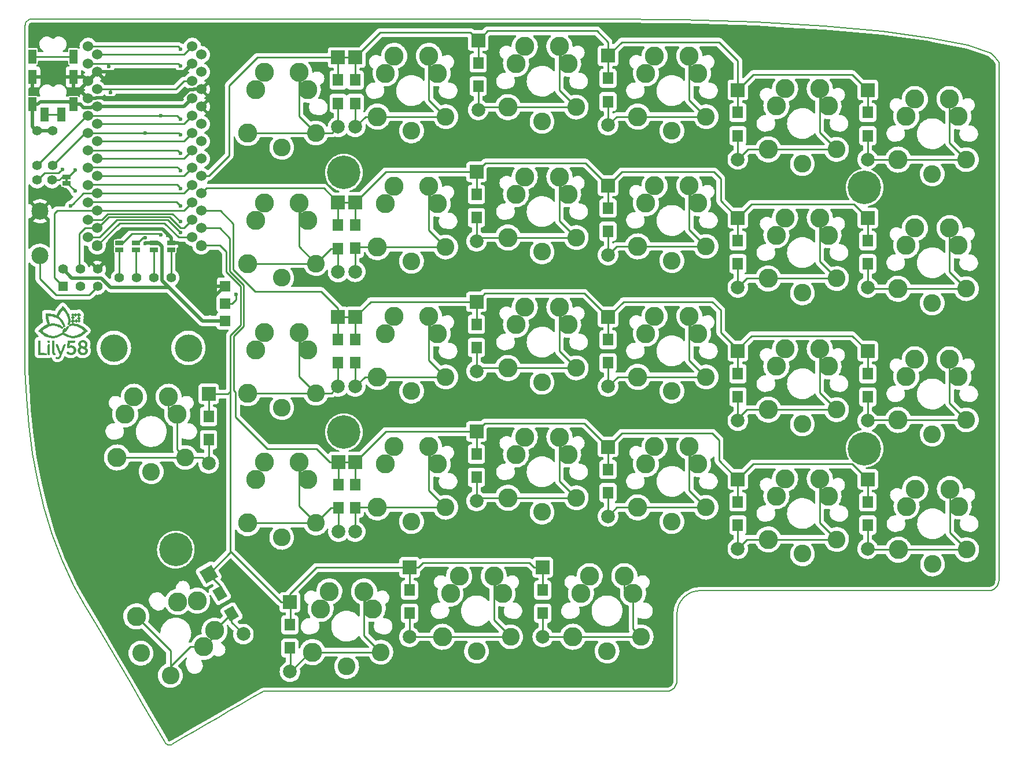
<source format=gtl>
G04 #@! TF.GenerationSoftware,KiCad,Pcbnew,(6.0.8-1)-1*
G04 #@! TF.CreationDate,2023-02-22T14:27:57+02:00*
G04 #@! TF.ProjectId,Lily58,4c696c79-3538-42e6-9b69-6361645f7063,rev?*
G04 #@! TF.SameCoordinates,Original*
G04 #@! TF.FileFunction,Copper,L1,Top*
G04 #@! TF.FilePolarity,Positive*
%FSLAX46Y46*%
G04 Gerber Fmt 4.6, Leading zero omitted, Abs format (unit mm)*
G04 Created by KiCad (PCBNEW (6.0.8-1)-1) date 2023-02-22 14:27:57*
%MOMM*%
%LPD*%
G01*
G04 APERTURE LIST*
G04 Aperture macros list*
%AMRotRect*
0 Rectangle, with rotation*
0 The origin of the aperture is its center*
0 $1 length*
0 $2 width*
0 $3 Rotation angle, in degrees counterclockwise*
0 Add horizontal line*
21,1,$1,$2,0,0,$3*%
G04 Aperture macros list end*
G04 #@! TA.AperFunction,Profile*
%ADD10C,0.200000*%
G04 #@! TD*
G04 #@! TA.AperFunction,EtchedComponent*
%ADD11C,0.010000*%
G04 #@! TD*
G04 #@! TA.AperFunction,ComponentPad*
%ADD12C,1.600000*%
G04 #@! TD*
G04 #@! TA.AperFunction,ComponentPad*
%ADD13R,1.200000X2.100000*%
G04 #@! TD*
G04 #@! TA.AperFunction,ComponentPad*
%ADD14R,1.500000X1.800000*%
G04 #@! TD*
G04 #@! TA.AperFunction,ComponentPad*
%ADD15C,1.998980*%
G04 #@! TD*
G04 #@! TA.AperFunction,ComponentPad*
%ADD16R,1.998980X1.998980*%
G04 #@! TD*
G04 #@! TA.AperFunction,ComponentPad*
%ADD17RotRect,1.800000X1.500000X300.000000*%
G04 #@! TD*
G04 #@! TA.AperFunction,ComponentPad*
%ADD18RotRect,1.998980X1.998980X120.000000*%
G04 #@! TD*
G04 #@! TA.AperFunction,ComponentPad*
%ADD19C,4.000000*%
G04 #@! TD*
G04 #@! TA.AperFunction,ComponentPad*
%ADD20C,4.900000*%
G04 #@! TD*
G04 #@! TA.AperFunction,ComponentPad*
%ADD21R,1.397000X1.397000*%
G04 #@! TD*
G04 #@! TA.AperFunction,ComponentPad*
%ADD22C,1.397000*%
G04 #@! TD*
G04 #@! TA.AperFunction,ComponentPad*
%ADD23C,2.500000*%
G04 #@! TD*
G04 #@! TA.AperFunction,ComponentPad*
%ADD24C,1.524000*%
G04 #@! TD*
G04 #@! TA.AperFunction,ComponentPad*
%ADD25C,2.600000*%
G04 #@! TD*
G04 #@! TA.AperFunction,ComponentPad*
%ADD26C,2.800000*%
G04 #@! TD*
G04 #@! TA.AperFunction,SMDPad,CuDef*
%ADD27R,1.524000X1.524000*%
G04 #@! TD*
G04 #@! TA.AperFunction,SMDPad,CuDef*
%ADD28R,0.381000X0.381000*%
G04 #@! TD*
G04 #@! TA.AperFunction,SMDPad,CuDef*
%ADD29R,1.143000X0.635000*%
G04 #@! TD*
G04 #@! TA.AperFunction,ViaPad*
%ADD30C,0.600000*%
G04 #@! TD*
G04 #@! TA.AperFunction,Conductor*
%ADD31C,0.250000*%
G04 #@! TD*
G04 #@! TA.AperFunction,Conductor*
%ADD32C,0.500000*%
G04 #@! TD*
G04 APERTURE END LIST*
D10*
X224900000Y-42700000D02*
X225460000Y-43436755D01*
X82937528Y-50750629D02*
X82937528Y-44443695D01*
X82937528Y-57057562D02*
X82937528Y-50750629D01*
X115211711Y-37086762D02*
X104803877Y-37086762D01*
X218692418Y-120789735D02*
X223959999Y-120789735D01*
X213424836Y-120789735D02*
X218692418Y-120789735D01*
X208157255Y-120789735D02*
X213424836Y-120789735D01*
X202889673Y-120789735D02*
X208157255Y-120789735D01*
X197622092Y-120789735D02*
X202889673Y-120789735D01*
X192354511Y-120789735D02*
X197622092Y-120789735D01*
X187086929Y-120789735D02*
X192354511Y-120789735D01*
X181819348Y-120789735D02*
X187086929Y-120789735D01*
X181113524Y-120860778D02*
X181819348Y-120789735D01*
X180456326Y-121064561D02*
X181113524Y-120860778D01*
X179861773Y-121387065D02*
X180456326Y-121064561D01*
X179343884Y-121814271D02*
X179861773Y-121387065D01*
X178916678Y-122332160D02*
X179343884Y-121814271D01*
X178594174Y-122926713D02*
X178916678Y-122332160D01*
X178390391Y-123583911D02*
X178594174Y-122926713D01*
X178319348Y-124289735D02*
X178390391Y-123583911D01*
X199807654Y-38170488D02*
X189919538Y-37585374D01*
X208420758Y-38945561D02*
X199807654Y-38170488D01*
X215525697Y-39885159D02*
X208420758Y-38945561D01*
X220889319Y-40963847D02*
X215525697Y-39885159D01*
X178989563Y-37215654D02*
X167250881Y-37086762D01*
X189919538Y-37585374D02*
X178989563Y-37215654D01*
X177658308Y-135255660D02*
X177403500Y-135393876D01*
X177880261Y-135072571D02*
X177658308Y-135255660D01*
X178063349Y-134850619D02*
X177880261Y-135072571D01*
X178201565Y-134595810D02*
X178063349Y-134850619D01*
X178288901Y-134314154D02*
X178201565Y-134595810D01*
X178319348Y-134011658D02*
X178288901Y-134314154D01*
X225460000Y-52918378D02*
X225460000Y-62400000D01*
X225460000Y-43436755D02*
X225460000Y-52918378D01*
X82937528Y-69671429D02*
X82937528Y-63364495D01*
X82937528Y-75978362D02*
X82937528Y-69671429D01*
X82937528Y-82285296D02*
X82937528Y-75978362D01*
X82937528Y-88592229D02*
X82937528Y-82285296D01*
X104807833Y-37086762D02*
X94400000Y-37086762D01*
X125619545Y-37086762D02*
X115211711Y-37086762D01*
X136027379Y-37086762D02*
X125619545Y-37086762D01*
X146435213Y-37086762D02*
X136027379Y-37086762D01*
X156843047Y-37086762D02*
X146435213Y-37086762D01*
X167250881Y-37086762D02*
X156843047Y-37086762D01*
X83400937Y-37265961D02*
X83579303Y-37169210D01*
X83245570Y-37394123D02*
X83400937Y-37265961D01*
X83117409Y-37549489D02*
X83245570Y-37394123D01*
X83020657Y-37727855D02*
X83117409Y-37549489D01*
X82959523Y-37925015D02*
X83020657Y-37727855D01*
X82938210Y-38136762D02*
X82959523Y-37925015D01*
X83776462Y-37108075D02*
X83988210Y-37086762D01*
X83579303Y-37169210D02*
X83776462Y-37108075D01*
X94396044Y-37086762D02*
X83988210Y-37086762D01*
X82937528Y-63364495D02*
X82937528Y-57057562D01*
X82937528Y-44443695D02*
X82937528Y-38136762D01*
X88291758Y-116318073D02*
X89993333Y-119989540D01*
X86863105Y-112530670D02*
X88291758Y-116318073D01*
X85688004Y-108649127D02*
X86863105Y-112530670D01*
X84747083Y-104695246D02*
X85688004Y-108649127D01*
X84020972Y-100690825D02*
X84747083Y-104695246D01*
X83490297Y-96657663D02*
X84020972Y-100690825D01*
X83135690Y-92617561D02*
X83490297Y-96657663D01*
X82937777Y-88592317D02*
X83135690Y-92617561D01*
X104288864Y-143357278D02*
X104456758Y-143271756D01*
X104130206Y-143404468D02*
X104288864Y-143357278D01*
X103981252Y-143413974D02*
X104130206Y-143404468D01*
X103842470Y-143386445D02*
X103981252Y-143413974D01*
X103714328Y-143322532D02*
X103842470Y-143386445D01*
X103597295Y-143222884D02*
X103714328Y-143322532D01*
X103491837Y-143088150D02*
X103597295Y-143222884D01*
X103398425Y-142918979D02*
X103491837Y-143088150D01*
X116186619Y-136480784D02*
X117862313Y-135510645D01*
X114510925Y-137450923D02*
X116186619Y-136480784D01*
X112835230Y-138421062D02*
X114510925Y-137450923D01*
X111159536Y-139391201D02*
X112835230Y-138421062D01*
X109483841Y-140361340D02*
X111159536Y-139391201D01*
X107808147Y-141331479D02*
X109483841Y-140361340D01*
X106132452Y-142301617D02*
X107808147Y-141331479D01*
X104456758Y-143271756D02*
X106132452Y-142301617D01*
X101722730Y-140052659D02*
X103398425Y-142918979D01*
X100047036Y-137186340D02*
X101722730Y-140052659D01*
X98371341Y-134320020D02*
X100047036Y-137186340D01*
X96695647Y-131453701D02*
X98371341Y-134320020D01*
X95019952Y-128587381D02*
X96695647Y-131453701D01*
X93344258Y-125721062D02*
X95019952Y-128587381D01*
X91668563Y-122854742D02*
X93344258Y-125721062D01*
X89992869Y-119988423D02*
X91668563Y-122854742D01*
X169449826Y-135511658D02*
X176819348Y-135511658D01*
X162080304Y-135511658D02*
X169449826Y-135511658D01*
X154710782Y-135511658D02*
X162080304Y-135511658D01*
X147341260Y-135511658D02*
X154710782Y-135511658D01*
X139971738Y-135511658D02*
X147341260Y-135511658D01*
X132602217Y-135511658D02*
X139971738Y-135511658D01*
X125232695Y-135511658D02*
X132602217Y-135511658D01*
X117863173Y-135511658D02*
X125232695Y-135511658D01*
X178319348Y-132816013D02*
X178319348Y-134011658D01*
X178319348Y-131597973D02*
X178319348Y-132816013D01*
X178319348Y-130379933D02*
X178319348Y-131597973D01*
X178319348Y-129161894D02*
X178319348Y-130379933D01*
X178319348Y-127943854D02*
X178319348Y-129161894D01*
X178319348Y-126725814D02*
X178319348Y-127943854D01*
X178319348Y-125507775D02*
X178319348Y-126725814D01*
X178319348Y-124289735D02*
X178319348Y-125507775D01*
X177121844Y-135481211D02*
X176819348Y-135511658D01*
X177403500Y-135393876D02*
X177121844Y-135481211D01*
X224278471Y-42156190D02*
X220889319Y-40963847D01*
X224900000Y-42700000D02*
X224278471Y-42156190D01*
X224262495Y-120759288D02*
X223959999Y-120789735D01*
X224544152Y-120671952D02*
X224262495Y-120759288D01*
X224798960Y-120533736D02*
X224544152Y-120671952D01*
X225020912Y-120350648D02*
X224798960Y-120533736D01*
X225204001Y-120128696D02*
X225020912Y-120350648D01*
X225342217Y-119873887D02*
X225204001Y-120128696D01*
X225429552Y-119592231D02*
X225342217Y-119873887D01*
X225459999Y-119289735D02*
X225429552Y-119592231D01*
X225460000Y-109808112D02*
X225460000Y-119289735D01*
X225460000Y-100326490D02*
X225460000Y-109808112D01*
X225460000Y-90844867D02*
X225460000Y-100326490D01*
X225460000Y-81363245D02*
X225460000Y-90844867D01*
X225460000Y-71881623D02*
X225460000Y-81363245D01*
X225460000Y-62400000D02*
X225460000Y-71881623D01*
G36*
X89893714Y-80218254D02*
G01*
X89909649Y-80231799D01*
X89931095Y-80251725D01*
X89955912Y-80275864D01*
X89981960Y-80302048D01*
X90007101Y-80328110D01*
X90029194Y-80351883D01*
X90046101Y-80371197D01*
X90055681Y-80383887D01*
X90057057Y-80387146D01*
X90052145Y-80395635D01*
X90038828Y-80411893D01*
X90019241Y-80433742D01*
X89995514Y-80459004D01*
X89969781Y-80485500D01*
X89944172Y-80511052D01*
X89920822Y-80533481D01*
X89901862Y-80550610D01*
X89889424Y-80560260D01*
X89886288Y-80561600D01*
X89878998Y-80556697D01*
X89863390Y-80543118D01*
X89841299Y-80522562D01*
X89814560Y-80496725D01*
X89792460Y-80474803D01*
X89705889Y-80388006D01*
X89792187Y-80300632D01*
X89821078Y-80271777D01*
X89846693Y-80246940D01*
X89867215Y-80227824D01*
X89880826Y-80216131D01*
X89885428Y-80213257D01*
X89893714Y-80218254D01*
G37*
D11*
X89893714Y-80218254D02*
X89909649Y-80231799D01*
X89931095Y-80251725D01*
X89955912Y-80275864D01*
X89981960Y-80302048D01*
X90007101Y-80328110D01*
X90029194Y-80351883D01*
X90046101Y-80371197D01*
X90055681Y-80383887D01*
X90057057Y-80387146D01*
X90052145Y-80395635D01*
X90038828Y-80411893D01*
X90019241Y-80433742D01*
X89995514Y-80459004D01*
X89969781Y-80485500D01*
X89944172Y-80511052D01*
X89920822Y-80533481D01*
X89901862Y-80550610D01*
X89889424Y-80560260D01*
X89886288Y-80561600D01*
X89878998Y-80556697D01*
X89863390Y-80543118D01*
X89841299Y-80522562D01*
X89814560Y-80496725D01*
X89792460Y-80474803D01*
X89705889Y-80388006D01*
X89792187Y-80300632D01*
X89821078Y-80271777D01*
X89846693Y-80246940D01*
X89867215Y-80227824D01*
X89880826Y-80216131D01*
X89885428Y-80213257D01*
X89893714Y-80218254D01*
G36*
X90297488Y-80189154D02*
G01*
X90313605Y-80202669D01*
X90335907Y-80222884D01*
X90362475Y-80247910D01*
X90391390Y-80275854D01*
X90420733Y-80304829D01*
X90448586Y-80332943D01*
X90473028Y-80358306D01*
X90492142Y-80379028D01*
X90504009Y-80393219D01*
X90507000Y-80398499D01*
X90502061Y-80405816D01*
X90488509Y-80421244D01*
X90468243Y-80442888D01*
X90443165Y-80468850D01*
X90415173Y-80497234D01*
X90386167Y-80526144D01*
X90358046Y-80553684D01*
X90332711Y-80577957D01*
X90312061Y-80597067D01*
X90297995Y-80609117D01*
X90292730Y-80612400D01*
X90285614Y-80607482D01*
X90269980Y-80593761D01*
X90247486Y-80572787D01*
X90219786Y-80546110D01*
X90188535Y-80515279D01*
X90182149Y-80508895D01*
X90150685Y-80476855D01*
X90123082Y-80447754D01*
X90100897Y-80423315D01*
X90085686Y-80405260D01*
X90079006Y-80395313D01*
X90078829Y-80394498D01*
X90083829Y-80385843D01*
X90097527Y-80369274D01*
X90117972Y-80346741D01*
X90143213Y-80320190D01*
X90171298Y-80291570D01*
X90200275Y-80262830D01*
X90228193Y-80235916D01*
X90253101Y-80212778D01*
X90273047Y-80195362D01*
X90286079Y-80185618D01*
X90289474Y-80184229D01*
X90297488Y-80189154D01*
G37*
X90297488Y-80189154D02*
X90313605Y-80202669D01*
X90335907Y-80222884D01*
X90362475Y-80247910D01*
X90391390Y-80275854D01*
X90420733Y-80304829D01*
X90448586Y-80332943D01*
X90473028Y-80358306D01*
X90492142Y-80379028D01*
X90504009Y-80393219D01*
X90507000Y-80398499D01*
X90502061Y-80405816D01*
X90488509Y-80421244D01*
X90468243Y-80442888D01*
X90443165Y-80468850D01*
X90415173Y-80497234D01*
X90386167Y-80526144D01*
X90358046Y-80553684D01*
X90332711Y-80577957D01*
X90312061Y-80597067D01*
X90297995Y-80609117D01*
X90292730Y-80612400D01*
X90285614Y-80607482D01*
X90269980Y-80593761D01*
X90247486Y-80572787D01*
X90219786Y-80546110D01*
X90188535Y-80515279D01*
X90182149Y-80508895D01*
X90150685Y-80476855D01*
X90123082Y-80447754D01*
X90100897Y-80423315D01*
X90085686Y-80405260D01*
X90079006Y-80395313D01*
X90078829Y-80394498D01*
X90083829Y-80385843D01*
X90097527Y-80369274D01*
X90117972Y-80346741D01*
X90143213Y-80320190D01*
X90171298Y-80291570D01*
X90200275Y-80262830D01*
X90228193Y-80235916D01*
X90253101Y-80212778D01*
X90273047Y-80195362D01*
X90286079Y-80185618D01*
X90289474Y-80184229D01*
X90297488Y-80189154D01*
G36*
X90791259Y-80145682D02*
G01*
X90807770Y-80159495D01*
X90830704Y-80180368D01*
X90858304Y-80206539D01*
X90888812Y-80236249D01*
X90920471Y-80267739D01*
X90951523Y-80299248D01*
X90980212Y-80329017D01*
X91004778Y-80355287D01*
X91023465Y-80376297D01*
X91034515Y-80390288D01*
X91036772Y-80394844D01*
X91031776Y-80403174D01*
X91017962Y-80419684D01*
X90997090Y-80442618D01*
X90970919Y-80470218D01*
X90941208Y-80500726D01*
X90909719Y-80532385D01*
X90878209Y-80563438D01*
X90848440Y-80592126D01*
X90822171Y-80616692D01*
X90801161Y-80635379D01*
X90787170Y-80646430D01*
X90782614Y-80648686D01*
X90774605Y-80643739D01*
X90758003Y-80629853D01*
X90734370Y-80608462D01*
X90705264Y-80580999D01*
X90672246Y-80548900D01*
X90650249Y-80527051D01*
X90616017Y-80492332D01*
X90585519Y-80460551D01*
X90560187Y-80433272D01*
X90541453Y-80412055D01*
X90530748Y-80398463D01*
X90528772Y-80394528D01*
X90533767Y-80386198D01*
X90547581Y-80369688D01*
X90568454Y-80346754D01*
X90594625Y-80319154D01*
X90624335Y-80288646D01*
X90655825Y-80256987D01*
X90687334Y-80225934D01*
X90717103Y-80197246D01*
X90743372Y-80172680D01*
X90764382Y-80153993D01*
X90778373Y-80142942D01*
X90782930Y-80140686D01*
X90791259Y-80145682D01*
G37*
X90791259Y-80145682D02*
X90807770Y-80159495D01*
X90830704Y-80180368D01*
X90858304Y-80206539D01*
X90888812Y-80236249D01*
X90920471Y-80267739D01*
X90951523Y-80299248D01*
X90980212Y-80329017D01*
X91004778Y-80355287D01*
X91023465Y-80376297D01*
X91034515Y-80390288D01*
X91036772Y-80394844D01*
X91031776Y-80403174D01*
X91017962Y-80419684D01*
X90997090Y-80442618D01*
X90970919Y-80470218D01*
X90941208Y-80500726D01*
X90909719Y-80532385D01*
X90878209Y-80563438D01*
X90848440Y-80592126D01*
X90822171Y-80616692D01*
X90801161Y-80635379D01*
X90787170Y-80646430D01*
X90782614Y-80648686D01*
X90774605Y-80643739D01*
X90758003Y-80629853D01*
X90734370Y-80608462D01*
X90705264Y-80580999D01*
X90672246Y-80548900D01*
X90650249Y-80527051D01*
X90616017Y-80492332D01*
X90585519Y-80460551D01*
X90560187Y-80433272D01*
X90541453Y-80412055D01*
X90530748Y-80398463D01*
X90528772Y-80394528D01*
X90533767Y-80386198D01*
X90547581Y-80369688D01*
X90568454Y-80346754D01*
X90594625Y-80319154D01*
X90624335Y-80288646D01*
X90655825Y-80256987D01*
X90687334Y-80225934D01*
X90717103Y-80197246D01*
X90743372Y-80172680D01*
X90764382Y-80153993D01*
X90778373Y-80142942D01*
X90782930Y-80140686D01*
X90791259Y-80145682D01*
G36*
X89894315Y-80588372D02*
G01*
X89910102Y-80602093D01*
X89931989Y-80622618D01*
X89958090Y-80648027D01*
X89986519Y-80676404D01*
X90015389Y-80705829D01*
X90042814Y-80734385D01*
X90066909Y-80760153D01*
X90085786Y-80781215D01*
X90097561Y-80795654D01*
X90100600Y-80801086D01*
X90095683Y-80809019D01*
X90082191Y-80825073D01*
X90062008Y-80847331D01*
X90037022Y-80873875D01*
X90009119Y-80902785D01*
X89980184Y-80932145D01*
X89952104Y-80960035D01*
X89926765Y-80984538D01*
X89906054Y-81003735D01*
X89891856Y-81015709D01*
X89886515Y-81018800D01*
X89879723Y-81013913D01*
X89864336Y-81000277D01*
X89841995Y-80979431D01*
X89814343Y-80952912D01*
X89783023Y-80922258D01*
X89776405Y-80915710D01*
X89744750Y-80883774D01*
X89716978Y-80854705D01*
X89694654Y-80830227D01*
X89679343Y-80812066D01*
X89672609Y-80801946D01*
X89672429Y-80801086D01*
X89677346Y-80793153D01*
X89690838Y-80777098D01*
X89711021Y-80754840D01*
X89736007Y-80728297D01*
X89763910Y-80699387D01*
X89792845Y-80670027D01*
X89820925Y-80642137D01*
X89846264Y-80617634D01*
X89866975Y-80598436D01*
X89881173Y-80586463D01*
X89886515Y-80583372D01*
X89894315Y-80588372D01*
G37*
X89894315Y-80588372D02*
X89910102Y-80602093D01*
X89931989Y-80622618D01*
X89958090Y-80648027D01*
X89986519Y-80676404D01*
X90015389Y-80705829D01*
X90042814Y-80734385D01*
X90066909Y-80760153D01*
X90085786Y-80781215D01*
X90097561Y-80795654D01*
X90100600Y-80801086D01*
X90095683Y-80809019D01*
X90082191Y-80825073D01*
X90062008Y-80847331D01*
X90037022Y-80873875D01*
X90009119Y-80902785D01*
X89980184Y-80932145D01*
X89952104Y-80960035D01*
X89926765Y-80984538D01*
X89906054Y-81003735D01*
X89891856Y-81015709D01*
X89886515Y-81018800D01*
X89879723Y-81013913D01*
X89864336Y-81000277D01*
X89841995Y-80979431D01*
X89814343Y-80952912D01*
X89783023Y-80922258D01*
X89776405Y-80915710D01*
X89744750Y-80883774D01*
X89716978Y-80854705D01*
X89694654Y-80830227D01*
X89679343Y-80812066D01*
X89672609Y-80801946D01*
X89672429Y-80801086D01*
X89677346Y-80793153D01*
X89690838Y-80777098D01*
X89711021Y-80754840D01*
X89736007Y-80728297D01*
X89763910Y-80699387D01*
X89792845Y-80670027D01*
X89820925Y-80642137D01*
X89846264Y-80617634D01*
X89866975Y-80598436D01*
X89881173Y-80586463D01*
X89886515Y-80583372D01*
X89894315Y-80588372D01*
G36*
X90887968Y-80772025D02*
G01*
X90919769Y-80804289D01*
X90947714Y-80833635D01*
X90970258Y-80858358D01*
X90985855Y-80876752D01*
X90992959Y-80887111D01*
X90993229Y-80888175D01*
X90988229Y-80896868D01*
X90974532Y-80913473D01*
X90954088Y-80936042D01*
X90928849Y-80962625D01*
X90900765Y-80991273D01*
X90871788Y-81020036D01*
X90843869Y-81046965D01*
X90818960Y-81070110D01*
X90799010Y-81087522D01*
X90785972Y-81097252D01*
X90782584Y-81098629D01*
X90774366Y-81093691D01*
X90757718Y-81079907D01*
X90734340Y-81058823D01*
X90705936Y-81031984D01*
X90674208Y-81000936D01*
X90666625Y-80993368D01*
X90561552Y-80888107D01*
X90672130Y-80777530D01*
X90782707Y-80666952D01*
X90887968Y-80772025D01*
G37*
X90887968Y-80772025D02*
X90919769Y-80804289D01*
X90947714Y-80833635D01*
X90970258Y-80858358D01*
X90985855Y-80876752D01*
X90992959Y-80887111D01*
X90993229Y-80888175D01*
X90988229Y-80896868D01*
X90974532Y-80913473D01*
X90954088Y-80936042D01*
X90928849Y-80962625D01*
X90900765Y-80991273D01*
X90871788Y-81020036D01*
X90843869Y-81046965D01*
X90818960Y-81070110D01*
X90799010Y-81087522D01*
X90785972Y-81097252D01*
X90782584Y-81098629D01*
X90774366Y-81093691D01*
X90757718Y-81079907D01*
X90734340Y-81058823D01*
X90705936Y-81031984D01*
X90674208Y-81000936D01*
X90666625Y-80993368D01*
X90561552Y-80888107D01*
X90672130Y-80777530D01*
X90782707Y-80666952D01*
X90887968Y-80772025D01*
G36*
X90791339Y-81132567D02*
G01*
X90807458Y-81145874D01*
X90829185Y-81165447D01*
X90854347Y-81189154D01*
X90880768Y-81214861D01*
X90906274Y-81240437D01*
X90928690Y-81263750D01*
X90945842Y-81282668D01*
X90955554Y-81295058D01*
X90956943Y-81298205D01*
X90952103Y-81305111D01*
X90938959Y-81320048D01*
X90919575Y-81340911D01*
X90896016Y-81365591D01*
X90870345Y-81391982D01*
X90844626Y-81417977D01*
X90820923Y-81441469D01*
X90801301Y-81460350D01*
X90787824Y-81472515D01*
X90782772Y-81476000D01*
X90776622Y-81471119D01*
X90762047Y-81457611D01*
X90740820Y-81437175D01*
X90714713Y-81411511D01*
X90693758Y-81390620D01*
X90665385Y-81361755D01*
X90641018Y-81336170D01*
X90622365Y-81315722D01*
X90611133Y-81302270D01*
X90608600Y-81297973D01*
X90613619Y-81289773D01*
X90627222Y-81273965D01*
X90647232Y-81252676D01*
X90671468Y-81228033D01*
X90697751Y-81202166D01*
X90723904Y-81177202D01*
X90747746Y-81155268D01*
X90767099Y-81138493D01*
X90779783Y-81129005D01*
X90783004Y-81127657D01*
X90791339Y-81132567D01*
G37*
X90791339Y-81132567D02*
X90807458Y-81145874D01*
X90829185Y-81165447D01*
X90854347Y-81189154D01*
X90880768Y-81214861D01*
X90906274Y-81240437D01*
X90928690Y-81263750D01*
X90945842Y-81282668D01*
X90955554Y-81295058D01*
X90956943Y-81298205D01*
X90952103Y-81305111D01*
X90938959Y-81320048D01*
X90919575Y-81340911D01*
X90896016Y-81365591D01*
X90870345Y-81391982D01*
X90844626Y-81417977D01*
X90820923Y-81441469D01*
X90801301Y-81460350D01*
X90787824Y-81472515D01*
X90782772Y-81476000D01*
X90776622Y-81471119D01*
X90762047Y-81457611D01*
X90740820Y-81437175D01*
X90714713Y-81411511D01*
X90693758Y-81390620D01*
X90665385Y-81361755D01*
X90641018Y-81336170D01*
X90622365Y-81315722D01*
X90611133Y-81302270D01*
X90608600Y-81297973D01*
X90613619Y-81289773D01*
X90627222Y-81273965D01*
X90647232Y-81252676D01*
X90671468Y-81228033D01*
X90697751Y-81202166D01*
X90723904Y-81177202D01*
X90747746Y-81155268D01*
X90767099Y-81138493D01*
X90779783Y-81129005D01*
X90783004Y-81127657D01*
X90791339Y-81132567D01*
G36*
X90388116Y-81082775D02*
G01*
X90397787Y-81090344D01*
X90414958Y-81105996D01*
X90437722Y-81127796D01*
X90464169Y-81153806D01*
X90492390Y-81182093D01*
X90520477Y-81210719D01*
X90546521Y-81237750D01*
X90568613Y-81261250D01*
X90584843Y-81279283D01*
X90593304Y-81289913D01*
X90594086Y-81291639D01*
X90589077Y-81299418D01*
X90575331Y-81315166D01*
X90554770Y-81336998D01*
X90529319Y-81363033D01*
X90500899Y-81391386D01*
X90471433Y-81420176D01*
X90442844Y-81447518D01*
X90417055Y-81471531D01*
X90395989Y-81490332D01*
X90381568Y-81502036D01*
X90376184Y-81505029D01*
X90367884Y-81500094D01*
X90351217Y-81486350D01*
X90327940Y-81465383D01*
X90299811Y-81438783D01*
X90268589Y-81408136D01*
X90265603Y-81405149D01*
X90234721Y-81373670D01*
X90207731Y-81345130D01*
X90186217Y-81321290D01*
X90171764Y-81303911D01*
X90165959Y-81294754D01*
X90165915Y-81294384D01*
X90170852Y-81286152D01*
X90184628Y-81269500D01*
X90205691Y-81246140D01*
X90232487Y-81217784D01*
X90263464Y-81186145D01*
X90270188Y-81179411D01*
X90306119Y-81143787D01*
X90333408Y-81117447D01*
X90353481Y-81099222D01*
X90367764Y-81087943D01*
X90377684Y-81082440D01*
X90384668Y-81081546D01*
X90388116Y-81082775D01*
G37*
X90388116Y-81082775D02*
X90397787Y-81090344D01*
X90414958Y-81105996D01*
X90437722Y-81127796D01*
X90464169Y-81153806D01*
X90492390Y-81182093D01*
X90520477Y-81210719D01*
X90546521Y-81237750D01*
X90568613Y-81261250D01*
X90584843Y-81279283D01*
X90593304Y-81289913D01*
X90594086Y-81291639D01*
X90589077Y-81299418D01*
X90575331Y-81315166D01*
X90554770Y-81336998D01*
X90529319Y-81363033D01*
X90500899Y-81391386D01*
X90471433Y-81420176D01*
X90442844Y-81447518D01*
X90417055Y-81471531D01*
X90395989Y-81490332D01*
X90381568Y-81502036D01*
X90376184Y-81505029D01*
X90367884Y-81500094D01*
X90351217Y-81486350D01*
X90327940Y-81465383D01*
X90299811Y-81438783D01*
X90268589Y-81408136D01*
X90265603Y-81405149D01*
X90234721Y-81373670D01*
X90207731Y-81345130D01*
X90186217Y-81321290D01*
X90171764Y-81303911D01*
X90165959Y-81294754D01*
X90165915Y-81294384D01*
X90170852Y-81286152D01*
X90184628Y-81269500D01*
X90205691Y-81246140D01*
X90232487Y-81217784D01*
X90263464Y-81186145D01*
X90270188Y-81179411D01*
X90306119Y-81143787D01*
X90333408Y-81117447D01*
X90353481Y-81099222D01*
X90367764Y-81087943D01*
X90377684Y-81082440D01*
X90384668Y-81081546D01*
X90388116Y-81082775D01*
G36*
X89896348Y-81045629D02*
G01*
X89914163Y-81059599D01*
X89938159Y-81080676D01*
X89966532Y-81107055D01*
X89997479Y-81136931D01*
X90029195Y-81168500D01*
X90059877Y-81199956D01*
X90087721Y-81229495D01*
X90110924Y-81255312D01*
X90127681Y-81275601D01*
X90136190Y-81288558D01*
X90136886Y-81291103D01*
X90131909Y-81300099D01*
X90118144Y-81317274D01*
X90097343Y-81340851D01*
X90071257Y-81369052D01*
X90041636Y-81400099D01*
X90010233Y-81432215D01*
X89978796Y-81463620D01*
X89949079Y-81492538D01*
X89922831Y-81517191D01*
X89901804Y-81535801D01*
X89887748Y-81546590D01*
X89883305Y-81548572D01*
X89875403Y-81543649D01*
X89858890Y-81529845D01*
X89835350Y-81508610D01*
X89806370Y-81481392D01*
X89773535Y-81449640D01*
X89754575Y-81430936D01*
X89720428Y-81396613D01*
X89689748Y-81365008D01*
X89664065Y-81337761D01*
X89644911Y-81316510D01*
X89633814Y-81302896D01*
X89631731Y-81299361D01*
X89632392Y-81292635D01*
X89638318Y-81282045D01*
X89650496Y-81266450D01*
X89669914Y-81244708D01*
X89697559Y-81215674D01*
X89734419Y-81178208D01*
X89749574Y-81162997D01*
X89792749Y-81120399D01*
X89828658Y-81086297D01*
X89856675Y-81061252D01*
X89876174Y-81045824D01*
X89886517Y-81040572D01*
X89896348Y-81045629D01*
G37*
X89896348Y-81045629D02*
X89914163Y-81059599D01*
X89938159Y-81080676D01*
X89966532Y-81107055D01*
X89997479Y-81136931D01*
X90029195Y-81168500D01*
X90059877Y-81199956D01*
X90087721Y-81229495D01*
X90110924Y-81255312D01*
X90127681Y-81275601D01*
X90136190Y-81288558D01*
X90136886Y-81291103D01*
X90131909Y-81300099D01*
X90118144Y-81317274D01*
X90097343Y-81340851D01*
X90071257Y-81369052D01*
X90041636Y-81400099D01*
X90010233Y-81432215D01*
X89978796Y-81463620D01*
X89949079Y-81492538D01*
X89922831Y-81517191D01*
X89901804Y-81535801D01*
X89887748Y-81546590D01*
X89883305Y-81548572D01*
X89875403Y-81543649D01*
X89858890Y-81529845D01*
X89835350Y-81508610D01*
X89806370Y-81481392D01*
X89773535Y-81449640D01*
X89754575Y-81430936D01*
X89720428Y-81396613D01*
X89689748Y-81365008D01*
X89664065Y-81337761D01*
X89644911Y-81316510D01*
X89633814Y-81302896D01*
X89631731Y-81299361D01*
X89632392Y-81292635D01*
X89638318Y-81282045D01*
X89650496Y-81266450D01*
X89669914Y-81244708D01*
X89697559Y-81215674D01*
X89734419Y-81178208D01*
X89749574Y-81162997D01*
X89792749Y-81120399D01*
X89828658Y-81086297D01*
X89856675Y-81061252D01*
X89876174Y-81045824D01*
X89886517Y-81040572D01*
X89896348Y-81045629D01*
G36*
X88553092Y-79251737D02*
G01*
X88712453Y-79424566D01*
X88861427Y-79607516D01*
X88999948Y-79800510D01*
X89023489Y-79835886D01*
X89131724Y-80010990D01*
X89225642Y-80185431D01*
X89305230Y-80359143D01*
X89370475Y-80532061D01*
X89421363Y-80704120D01*
X89457880Y-80875255D01*
X89480013Y-81045400D01*
X89487748Y-81214491D01*
X89481072Y-81382461D01*
X89459970Y-81549247D01*
X89424431Y-81714782D01*
X89418993Y-81735307D01*
X89410685Y-81766015D01*
X89339316Y-81788187D01*
X89300821Y-81800605D01*
X89259696Y-81814604D01*
X89222902Y-81827792D01*
X89211557Y-81832074D01*
X89185323Y-81841593D01*
X89164601Y-81848019D01*
X89152785Y-81850342D01*
X89151399Y-81850018D01*
X89151674Y-81841867D01*
X89155561Y-81823177D01*
X89162318Y-81797250D01*
X89166518Y-81782681D01*
X89204788Y-81631041D01*
X89229242Y-81479808D01*
X89239833Y-81328558D01*
X89236512Y-81176867D01*
X89219230Y-81024312D01*
X89187940Y-80870470D01*
X89142593Y-80714917D01*
X89083141Y-80557230D01*
X89009535Y-80396984D01*
X89007958Y-80393830D01*
X88968733Y-80317413D01*
X88931381Y-80249153D01*
X88892788Y-80183686D01*
X88849840Y-80115649D01*
X88820938Y-80071743D01*
X88751796Y-79972108D01*
X88676006Y-79870248D01*
X88597143Y-79770757D01*
X88518777Y-79678225D01*
X88487809Y-79643572D01*
X88454808Y-79607286D01*
X88438703Y-79621800D01*
X88424551Y-79636124D01*
X88403148Y-79659789D01*
X88376222Y-79690733D01*
X88345504Y-79726896D01*
X88312722Y-79766216D01*
X88279608Y-79806632D01*
X88247890Y-79846084D01*
X88219298Y-79882509D01*
X88212478Y-79891376D01*
X88143547Y-79985384D01*
X88074761Y-80086549D01*
X88009779Y-80189297D01*
X87953494Y-80285829D01*
X87931467Y-80326703D01*
X87908394Y-80371650D01*
X87885102Y-80418830D01*
X87862420Y-80466404D01*
X87841174Y-80512533D01*
X87822192Y-80555378D01*
X87806303Y-80593098D01*
X87794333Y-80623856D01*
X87787110Y-80645811D01*
X87785463Y-80657125D01*
X87785994Y-80658057D01*
X87792955Y-80662963D01*
X87809206Y-80674245D01*
X87832081Y-80690055D01*
X87850886Y-80703019D01*
X87982284Y-80802253D01*
X88104551Y-80912682D01*
X88217707Y-81034335D01*
X88321771Y-81167238D01*
X88416762Y-81311419D01*
X88502699Y-81466904D01*
X88579601Y-81633722D01*
X88647488Y-81811899D01*
X88663841Y-81860629D01*
X88677900Y-81904294D01*
X88691013Y-81946148D01*
X88702224Y-81983056D01*
X88710578Y-82011882D01*
X88714609Y-82027215D01*
X88719495Y-82050207D01*
X88720199Y-82063318D01*
X88716427Y-82070652D01*
X88711232Y-82074387D01*
X88700568Y-82081046D01*
X88680448Y-82093846D01*
X88653601Y-82111041D01*
X88622758Y-82130887D01*
X88617623Y-82134200D01*
X88587477Y-82153100D01*
X88561769Y-82168176D01*
X88542864Y-82178117D01*
X88533127Y-82181614D01*
X88532434Y-82181371D01*
X88528771Y-82172480D01*
X88522625Y-82153057D01*
X88515087Y-82126641D01*
X88511852Y-82114629D01*
X88464704Y-81956769D01*
X88408637Y-81804840D01*
X88344308Y-81660033D01*
X88272376Y-81523537D01*
X88193500Y-81396544D01*
X88108337Y-81280243D01*
X88017548Y-81175824D01*
X87961842Y-81120490D01*
X87842926Y-81018720D01*
X87713151Y-80926255D01*
X87572473Y-80843079D01*
X87420846Y-80769174D01*
X87258225Y-80704526D01*
X87084564Y-80649117D01*
X86899820Y-80602930D01*
X86703945Y-80565951D01*
X86496896Y-80538161D01*
X86309594Y-80521582D01*
X86245131Y-80517144D01*
X86250171Y-80599243D01*
X86269753Y-80819541D01*
X86300942Y-81031254D01*
X86343779Y-81234564D01*
X86398307Y-81429656D01*
X86464567Y-81616713D01*
X86499532Y-81701349D01*
X86513824Y-81734383D01*
X86610855Y-81718053D01*
X86775838Y-81697264D01*
X86941151Y-81690430D01*
X87107021Y-81697599D01*
X87273676Y-81718820D01*
X87441346Y-81754143D01*
X87610257Y-81803616D01*
X87780639Y-81867288D01*
X87952720Y-81945208D01*
X88126727Y-82037425D01*
X88142391Y-82046371D01*
X88184688Y-82071205D01*
X88229353Y-82098365D01*
X88274337Y-82126511D01*
X88317590Y-82154303D01*
X88357063Y-82180401D01*
X88390707Y-82203466D01*
X88416473Y-82222157D01*
X88432313Y-82235137D01*
X88434495Y-82237347D01*
X88440796Y-82245277D01*
X88442162Y-82252678D01*
X88437341Y-82262659D01*
X88425082Y-82278327D01*
X88411690Y-82294013D01*
X88388781Y-82322060D01*
X88365204Y-82353182D01*
X88348382Y-82377214D01*
X88321190Y-82418457D01*
X88254007Y-82371941D01*
X88116008Y-82282626D01*
X87972974Y-82201950D01*
X87826678Y-82130626D01*
X87678891Y-82069369D01*
X87531387Y-82018895D01*
X87385936Y-81979917D01*
X87244310Y-81953150D01*
X87201372Y-81947433D01*
X87145147Y-81942587D01*
X87079203Y-81939904D01*
X87008165Y-81939340D01*
X86936662Y-81940854D01*
X86869317Y-81944403D01*
X86810759Y-81949944D01*
X86801779Y-81951112D01*
X86646174Y-81979299D01*
X86488538Y-82021459D01*
X86329490Y-82077298D01*
X86169651Y-82146520D01*
X86009640Y-82228828D01*
X85850076Y-82323927D01*
X85691580Y-82431522D01*
X85534771Y-82551315D01*
X85520757Y-82562689D01*
X85485287Y-82591936D01*
X85449442Y-82622043D01*
X85416705Y-82650051D01*
X85390557Y-82672998D01*
X85383457Y-82679423D01*
X85336286Y-82722648D01*
X85354429Y-82742465D01*
X85381987Y-82770038D01*
X85419768Y-82804115D01*
X85465875Y-82843214D01*
X85518413Y-82885854D01*
X85575484Y-82930552D01*
X85635192Y-82975827D01*
X85695641Y-83020196D01*
X85754933Y-83062179D01*
X85811173Y-83100293D01*
X85818886Y-83105361D01*
X85969402Y-83198671D01*
X86116190Y-83278990D01*
X86260679Y-83346897D01*
X86404294Y-83402970D01*
X86548464Y-83447787D01*
X86694615Y-83481926D01*
X86789128Y-83498329D01*
X86843693Y-83504546D01*
X86908551Y-83508662D01*
X86979634Y-83510683D01*
X87052875Y-83510612D01*
X87124207Y-83508454D01*
X87189560Y-83504211D01*
X87244869Y-83497888D01*
X87244915Y-83497881D01*
X87400752Y-83467633D01*
X87558891Y-83423613D01*
X87718398Y-83366201D01*
X87878339Y-83295775D01*
X88037780Y-83212711D01*
X88195787Y-83117390D01*
X88213495Y-83105874D01*
X88273189Y-83064120D01*
X88320881Y-83024568D01*
X88358510Y-82985387D01*
X88388018Y-82944748D01*
X88392768Y-82936880D01*
X88417308Y-82885384D01*
X88436327Y-82826070D01*
X88447937Y-82765176D01*
X88449527Y-82749629D01*
X88454989Y-82694267D01*
X88461843Y-82649535D01*
X88470992Y-82611557D01*
X88483337Y-82576455D01*
X88496802Y-82546429D01*
X88514500Y-82513783D01*
X88535499Y-82480720D01*
X88555690Y-82453634D01*
X88558588Y-82450263D01*
X88575765Y-82433328D01*
X88599906Y-82412859D01*
X88628748Y-82390413D01*
X88660025Y-82367553D01*
X88691474Y-82345837D01*
X88720829Y-82326826D01*
X88745826Y-82312080D01*
X88764201Y-82303158D01*
X88773689Y-82301622D01*
X88773995Y-82301864D01*
X88778347Y-82313442D01*
X88781633Y-82336330D01*
X88783794Y-82367359D01*
X88784774Y-82403362D01*
X88784515Y-82441169D01*
X88782959Y-82477612D01*
X88780051Y-82509522D01*
X88778004Y-82523164D01*
X88767858Y-82579727D01*
X88784234Y-82559449D01*
X88798794Y-82539532D01*
X88818881Y-82509395D01*
X88842990Y-82471517D01*
X88869614Y-82428374D01*
X88897243Y-82382441D01*
X88924372Y-82336195D01*
X88949494Y-82292114D01*
X88971100Y-82252672D01*
X88972115Y-82250765D01*
X89022915Y-82155132D01*
X89094087Y-82123360D01*
X89126372Y-82109333D01*
X89162309Y-82094345D01*
X89199408Y-82079359D01*
X89235177Y-82065340D01*
X89267124Y-82053250D01*
X89292759Y-82044053D01*
X89309589Y-82038712D01*
X89315096Y-82037905D01*
X89313993Y-82046182D01*
X89306910Y-82065445D01*
X89294731Y-82093894D01*
X89278342Y-82129728D01*
X89258628Y-82171146D01*
X89236473Y-82216347D01*
X89212764Y-82263530D01*
X89188384Y-82310894D01*
X89164220Y-82356638D01*
X89141156Y-82398961D01*
X89120078Y-82436062D01*
X89116024Y-82442959D01*
X89064606Y-82527633D01*
X89017438Y-82600219D01*
X88973246Y-82662048D01*
X88930757Y-82714455D01*
X88888697Y-82758773D01*
X88845792Y-82796334D01*
X88800770Y-82828472D01*
X88752356Y-82856520D01*
X88699277Y-82881812D01*
X88695083Y-82883630D01*
X88665623Y-82896572D01*
X88646522Y-82906355D01*
X88634776Y-82915493D01*
X88627385Y-82926497D01*
X88621345Y-82941881D01*
X88619684Y-82946735D01*
X88610080Y-82972667D01*
X88599899Y-82996745D01*
X88595990Y-83004846D01*
X88588950Y-83020570D01*
X88589981Y-83030470D01*
X88599906Y-83041297D01*
X88600501Y-83041846D01*
X88612384Y-83051165D01*
X88633724Y-83066361D01*
X88661739Y-83085507D01*
X88693646Y-83106677D01*
X88701660Y-83111900D01*
X88864471Y-83210700D01*
X89027946Y-83296137D01*
X89191562Y-83368002D01*
X89354796Y-83426086D01*
X89517127Y-83470177D01*
X89661543Y-83497651D01*
X89712438Y-83503557D01*
X89773306Y-83507783D01*
X89840168Y-83510292D01*
X89909046Y-83511045D01*
X89975959Y-83510007D01*
X90036929Y-83507139D01*
X90087977Y-83502404D01*
X90093343Y-83501695D01*
X90255901Y-83472295D01*
X90419447Y-83428745D01*
X90583243Y-83371306D01*
X90746552Y-83300241D01*
X90908637Y-83215810D01*
X90925096Y-83206444D01*
X91016078Y-83151715D01*
X91111029Y-83089946D01*
X91206929Y-83023346D01*
X91300759Y-82954125D01*
X91389501Y-82884494D01*
X91470135Y-82816662D01*
X91523000Y-82768745D01*
X91570172Y-82724318D01*
X91533886Y-82690483D01*
X91501193Y-82661038D01*
X91460032Y-82625547D01*
X91413575Y-82586629D01*
X91364997Y-82546905D01*
X91317472Y-82508994D01*
X91274175Y-82475516D01*
X91265372Y-82468885D01*
X91108833Y-82358308D01*
X90950693Y-82259646D01*
X90791813Y-82173320D01*
X90633055Y-82099750D01*
X90475282Y-82039355D01*
X90319355Y-81992555D01*
X90256128Y-81977388D01*
X90160335Y-81959798D01*
X90057178Y-81947409D01*
X89951015Y-81940429D01*
X89846203Y-81939062D01*
X89747100Y-81943516D01*
X89683067Y-81950260D01*
X89623355Y-81959594D01*
X89558138Y-81971900D01*
X89492336Y-81986113D01*
X89430864Y-82001168D01*
X89378641Y-82015997D01*
X89375997Y-82016829D01*
X89349217Y-82025002D01*
X89333649Y-82028651D01*
X89326794Y-82028016D01*
X89326154Y-82023336D01*
X89326675Y-82021553D01*
X89330249Y-82010954D01*
X89337680Y-81989110D01*
X89348119Y-81958503D01*
X89360720Y-81921620D01*
X89372286Y-81887807D01*
X89386531Y-81845218D01*
X89397497Y-81813370D01*
X89407435Y-81790345D01*
X89418596Y-81774222D01*
X89433228Y-81763082D01*
X89453584Y-81755005D01*
X89481912Y-81748071D01*
X89520462Y-81740361D01*
X89552686Y-81733897D01*
X89723866Y-81705773D01*
X89894001Y-81692068D01*
X90062938Y-81692784D01*
X90230521Y-81707921D01*
X90361857Y-81730077D01*
X90524897Y-81769969D01*
X90690176Y-81823418D01*
X90856669Y-81889837D01*
X91023351Y-81968640D01*
X91189197Y-82059240D01*
X91353182Y-82161051D01*
X91514280Y-82273487D01*
X91671467Y-82395962D01*
X91823717Y-82527889D01*
X91925720Y-82624481D01*
X92027372Y-82724304D01*
X91914647Y-82834938D01*
X91767897Y-82971378D01*
X91614305Y-83099677D01*
X91455247Y-83218966D01*
X91292101Y-83328373D01*
X91126243Y-83427029D01*
X90959049Y-83514064D01*
X90791897Y-83588608D01*
X90626162Y-83649790D01*
X90624541Y-83650324D01*
X90458017Y-83698512D01*
X90293050Y-83732965D01*
X90129064Y-83753642D01*
X89965483Y-83760499D01*
X89801734Y-83753496D01*
X89637240Y-83732592D01*
X89471426Y-83697743D01*
X89303717Y-83648908D01*
X89133538Y-83586047D01*
X89012029Y-83533397D01*
X88936836Y-83497224D01*
X88857193Y-83455922D01*
X88776149Y-83411261D01*
X88696750Y-83365010D01*
X88622045Y-83318940D01*
X88555080Y-83274820D01*
X88504276Y-83238490D01*
X88477614Y-83219055D01*
X88459454Y-83208023D01*
X88447118Y-83204543D01*
X88437926Y-83207766D01*
X88430612Y-83215104D01*
X88421130Y-83223386D01*
X88402051Y-83237761D01*
X88375928Y-83256377D01*
X88345313Y-83277384D01*
X88337195Y-83282834D01*
X88169947Y-83387951D01*
X88001949Y-83480397D01*
X87833732Y-83560012D01*
X87665824Y-83626638D01*
X87498755Y-83680115D01*
X87333052Y-83720284D01*
X87169246Y-83746985D01*
X87007865Y-83760058D01*
X86849438Y-83759346D01*
X86773200Y-83753930D01*
X86603746Y-83731003D01*
X86432764Y-83693861D01*
X86260690Y-83642671D01*
X86087957Y-83577598D01*
X85914999Y-83498810D01*
X85742250Y-83406472D01*
X85570144Y-83300751D01*
X85541225Y-83281622D01*
X85432025Y-83205483D01*
X85321393Y-83122392D01*
X85212586Y-83035018D01*
X85108862Y-82946026D01*
X85013479Y-82858084D01*
X84962543Y-82807881D01*
X84879086Y-82723271D01*
X84988165Y-82616707D01*
X85139198Y-82477002D01*
X85297272Y-82345800D01*
X85460991Y-82223998D01*
X85628957Y-82112496D01*
X85799776Y-82012191D01*
X85972049Y-81923982D01*
X86144381Y-81848768D01*
X86234541Y-81814738D01*
X86240937Y-81811139D01*
X86242153Y-81804480D01*
X86237623Y-81791558D01*
X86226782Y-81769172D01*
X86226322Y-81768257D01*
X86211154Y-81735825D01*
X86192726Y-81692751D01*
X86172265Y-81642198D01*
X86150999Y-81587328D01*
X86130157Y-81531302D01*
X86110964Y-81477283D01*
X86095943Y-81432457D01*
X86046568Y-81262126D01*
X86005040Y-81082622D01*
X85971875Y-80897299D01*
X85947592Y-80709512D01*
X85932709Y-80522617D01*
X85927743Y-80342832D01*
X85927743Y-80198743D01*
X86056557Y-80198773D01*
X86228493Y-80203330D01*
X86403695Y-80216620D01*
X86579865Y-80238190D01*
X86754706Y-80267584D01*
X86925920Y-80304349D01*
X87091209Y-80348030D01*
X87248276Y-80398173D01*
X87394823Y-80454323D01*
X87433719Y-80471087D01*
X87467003Y-80485690D01*
X87495902Y-80498138D01*
X87517615Y-80507243D01*
X87529341Y-80511813D01*
X87530123Y-80512049D01*
X87537050Y-80506583D01*
X87547391Y-80488420D01*
X87560491Y-80458798D01*
X87567190Y-80441857D01*
X87642342Y-80264470D01*
X87731153Y-80087556D01*
X87832789Y-79912376D01*
X87946415Y-79740195D01*
X88071197Y-79572274D01*
X88206302Y-79409876D01*
X88350894Y-79254265D01*
X88353429Y-79251686D01*
X88453383Y-79150086D01*
X88553092Y-79251737D01*
G37*
X88553092Y-79251737D02*
X88712453Y-79424566D01*
X88861427Y-79607516D01*
X88999948Y-79800510D01*
X89023489Y-79835886D01*
X89131724Y-80010990D01*
X89225642Y-80185431D01*
X89305230Y-80359143D01*
X89370475Y-80532061D01*
X89421363Y-80704120D01*
X89457880Y-80875255D01*
X89480013Y-81045400D01*
X89487748Y-81214491D01*
X89481072Y-81382461D01*
X89459970Y-81549247D01*
X89424431Y-81714782D01*
X89418993Y-81735307D01*
X89410685Y-81766015D01*
X89339316Y-81788187D01*
X89300821Y-81800605D01*
X89259696Y-81814604D01*
X89222902Y-81827792D01*
X89211557Y-81832074D01*
X89185323Y-81841593D01*
X89164601Y-81848019D01*
X89152785Y-81850342D01*
X89151399Y-81850018D01*
X89151674Y-81841867D01*
X89155561Y-81823177D01*
X89162318Y-81797250D01*
X89166518Y-81782681D01*
X89204788Y-81631041D01*
X89229242Y-81479808D01*
X89239833Y-81328558D01*
X89236512Y-81176867D01*
X89219230Y-81024312D01*
X89187940Y-80870470D01*
X89142593Y-80714917D01*
X89083141Y-80557230D01*
X89009535Y-80396984D01*
X89007958Y-80393830D01*
X88968733Y-80317413D01*
X88931381Y-80249153D01*
X88892788Y-80183686D01*
X88849840Y-80115649D01*
X88820938Y-80071743D01*
X88751796Y-79972108D01*
X88676006Y-79870248D01*
X88597143Y-79770757D01*
X88518777Y-79678225D01*
X88487809Y-79643572D01*
X88454808Y-79607286D01*
X88438703Y-79621800D01*
X88424551Y-79636124D01*
X88403148Y-79659789D01*
X88376222Y-79690733D01*
X88345504Y-79726896D01*
X88312722Y-79766216D01*
X88279608Y-79806632D01*
X88247890Y-79846084D01*
X88219298Y-79882509D01*
X88212478Y-79891376D01*
X88143547Y-79985384D01*
X88074761Y-80086549D01*
X88009779Y-80189297D01*
X87953494Y-80285829D01*
X87931467Y-80326703D01*
X87908394Y-80371650D01*
X87885102Y-80418830D01*
X87862420Y-80466404D01*
X87841174Y-80512533D01*
X87822192Y-80555378D01*
X87806303Y-80593098D01*
X87794333Y-80623856D01*
X87787110Y-80645811D01*
X87785463Y-80657125D01*
X87785994Y-80658057D01*
X87792955Y-80662963D01*
X87809206Y-80674245D01*
X87832081Y-80690055D01*
X87850886Y-80703019D01*
X87982284Y-80802253D01*
X88104551Y-80912682D01*
X88217707Y-81034335D01*
X88321771Y-81167238D01*
X88416762Y-81311419D01*
X88502699Y-81466904D01*
X88579601Y-81633722D01*
X88647488Y-81811899D01*
X88663841Y-81860629D01*
X88677900Y-81904294D01*
X88691013Y-81946148D01*
X88702224Y-81983056D01*
X88710578Y-82011882D01*
X88714609Y-82027215D01*
X88719495Y-82050207D01*
X88720199Y-82063318D01*
X88716427Y-82070652D01*
X88711232Y-82074387D01*
X88700568Y-82081046D01*
X88680448Y-82093846D01*
X88653601Y-82111041D01*
X88622758Y-82130887D01*
X88617623Y-82134200D01*
X88587477Y-82153100D01*
X88561769Y-82168176D01*
X88542864Y-82178117D01*
X88533127Y-82181614D01*
X88532434Y-82181371D01*
X88528771Y-82172480D01*
X88522625Y-82153057D01*
X88515087Y-82126641D01*
X88511852Y-82114629D01*
X88464704Y-81956769D01*
X88408637Y-81804840D01*
X88344308Y-81660033D01*
X88272376Y-81523537D01*
X88193500Y-81396544D01*
X88108337Y-81280243D01*
X88017548Y-81175824D01*
X87961842Y-81120490D01*
X87842926Y-81018720D01*
X87713151Y-80926255D01*
X87572473Y-80843079D01*
X87420846Y-80769174D01*
X87258225Y-80704526D01*
X87084564Y-80649117D01*
X86899820Y-80602930D01*
X86703945Y-80565951D01*
X86496896Y-80538161D01*
X86309594Y-80521582D01*
X86245131Y-80517144D01*
X86250171Y-80599243D01*
X86269753Y-80819541D01*
X86300942Y-81031254D01*
X86343779Y-81234564D01*
X86398307Y-81429656D01*
X86464567Y-81616713D01*
X86499532Y-81701349D01*
X86513824Y-81734383D01*
X86610855Y-81718053D01*
X86775838Y-81697264D01*
X86941151Y-81690430D01*
X87107021Y-81697599D01*
X87273676Y-81718820D01*
X87441346Y-81754143D01*
X87610257Y-81803616D01*
X87780639Y-81867288D01*
X87952720Y-81945208D01*
X88126727Y-82037425D01*
X88142391Y-82046371D01*
X88184688Y-82071205D01*
X88229353Y-82098365D01*
X88274337Y-82126511D01*
X88317590Y-82154303D01*
X88357063Y-82180401D01*
X88390707Y-82203466D01*
X88416473Y-82222157D01*
X88432313Y-82235137D01*
X88434495Y-82237347D01*
X88440796Y-82245277D01*
X88442162Y-82252678D01*
X88437341Y-82262659D01*
X88425082Y-82278327D01*
X88411690Y-82294013D01*
X88388781Y-82322060D01*
X88365204Y-82353182D01*
X88348382Y-82377214D01*
X88321190Y-82418457D01*
X88254007Y-82371941D01*
X88116008Y-82282626D01*
X87972974Y-82201950D01*
X87826678Y-82130626D01*
X87678891Y-82069369D01*
X87531387Y-82018895D01*
X87385936Y-81979917D01*
X87244310Y-81953150D01*
X87201372Y-81947433D01*
X87145147Y-81942587D01*
X87079203Y-81939904D01*
X87008165Y-81939340D01*
X86936662Y-81940854D01*
X86869317Y-81944403D01*
X86810759Y-81949944D01*
X86801779Y-81951112D01*
X86646174Y-81979299D01*
X86488538Y-82021459D01*
X86329490Y-82077298D01*
X86169651Y-82146520D01*
X86009640Y-82228828D01*
X85850076Y-82323927D01*
X85691580Y-82431522D01*
X85534771Y-82551315D01*
X85520757Y-82562689D01*
X85485287Y-82591936D01*
X85449442Y-82622043D01*
X85416705Y-82650051D01*
X85390557Y-82672998D01*
X85383457Y-82679423D01*
X85336286Y-82722648D01*
X85354429Y-82742465D01*
X85381987Y-82770038D01*
X85419768Y-82804115D01*
X85465875Y-82843214D01*
X85518413Y-82885854D01*
X85575484Y-82930552D01*
X85635192Y-82975827D01*
X85695641Y-83020196D01*
X85754933Y-83062179D01*
X85811173Y-83100293D01*
X85818886Y-83105361D01*
X85969402Y-83198671D01*
X86116190Y-83278990D01*
X86260679Y-83346897D01*
X86404294Y-83402970D01*
X86548464Y-83447787D01*
X86694615Y-83481926D01*
X86789128Y-83498329D01*
X86843693Y-83504546D01*
X86908551Y-83508662D01*
X86979634Y-83510683D01*
X87052875Y-83510612D01*
X87124207Y-83508454D01*
X87189560Y-83504211D01*
X87244869Y-83497888D01*
X87244915Y-83497881D01*
X87400752Y-83467633D01*
X87558891Y-83423613D01*
X87718398Y-83366201D01*
X87878339Y-83295775D01*
X88037780Y-83212711D01*
X88195787Y-83117390D01*
X88213495Y-83105874D01*
X88273189Y-83064120D01*
X88320881Y-83024568D01*
X88358510Y-82985387D01*
X88388018Y-82944748D01*
X88392768Y-82936880D01*
X88417308Y-82885384D01*
X88436327Y-82826070D01*
X88447937Y-82765176D01*
X88449527Y-82749629D01*
X88454989Y-82694267D01*
X88461843Y-82649535D01*
X88470992Y-82611557D01*
X88483337Y-82576455D01*
X88496802Y-82546429D01*
X88514500Y-82513783D01*
X88535499Y-82480720D01*
X88555690Y-82453634D01*
X88558588Y-82450263D01*
X88575765Y-82433328D01*
X88599906Y-82412859D01*
X88628748Y-82390413D01*
X88660025Y-82367553D01*
X88691474Y-82345837D01*
X88720829Y-82326826D01*
X88745826Y-82312080D01*
X88764201Y-82303158D01*
X88773689Y-82301622D01*
X88773995Y-82301864D01*
X88778347Y-82313442D01*
X88781633Y-82336330D01*
X88783794Y-82367359D01*
X88784774Y-82403362D01*
X88784515Y-82441169D01*
X88782959Y-82477612D01*
X88780051Y-82509522D01*
X88778004Y-82523164D01*
X88767858Y-82579727D01*
X88784234Y-82559449D01*
X88798794Y-82539532D01*
X88818881Y-82509395D01*
X88842990Y-82471517D01*
X88869614Y-82428374D01*
X88897243Y-82382441D01*
X88924372Y-82336195D01*
X88949494Y-82292114D01*
X88971100Y-82252672D01*
X88972115Y-82250765D01*
X89022915Y-82155132D01*
X89094087Y-82123360D01*
X89126372Y-82109333D01*
X89162309Y-82094345D01*
X89199408Y-82079359D01*
X89235177Y-82065340D01*
X89267124Y-82053250D01*
X89292759Y-82044053D01*
X89309589Y-82038712D01*
X89315096Y-82037905D01*
X89313993Y-82046182D01*
X89306910Y-82065445D01*
X89294731Y-82093894D01*
X89278342Y-82129728D01*
X89258628Y-82171146D01*
X89236473Y-82216347D01*
X89212764Y-82263530D01*
X89188384Y-82310894D01*
X89164220Y-82356638D01*
X89141156Y-82398961D01*
X89120078Y-82436062D01*
X89116024Y-82442959D01*
X89064606Y-82527633D01*
X89017438Y-82600219D01*
X88973246Y-82662048D01*
X88930757Y-82714455D01*
X88888697Y-82758773D01*
X88845792Y-82796334D01*
X88800770Y-82828472D01*
X88752356Y-82856520D01*
X88699277Y-82881812D01*
X88695083Y-82883630D01*
X88665623Y-82896572D01*
X88646522Y-82906355D01*
X88634776Y-82915493D01*
X88627385Y-82926497D01*
X88621345Y-82941881D01*
X88619684Y-82946735D01*
X88610080Y-82972667D01*
X88599899Y-82996745D01*
X88595990Y-83004846D01*
X88588950Y-83020570D01*
X88589981Y-83030470D01*
X88599906Y-83041297D01*
X88600501Y-83041846D01*
X88612384Y-83051165D01*
X88633724Y-83066361D01*
X88661739Y-83085507D01*
X88693646Y-83106677D01*
X88701660Y-83111900D01*
X88864471Y-83210700D01*
X89027946Y-83296137D01*
X89191562Y-83368002D01*
X89354796Y-83426086D01*
X89517127Y-83470177D01*
X89661543Y-83497651D01*
X89712438Y-83503557D01*
X89773306Y-83507783D01*
X89840168Y-83510292D01*
X89909046Y-83511045D01*
X89975959Y-83510007D01*
X90036929Y-83507139D01*
X90087977Y-83502404D01*
X90093343Y-83501695D01*
X90255901Y-83472295D01*
X90419447Y-83428745D01*
X90583243Y-83371306D01*
X90746552Y-83300241D01*
X90908637Y-83215810D01*
X90925096Y-83206444D01*
X91016078Y-83151715D01*
X91111029Y-83089946D01*
X91206929Y-83023346D01*
X91300759Y-82954125D01*
X91389501Y-82884494D01*
X91470135Y-82816662D01*
X91523000Y-82768745D01*
X91570172Y-82724318D01*
X91533886Y-82690483D01*
X91501193Y-82661038D01*
X91460032Y-82625547D01*
X91413575Y-82586629D01*
X91364997Y-82546905D01*
X91317472Y-82508994D01*
X91274175Y-82475516D01*
X91265372Y-82468885D01*
X91108833Y-82358308D01*
X90950693Y-82259646D01*
X90791813Y-82173320D01*
X90633055Y-82099750D01*
X90475282Y-82039355D01*
X90319355Y-81992555D01*
X90256128Y-81977388D01*
X90160335Y-81959798D01*
X90057178Y-81947409D01*
X89951015Y-81940429D01*
X89846203Y-81939062D01*
X89747100Y-81943516D01*
X89683067Y-81950260D01*
X89623355Y-81959594D01*
X89558138Y-81971900D01*
X89492336Y-81986113D01*
X89430864Y-82001168D01*
X89378641Y-82015997D01*
X89375997Y-82016829D01*
X89349217Y-82025002D01*
X89333649Y-82028651D01*
X89326794Y-82028016D01*
X89326154Y-82023336D01*
X89326675Y-82021553D01*
X89330249Y-82010954D01*
X89337680Y-81989110D01*
X89348119Y-81958503D01*
X89360720Y-81921620D01*
X89372286Y-81887807D01*
X89386531Y-81845218D01*
X89397497Y-81813370D01*
X89407435Y-81790345D01*
X89418596Y-81774222D01*
X89433228Y-81763082D01*
X89453584Y-81755005D01*
X89481912Y-81748071D01*
X89520462Y-81740361D01*
X89552686Y-81733897D01*
X89723866Y-81705773D01*
X89894001Y-81692068D01*
X90062938Y-81692784D01*
X90230521Y-81707921D01*
X90361857Y-81730077D01*
X90524897Y-81769969D01*
X90690176Y-81823418D01*
X90856669Y-81889837D01*
X91023351Y-81968640D01*
X91189197Y-82059240D01*
X91353182Y-82161051D01*
X91514280Y-82273487D01*
X91671467Y-82395962D01*
X91823717Y-82527889D01*
X91925720Y-82624481D01*
X92027372Y-82724304D01*
X91914647Y-82834938D01*
X91767897Y-82971378D01*
X91614305Y-83099677D01*
X91455247Y-83218966D01*
X91292101Y-83328373D01*
X91126243Y-83427029D01*
X90959049Y-83514064D01*
X90791897Y-83588608D01*
X90626162Y-83649790D01*
X90624541Y-83650324D01*
X90458017Y-83698512D01*
X90293050Y-83732965D01*
X90129064Y-83753642D01*
X89965483Y-83760499D01*
X89801734Y-83753496D01*
X89637240Y-83732592D01*
X89471426Y-83697743D01*
X89303717Y-83648908D01*
X89133538Y-83586047D01*
X89012029Y-83533397D01*
X88936836Y-83497224D01*
X88857193Y-83455922D01*
X88776149Y-83411261D01*
X88696750Y-83365010D01*
X88622045Y-83318940D01*
X88555080Y-83274820D01*
X88504276Y-83238490D01*
X88477614Y-83219055D01*
X88459454Y-83208023D01*
X88447118Y-83204543D01*
X88437926Y-83207766D01*
X88430612Y-83215104D01*
X88421130Y-83223386D01*
X88402051Y-83237761D01*
X88375928Y-83256377D01*
X88345313Y-83277384D01*
X88337195Y-83282834D01*
X88169947Y-83387951D01*
X88001949Y-83480397D01*
X87833732Y-83560012D01*
X87665824Y-83626638D01*
X87498755Y-83680115D01*
X87333052Y-83720284D01*
X87169246Y-83746985D01*
X87007865Y-83760058D01*
X86849438Y-83759346D01*
X86773200Y-83753930D01*
X86603746Y-83731003D01*
X86432764Y-83693861D01*
X86260690Y-83642671D01*
X86087957Y-83577598D01*
X85914999Y-83498810D01*
X85742250Y-83406472D01*
X85570144Y-83300751D01*
X85541225Y-83281622D01*
X85432025Y-83205483D01*
X85321393Y-83122392D01*
X85212586Y-83035018D01*
X85108862Y-82946026D01*
X85013479Y-82858084D01*
X84962543Y-82807881D01*
X84879086Y-82723271D01*
X84988165Y-82616707D01*
X85139198Y-82477002D01*
X85297272Y-82345800D01*
X85460991Y-82223998D01*
X85628957Y-82112496D01*
X85799776Y-82012191D01*
X85972049Y-81923982D01*
X86144381Y-81848768D01*
X86234541Y-81814738D01*
X86240937Y-81811139D01*
X86242153Y-81804480D01*
X86237623Y-81791558D01*
X86226782Y-81769172D01*
X86226322Y-81768257D01*
X86211154Y-81735825D01*
X86192726Y-81692751D01*
X86172265Y-81642198D01*
X86150999Y-81587328D01*
X86130157Y-81531302D01*
X86110964Y-81477283D01*
X86095943Y-81432457D01*
X86046568Y-81262126D01*
X86005040Y-81082622D01*
X85971875Y-80897299D01*
X85947592Y-80709512D01*
X85932709Y-80522617D01*
X85927743Y-80342832D01*
X85927743Y-80198743D01*
X86056557Y-80198773D01*
X86228493Y-80203330D01*
X86403695Y-80216620D01*
X86579865Y-80238190D01*
X86754706Y-80267584D01*
X86925920Y-80304349D01*
X87091209Y-80348030D01*
X87248276Y-80398173D01*
X87394823Y-80454323D01*
X87433719Y-80471087D01*
X87467003Y-80485690D01*
X87495902Y-80498138D01*
X87517615Y-80507243D01*
X87529341Y-80511813D01*
X87530123Y-80512049D01*
X87537050Y-80506583D01*
X87547391Y-80488420D01*
X87560491Y-80458798D01*
X87567190Y-80441857D01*
X87642342Y-80264470D01*
X87731153Y-80087556D01*
X87832789Y-79912376D01*
X87946415Y-79740195D01*
X88071197Y-79572274D01*
X88206302Y-79409876D01*
X88350894Y-79254265D01*
X88353429Y-79251686D01*
X88453383Y-79150086D01*
X88553092Y-79251737D01*
G36*
X86384511Y-84162223D02*
G01*
X86414421Y-84163924D01*
X86433866Y-84166590D01*
X86446893Y-84171538D01*
X86457547Y-84180084D01*
X86465442Y-84188556D01*
X86474177Y-84198791D01*
X86480092Y-84208369D01*
X86483736Y-84220278D01*
X86485659Y-84237506D01*
X86486412Y-84263043D01*
X86486543Y-84299877D01*
X86486543Y-84303249D01*
X86485966Y-84339320D01*
X86484394Y-84371025D01*
X86482063Y-84395033D01*
X86479210Y-84408012D01*
X86479071Y-84408288D01*
X86464641Y-84425057D01*
X86441327Y-84436242D01*
X86407391Y-84442389D01*
X86365346Y-84444065D01*
X86332496Y-84442961D01*
X86304534Y-84440088D01*
X86285791Y-84435928D01*
X86283343Y-84434892D01*
X86264983Y-84421795D01*
X86252261Y-84402495D01*
X86244553Y-84374928D01*
X86241241Y-84337027D01*
X86241409Y-84295400D01*
X86244510Y-84247041D01*
X86251706Y-84211333D01*
X86264805Y-84186597D01*
X86285611Y-84171153D01*
X86315930Y-84163320D01*
X86357568Y-84161417D01*
X86384511Y-84162223D01*
G37*
X86384511Y-84162223D02*
X86414421Y-84163924D01*
X86433866Y-84166590D01*
X86446893Y-84171538D01*
X86457547Y-84180084D01*
X86465442Y-84188556D01*
X86474177Y-84198791D01*
X86480092Y-84208369D01*
X86483736Y-84220278D01*
X86485659Y-84237506D01*
X86486412Y-84263043D01*
X86486543Y-84299877D01*
X86486543Y-84303249D01*
X86485966Y-84339320D01*
X86484394Y-84371025D01*
X86482063Y-84395033D01*
X86479210Y-84408012D01*
X86479071Y-84408288D01*
X86464641Y-84425057D01*
X86441327Y-84436242D01*
X86407391Y-84442389D01*
X86365346Y-84444065D01*
X86332496Y-84442961D01*
X86304534Y-84440088D01*
X86285791Y-84435928D01*
X86283343Y-84434892D01*
X86264983Y-84421795D01*
X86252261Y-84402495D01*
X86244553Y-84374928D01*
X86241241Y-84337027D01*
X86241409Y-84295400D01*
X86244510Y-84247041D01*
X86251706Y-84211333D01*
X86264805Y-84186597D01*
X86285611Y-84171153D01*
X86315930Y-84163320D01*
X86357568Y-84161417D01*
X86384511Y-84162223D01*
G36*
X86375653Y-84742825D02*
G01*
X86405912Y-84744379D01*
X86425622Y-84746851D01*
X86438745Y-84751501D01*
X86449242Y-84759588D01*
X86458110Y-84769043D01*
X86479286Y-84792743D01*
X86479286Y-86185657D01*
X86458110Y-86209357D01*
X86446899Y-86221028D01*
X86436224Y-86228197D01*
X86422088Y-86232118D01*
X86400494Y-86234044D01*
X86376467Y-86234949D01*
X86333752Y-86234519D01*
X86303383Y-86230020D01*
X86292143Y-86226114D01*
X86284730Y-86222918D01*
X86278176Y-86219822D01*
X86272429Y-86215963D01*
X86267435Y-86210477D01*
X86263142Y-86202500D01*
X86259497Y-86191169D01*
X86256447Y-86175619D01*
X86253940Y-86154987D01*
X86251921Y-86128409D01*
X86250339Y-86095021D01*
X86249141Y-86053960D01*
X86248274Y-86004362D01*
X86247684Y-85945362D01*
X86247320Y-85876098D01*
X86247128Y-85795706D01*
X86247055Y-85703321D01*
X86247049Y-85598080D01*
X86247057Y-85489200D01*
X86247049Y-85371608D01*
X86247060Y-85267661D01*
X86247142Y-85176493D01*
X86247345Y-85097233D01*
X86247723Y-85029015D01*
X86248327Y-84970969D01*
X86249209Y-84922228D01*
X86250420Y-84881923D01*
X86252013Y-84849186D01*
X86254039Y-84823149D01*
X86256550Y-84802943D01*
X86259598Y-84787699D01*
X86263235Y-84776551D01*
X86267512Y-84768629D01*
X86272481Y-84763065D01*
X86278195Y-84758991D01*
X86284705Y-84755538D01*
X86291029Y-84752379D01*
X86308286Y-84745901D01*
X86330694Y-84742714D01*
X86362177Y-84742372D01*
X86375653Y-84742825D01*
G37*
X86375653Y-84742825D02*
X86405912Y-84744379D01*
X86425622Y-84746851D01*
X86438745Y-84751501D01*
X86449242Y-84759588D01*
X86458110Y-84769043D01*
X86479286Y-84792743D01*
X86479286Y-86185657D01*
X86458110Y-86209357D01*
X86446899Y-86221028D01*
X86436224Y-86228197D01*
X86422088Y-86232118D01*
X86400494Y-86234044D01*
X86376467Y-86234949D01*
X86333752Y-86234519D01*
X86303383Y-86230020D01*
X86292143Y-86226114D01*
X86284730Y-86222918D01*
X86278176Y-86219822D01*
X86272429Y-86215963D01*
X86267435Y-86210477D01*
X86263142Y-86202500D01*
X86259497Y-86191169D01*
X86256447Y-86175619D01*
X86253940Y-86154987D01*
X86251921Y-86128409D01*
X86250339Y-86095021D01*
X86249141Y-86053960D01*
X86248274Y-86004362D01*
X86247684Y-85945362D01*
X86247320Y-85876098D01*
X86247128Y-85795706D01*
X86247055Y-85703321D01*
X86247049Y-85598080D01*
X86247057Y-85489200D01*
X86247049Y-85371608D01*
X86247060Y-85267661D01*
X86247142Y-85176493D01*
X86247345Y-85097233D01*
X86247723Y-85029015D01*
X86248327Y-84970969D01*
X86249209Y-84922228D01*
X86250420Y-84881923D01*
X86252013Y-84849186D01*
X86254039Y-84823149D01*
X86256550Y-84802943D01*
X86259598Y-84787699D01*
X86263235Y-84776551D01*
X86267512Y-84768629D01*
X86272481Y-84763065D01*
X86278195Y-84758991D01*
X86284705Y-84755538D01*
X86291029Y-84752379D01*
X86308286Y-84745901D01*
X86330694Y-84742714D01*
X86362177Y-84742372D01*
X86375653Y-84742825D01*
G36*
X84981106Y-84162254D02*
G01*
X85012344Y-84164125D01*
X85033052Y-84167249D01*
X85047210Y-84172639D01*
X85058801Y-84181314D01*
X85059945Y-84182376D01*
X85075058Y-84202035D01*
X85085681Y-84225202D01*
X85085885Y-84225918D01*
X85087047Y-84237468D01*
X85088117Y-84263198D01*
X85089090Y-84302776D01*
X85089966Y-84355868D01*
X85090740Y-84422141D01*
X85091411Y-84501263D01*
X85091976Y-84592899D01*
X85092432Y-84696716D01*
X85092776Y-84812382D01*
X85093006Y-84939563D01*
X85093119Y-85077925D01*
X85093131Y-85135252D01*
X85093172Y-86018647D01*
X85539350Y-86020624D01*
X85985528Y-86022600D01*
X86009250Y-86046324D01*
X86021570Y-86059618D01*
X86028670Y-86071774D01*
X86031980Y-86087426D01*
X86032931Y-86111211D01*
X86032972Y-86123198D01*
X86030842Y-86162943D01*
X86023684Y-86191395D01*
X86010340Y-86211251D01*
X85989653Y-86225206D01*
X85989096Y-86225472D01*
X85976950Y-86227798D01*
X85951781Y-86229882D01*
X85915016Y-86231723D01*
X85868080Y-86233322D01*
X85812400Y-86234678D01*
X85749401Y-86235792D01*
X85680510Y-86236664D01*
X85607153Y-86237294D01*
X85530755Y-86237683D01*
X85452743Y-86237830D01*
X85374543Y-86237736D01*
X85297581Y-86237401D01*
X85223283Y-86236826D01*
X85153075Y-86236009D01*
X85088384Y-86234953D01*
X85030634Y-86233656D01*
X84981253Y-86232119D01*
X84941666Y-86230342D01*
X84913300Y-86228326D01*
X84897580Y-86226070D01*
X84895506Y-86225326D01*
X84889637Y-86222420D01*
X84884343Y-86219910D01*
X84879594Y-86217073D01*
X84875360Y-86213184D01*
X84871613Y-86207520D01*
X84868322Y-86199356D01*
X84865458Y-86187969D01*
X84862991Y-86172635D01*
X84860893Y-86152630D01*
X84859133Y-86127230D01*
X84857682Y-86095710D01*
X84856511Y-86057348D01*
X84855589Y-86011420D01*
X84854889Y-85957200D01*
X84854379Y-85893966D01*
X84854031Y-85820994D01*
X84853815Y-85737559D01*
X84853701Y-85642938D01*
X84853661Y-85536406D01*
X84853664Y-85417241D01*
X84853681Y-85284717D01*
X84853686Y-85198915D01*
X84853672Y-85057983D01*
X84853651Y-84930843D01*
X84853655Y-84816771D01*
X84853715Y-84715043D01*
X84853862Y-84624937D01*
X84854129Y-84545730D01*
X84854545Y-84476697D01*
X84855144Y-84417116D01*
X84855955Y-84366264D01*
X84857012Y-84323417D01*
X84858344Y-84287853D01*
X84859984Y-84258848D01*
X84861963Y-84235679D01*
X84864312Y-84217623D01*
X84867063Y-84203956D01*
X84870248Y-84193956D01*
X84873897Y-84186898D01*
X84878042Y-84182061D01*
X84882715Y-84178721D01*
X84887947Y-84176154D01*
X84893770Y-84173638D01*
X84898352Y-84171448D01*
X84916075Y-84165031D01*
X84939840Y-84162010D01*
X84973421Y-84161965D01*
X84981106Y-84162254D01*
G37*
X84981106Y-84162254D02*
X85012344Y-84164125D01*
X85033052Y-84167249D01*
X85047210Y-84172639D01*
X85058801Y-84181314D01*
X85059945Y-84182376D01*
X85075058Y-84202035D01*
X85085681Y-84225202D01*
X85085885Y-84225918D01*
X85087047Y-84237468D01*
X85088117Y-84263198D01*
X85089090Y-84302776D01*
X85089966Y-84355868D01*
X85090740Y-84422141D01*
X85091411Y-84501263D01*
X85091976Y-84592899D01*
X85092432Y-84696716D01*
X85092776Y-84812382D01*
X85093006Y-84939563D01*
X85093119Y-85077925D01*
X85093131Y-85135252D01*
X85093172Y-86018647D01*
X85539350Y-86020624D01*
X85985528Y-86022600D01*
X86009250Y-86046324D01*
X86021570Y-86059618D01*
X86028670Y-86071774D01*
X86031980Y-86087426D01*
X86032931Y-86111211D01*
X86032972Y-86123198D01*
X86030842Y-86162943D01*
X86023684Y-86191395D01*
X86010340Y-86211251D01*
X85989653Y-86225206D01*
X85989096Y-86225472D01*
X85976950Y-86227798D01*
X85951781Y-86229882D01*
X85915016Y-86231723D01*
X85868080Y-86233322D01*
X85812400Y-86234678D01*
X85749401Y-86235792D01*
X85680510Y-86236664D01*
X85607153Y-86237294D01*
X85530755Y-86237683D01*
X85452743Y-86237830D01*
X85374543Y-86237736D01*
X85297581Y-86237401D01*
X85223283Y-86236826D01*
X85153075Y-86236009D01*
X85088384Y-86234953D01*
X85030634Y-86233656D01*
X84981253Y-86232119D01*
X84941666Y-86230342D01*
X84913300Y-86228326D01*
X84897580Y-86226070D01*
X84895506Y-86225326D01*
X84889637Y-86222420D01*
X84884343Y-86219910D01*
X84879594Y-86217073D01*
X84875360Y-86213184D01*
X84871613Y-86207520D01*
X84868322Y-86199356D01*
X84865458Y-86187969D01*
X84862991Y-86172635D01*
X84860893Y-86152630D01*
X84859133Y-86127230D01*
X84857682Y-86095710D01*
X84856511Y-86057348D01*
X84855589Y-86011420D01*
X84854889Y-85957200D01*
X84854379Y-85893966D01*
X84854031Y-85820994D01*
X84853815Y-85737559D01*
X84853701Y-85642938D01*
X84853661Y-85536406D01*
X84853664Y-85417241D01*
X84853681Y-85284717D01*
X84853686Y-85198915D01*
X84853672Y-85057983D01*
X84853651Y-84930843D01*
X84853655Y-84816771D01*
X84853715Y-84715043D01*
X84853862Y-84624937D01*
X84854129Y-84545730D01*
X84854545Y-84476697D01*
X84855144Y-84417116D01*
X84855955Y-84366264D01*
X84857012Y-84323417D01*
X84858344Y-84287853D01*
X84859984Y-84258848D01*
X84861963Y-84235679D01*
X84864312Y-84217623D01*
X84867063Y-84203956D01*
X84870248Y-84193956D01*
X84873897Y-84186898D01*
X84878042Y-84182061D01*
X84882715Y-84178721D01*
X84887947Y-84176154D01*
X84893770Y-84173638D01*
X84898352Y-84171448D01*
X84916075Y-84165031D01*
X84939840Y-84162010D01*
X84973421Y-84161965D01*
X84981106Y-84162254D01*
G36*
X90653587Y-85511227D02*
G01*
X90670291Y-85452555D01*
X90695887Y-85390855D01*
X90699899Y-85382392D01*
X90731135Y-85326952D01*
X90771787Y-85269269D01*
X90818710Y-85212997D01*
X90868758Y-85161793D01*
X90918787Y-85119312D01*
X90937906Y-85105703D01*
X90966041Y-85086910D01*
X90941535Y-85069035D01*
X90926589Y-85056701D01*
X90904648Y-85036810D01*
X90878808Y-85012237D01*
X90855250Y-84988966D01*
X90804332Y-84931348D01*
X90766663Y-84873317D01*
X90741154Y-84812219D01*
X90726713Y-84745402D01*
X90722617Y-84676400D01*
X91004354Y-84676400D01*
X91004967Y-84710789D01*
X91007148Y-84735549D01*
X91011831Y-84755553D01*
X91019954Y-84775673D01*
X91025700Y-84787502D01*
X91050694Y-84826157D01*
X91086715Y-84866305D01*
X91130893Y-84905243D01*
X91180360Y-84940265D01*
X91200280Y-84952172D01*
X91224272Y-84964916D01*
X91256351Y-84980726D01*
X91294309Y-84998637D01*
X91335939Y-85017685D01*
X91379035Y-85036904D01*
X91421389Y-85055330D01*
X91460796Y-85071998D01*
X91495049Y-85085944D01*
X91521940Y-85096201D01*
X91539263Y-85101807D01*
X91544190Y-85102529D01*
X91553020Y-85096364D01*
X91567789Y-85081254D01*
X91585877Y-85059976D01*
X91593622Y-85050143D01*
X91632950Y-84992348D01*
X91667016Y-84928994D01*
X91694532Y-84863388D01*
X91714207Y-84798834D01*
X91724753Y-84738638D01*
X91726200Y-84710354D01*
X91719713Y-84641795D01*
X91700777Y-84579880D01*
X91670180Y-84525300D01*
X91628709Y-84478742D01*
X91577152Y-84440897D01*
X91516296Y-84412454D01*
X91446929Y-84394103D01*
X91369838Y-84386532D01*
X91356086Y-84386367D01*
X91279157Y-84391991D01*
X91209300Y-84408508D01*
X91147511Y-84435380D01*
X91094783Y-84472070D01*
X91052110Y-84518040D01*
X91023564Y-84565961D01*
X91014026Y-84588277D01*
X91008217Y-84608637D01*
X91005281Y-84631966D01*
X91004360Y-84663191D01*
X91004354Y-84676400D01*
X90722617Y-84676400D01*
X90722249Y-84670212D01*
X90722274Y-84665515D01*
X90729747Y-84579725D01*
X90750241Y-84499453D01*
X90783089Y-84425386D01*
X90827625Y-84358214D01*
X90883183Y-84298626D01*
X90949094Y-84247311D01*
X91024692Y-84204959D01*
X91109311Y-84172258D01*
X91202284Y-84149898D01*
X91224588Y-84146318D01*
X91277664Y-84141216D01*
X91339080Y-84139619D01*
X91404251Y-84141304D01*
X91468591Y-84146052D01*
X91527515Y-84153640D01*
X91573884Y-84163169D01*
X91667044Y-84193582D01*
X91749312Y-84233389D01*
X91821042Y-84282806D01*
X91882589Y-84342052D01*
X91901156Y-84364343D01*
X91945955Y-84432554D01*
X91977997Y-84506440D01*
X91997409Y-84584986D01*
X92004316Y-84667178D01*
X91998843Y-84752003D01*
X91981116Y-84838445D01*
X91951260Y-84925492D01*
X91909401Y-85012128D01*
X91855664Y-85097340D01*
X91801948Y-85166474D01*
X91763627Y-85211647D01*
X91815396Y-85247009D01*
X91884580Y-85301320D01*
X91943212Y-85362080D01*
X91990135Y-85427825D01*
X92024189Y-85497091D01*
X92032842Y-85521857D01*
X92042692Y-85566305D01*
X92048192Y-85619449D01*
X92049278Y-85676118D01*
X92045887Y-85731141D01*
X92037956Y-85779348D01*
X92036085Y-85786743D01*
X92005519Y-85872814D01*
X91962386Y-85952047D01*
X91907256Y-86023769D01*
X91840704Y-86087304D01*
X91763301Y-86141978D01*
X91709678Y-86171344D01*
X91645316Y-86200217D01*
X91583343Y-86221352D01*
X91519574Y-86235713D01*
X91449824Y-86244265D01*
X91377857Y-86247805D01*
X91334794Y-86248283D01*
X91293044Y-86247825D01*
X91256514Y-86246536D01*
X91229111Y-86244522D01*
X91221975Y-86243600D01*
X91127879Y-86223132D01*
X91036807Y-86192273D01*
X90951960Y-86152342D01*
X90876540Y-86104660D01*
X90866229Y-86096915D01*
X90800087Y-86037130D01*
X90743214Y-85967370D01*
X90697175Y-85889946D01*
X90663538Y-85807173D01*
X90658374Y-85789961D01*
X90650542Y-85758293D01*
X90645543Y-85726915D01*
X90642847Y-85691039D01*
X90641922Y-85645879D01*
X90641908Y-85641600D01*
X90643078Y-85610809D01*
X90928027Y-85610809D01*
X90931105Y-85665536D01*
X90939803Y-85714174D01*
X90942322Y-85723002D01*
X90969276Y-85786304D01*
X91008568Y-85844112D01*
X91058597Y-85894977D01*
X91117763Y-85937452D01*
X91184463Y-85970086D01*
X91232715Y-85985762D01*
X91269013Y-85992206D01*
X91314327Y-85995751D01*
X91363450Y-85996396D01*
X91411177Y-85994140D01*
X91452300Y-85988981D01*
X91466896Y-85985809D01*
X91534484Y-85962556D01*
X91594368Y-85930629D01*
X91645954Y-85891388D01*
X91688646Y-85846197D01*
X91721850Y-85796415D01*
X91744970Y-85743407D01*
X91757412Y-85688532D01*
X91758580Y-85633154D01*
X91747881Y-85578635D01*
X91724718Y-85526335D01*
X91688760Y-85477903D01*
X91667533Y-85456421D01*
X91644132Y-85436192D01*
X91617080Y-85416383D01*
X91584896Y-85396162D01*
X91546101Y-85374695D01*
X91499216Y-85351149D01*
X91442762Y-85324694D01*
X91375259Y-85294494D01*
X91320502Y-85270622D01*
X91172432Y-85206569D01*
X91137703Y-85232062D01*
X91086751Y-85275314D01*
X91039389Y-85326613D01*
X90997953Y-85382722D01*
X90964777Y-85440406D01*
X90942196Y-85496427D01*
X90939098Y-85507370D01*
X90930662Y-85556064D01*
X90928027Y-85610809D01*
X90643078Y-85610809D01*
X90644539Y-85572399D01*
X90653587Y-85511227D01*
G37*
X90653587Y-85511227D02*
X90670291Y-85452555D01*
X90695887Y-85390855D01*
X90699899Y-85382392D01*
X90731135Y-85326952D01*
X90771787Y-85269269D01*
X90818710Y-85212997D01*
X90868758Y-85161793D01*
X90918787Y-85119312D01*
X90937906Y-85105703D01*
X90966041Y-85086910D01*
X90941535Y-85069035D01*
X90926589Y-85056701D01*
X90904648Y-85036810D01*
X90878808Y-85012237D01*
X90855250Y-84988966D01*
X90804332Y-84931348D01*
X90766663Y-84873317D01*
X90741154Y-84812219D01*
X90726713Y-84745402D01*
X90722617Y-84676400D01*
X91004354Y-84676400D01*
X91004967Y-84710789D01*
X91007148Y-84735549D01*
X91011831Y-84755553D01*
X91019954Y-84775673D01*
X91025700Y-84787502D01*
X91050694Y-84826157D01*
X91086715Y-84866305D01*
X91130893Y-84905243D01*
X91180360Y-84940265D01*
X91200280Y-84952172D01*
X91224272Y-84964916D01*
X91256351Y-84980726D01*
X91294309Y-84998637D01*
X91335939Y-85017685D01*
X91379035Y-85036904D01*
X91421389Y-85055330D01*
X91460796Y-85071998D01*
X91495049Y-85085944D01*
X91521940Y-85096201D01*
X91539263Y-85101807D01*
X91544190Y-85102529D01*
X91553020Y-85096364D01*
X91567789Y-85081254D01*
X91585877Y-85059976D01*
X91593622Y-85050143D01*
X91632950Y-84992348D01*
X91667016Y-84928994D01*
X91694532Y-84863388D01*
X91714207Y-84798834D01*
X91724753Y-84738638D01*
X91726200Y-84710354D01*
X91719713Y-84641795D01*
X91700777Y-84579880D01*
X91670180Y-84525300D01*
X91628709Y-84478742D01*
X91577152Y-84440897D01*
X91516296Y-84412454D01*
X91446929Y-84394103D01*
X91369838Y-84386532D01*
X91356086Y-84386367D01*
X91279157Y-84391991D01*
X91209300Y-84408508D01*
X91147511Y-84435380D01*
X91094783Y-84472070D01*
X91052110Y-84518040D01*
X91023564Y-84565961D01*
X91014026Y-84588277D01*
X91008217Y-84608637D01*
X91005281Y-84631966D01*
X91004360Y-84663191D01*
X91004354Y-84676400D01*
X90722617Y-84676400D01*
X90722249Y-84670212D01*
X90722274Y-84665515D01*
X90729747Y-84579725D01*
X90750241Y-84499453D01*
X90783089Y-84425386D01*
X90827625Y-84358214D01*
X90883183Y-84298626D01*
X90949094Y-84247311D01*
X91024692Y-84204959D01*
X91109311Y-84172258D01*
X91202284Y-84149898D01*
X91224588Y-84146318D01*
X91277664Y-84141216D01*
X91339080Y-84139619D01*
X91404251Y-84141304D01*
X91468591Y-84146052D01*
X91527515Y-84153640D01*
X91573884Y-84163169D01*
X91667044Y-84193582D01*
X91749312Y-84233389D01*
X91821042Y-84282806D01*
X91882589Y-84342052D01*
X91901156Y-84364343D01*
X91945955Y-84432554D01*
X91977997Y-84506440D01*
X91997409Y-84584986D01*
X92004316Y-84667178D01*
X91998843Y-84752003D01*
X91981116Y-84838445D01*
X91951260Y-84925492D01*
X91909401Y-85012128D01*
X91855664Y-85097340D01*
X91801948Y-85166474D01*
X91763627Y-85211647D01*
X91815396Y-85247009D01*
X91884580Y-85301320D01*
X91943212Y-85362080D01*
X91990135Y-85427825D01*
X92024189Y-85497091D01*
X92032842Y-85521857D01*
X92042692Y-85566305D01*
X92048192Y-85619449D01*
X92049278Y-85676118D01*
X92045887Y-85731141D01*
X92037956Y-85779348D01*
X92036085Y-85786743D01*
X92005519Y-85872814D01*
X91962386Y-85952047D01*
X91907256Y-86023769D01*
X91840704Y-86087304D01*
X91763301Y-86141978D01*
X91709678Y-86171344D01*
X91645316Y-86200217D01*
X91583343Y-86221352D01*
X91519574Y-86235713D01*
X91449824Y-86244265D01*
X91377857Y-86247805D01*
X91334794Y-86248283D01*
X91293044Y-86247825D01*
X91256514Y-86246536D01*
X91229111Y-86244522D01*
X91221975Y-86243600D01*
X91127879Y-86223132D01*
X91036807Y-86192273D01*
X90951960Y-86152342D01*
X90876540Y-86104660D01*
X90866229Y-86096915D01*
X90800087Y-86037130D01*
X90743214Y-85967370D01*
X90697175Y-85889946D01*
X90663538Y-85807173D01*
X90658374Y-85789961D01*
X90650542Y-85758293D01*
X90645543Y-85726915D01*
X90642847Y-85691039D01*
X90641922Y-85645879D01*
X90641908Y-85641600D01*
X90643078Y-85610809D01*
X90928027Y-85610809D01*
X90931105Y-85665536D01*
X90939803Y-85714174D01*
X90942322Y-85723002D01*
X90969276Y-85786304D01*
X91008568Y-85844112D01*
X91058597Y-85894977D01*
X91117763Y-85937452D01*
X91184463Y-85970086D01*
X91232715Y-85985762D01*
X91269013Y-85992206D01*
X91314327Y-85995751D01*
X91363450Y-85996396D01*
X91411177Y-85994140D01*
X91452300Y-85988981D01*
X91466896Y-85985809D01*
X91534484Y-85962556D01*
X91594368Y-85930629D01*
X91645954Y-85891388D01*
X91688646Y-85846197D01*
X91721850Y-85796415D01*
X91744970Y-85743407D01*
X91757412Y-85688532D01*
X91758580Y-85633154D01*
X91747881Y-85578635D01*
X91724718Y-85526335D01*
X91688760Y-85477903D01*
X91667533Y-85456421D01*
X91644132Y-85436192D01*
X91617080Y-85416383D01*
X91584896Y-85396162D01*
X91546101Y-85374695D01*
X91499216Y-85351149D01*
X91442762Y-85324694D01*
X91375259Y-85294494D01*
X91320502Y-85270622D01*
X91172432Y-85206569D01*
X91137703Y-85232062D01*
X91086751Y-85275314D01*
X91039389Y-85326613D01*
X90997953Y-85382722D01*
X90964777Y-85440406D01*
X90942196Y-85496427D01*
X90939098Y-85507370D01*
X90930662Y-85556064D01*
X90928027Y-85610809D01*
X90643078Y-85610809D01*
X90644539Y-85572399D01*
X90653587Y-85511227D01*
G36*
X89775995Y-84172034D02*
G01*
X89859164Y-84172110D01*
X89929924Y-84172349D01*
X89989327Y-84172843D01*
X90038425Y-84173681D01*
X90078271Y-84174957D01*
X90109916Y-84176762D01*
X90134415Y-84179186D01*
X90152818Y-84182321D01*
X90166179Y-84186260D01*
X90175549Y-84191092D01*
X90181981Y-84196910D01*
X90186528Y-84203806D01*
X90190242Y-84211869D01*
X90192207Y-84216589D01*
X90197865Y-84239214D01*
X90201120Y-84270807D01*
X90201896Y-84306008D01*
X90200117Y-84339460D01*
X90195705Y-84365804D01*
X90194400Y-84370038D01*
X90182544Y-84390545D01*
X90167186Y-84405593D01*
X90161985Y-84408578D01*
X90155091Y-84411093D01*
X90145265Y-84413186D01*
X90131265Y-84414907D01*
X90111850Y-84416306D01*
X90085779Y-84417430D01*
X90051813Y-84418331D01*
X90008709Y-84419056D01*
X89955227Y-84419655D01*
X89890126Y-84420178D01*
X89812165Y-84420673D01*
X89783100Y-84420841D01*
X89711886Y-84421365D01*
X89645268Y-84422088D01*
X89584617Y-84422977D01*
X89531303Y-84424003D01*
X89486697Y-84425133D01*
X89452169Y-84426337D01*
X89429090Y-84427583D01*
X89418831Y-84428841D01*
X89418429Y-84429137D01*
X89417639Y-84437549D01*
X89415392Y-84458720D01*
X89411872Y-84490989D01*
X89407261Y-84532694D01*
X89401745Y-84582174D01*
X89395506Y-84637766D01*
X89389084Y-84694660D01*
X89382415Y-84754333D01*
X89376433Y-84809320D01*
X89371302Y-84857986D01*
X89367188Y-84898701D01*
X89364255Y-84929830D01*
X89362670Y-84949742D01*
X89362568Y-84956788D01*
X89370157Y-84955634D01*
X89386952Y-84949758D01*
X89404613Y-84942450D01*
X89479434Y-84917014D01*
X89561668Y-84902242D01*
X89648929Y-84898095D01*
X89738825Y-84904534D01*
X89828970Y-84921520D01*
X89916974Y-84949014D01*
X89921975Y-84950935D01*
X89993086Y-84982949D01*
X90056342Y-85021528D01*
X90116237Y-85069636D01*
X90148431Y-85100284D01*
X90203936Y-85161604D01*
X90247585Y-85223547D01*
X90281722Y-85289734D01*
X90298006Y-85331262D01*
X90325309Y-85429008D01*
X90338101Y-85526887D01*
X90336381Y-85624844D01*
X90320147Y-85722823D01*
X90302940Y-85783115D01*
X90265891Y-85872628D01*
X90216971Y-85954468D01*
X90157047Y-86027919D01*
X90086986Y-86092265D01*
X90007654Y-86146790D01*
X89919920Y-86190778D01*
X89824649Y-86223513D01*
X89749492Y-86240125D01*
X89699769Y-86246216D01*
X89641737Y-86249459D01*
X89581334Y-86249788D01*
X89524498Y-86247132D01*
X89487987Y-86243169D01*
X89395321Y-86223204D01*
X89303650Y-86191173D01*
X89216008Y-86148552D01*
X89135429Y-86096818D01*
X89064947Y-86037449D01*
X89064643Y-86037152D01*
X89042448Y-86014884D01*
X89028935Y-85998875D01*
X89021993Y-85985677D01*
X89019513Y-85971845D01*
X89019286Y-85963045D01*
X89020624Y-85947052D01*
X89025728Y-85931219D01*
X89036230Y-85912230D01*
X89053766Y-85886770D01*
X89063183Y-85873939D01*
X89092198Y-85837361D01*
X89117422Y-85812964D01*
X89141207Y-85800514D01*
X89165906Y-85799780D01*
X89193873Y-85810526D01*
X89227458Y-85832521D01*
X89255989Y-85854825D01*
X89307439Y-85891461D01*
X89365884Y-85924521D01*
X89425687Y-85951087D01*
X89469229Y-85965309D01*
X89511743Y-85973129D01*
X89562743Y-85977252D01*
X89616917Y-85977680D01*
X89668957Y-85974414D01*
X89713552Y-85967456D01*
X89722610Y-85965223D01*
X89800509Y-85937504D01*
X89868958Y-85899349D01*
X89927337Y-85851432D01*
X89975026Y-85794425D01*
X90011406Y-85729002D01*
X90035857Y-85655837D01*
X90043407Y-85616616D01*
X90046825Y-85545843D01*
X90036830Y-85475575D01*
X90014448Y-85407804D01*
X89980707Y-85344524D01*
X89936630Y-85287725D01*
X89883245Y-85239400D01*
X89832534Y-85207118D01*
X89784307Y-85183988D01*
X89738420Y-85167853D01*
X89690037Y-85157494D01*
X89634318Y-85151690D01*
X89607115Y-85150299D01*
X89544713Y-85149651D01*
X89491059Y-85153743D01*
X89440884Y-85163550D01*
X89388917Y-85180048D01*
X89340378Y-85199637D01*
X89303479Y-85214745D01*
X89275006Y-85224116D01*
X89250614Y-85228916D01*
X89226115Y-85230310D01*
X89179535Y-85225493D01*
X89139704Y-85211508D01*
X89108458Y-85189583D01*
X89087633Y-85160947D01*
X89079496Y-85132238D01*
X89079460Y-85117791D01*
X89080924Y-85090838D01*
X89083723Y-85052925D01*
X89087695Y-85005598D01*
X89092677Y-84950406D01*
X89098505Y-84888893D01*
X89105016Y-84822608D01*
X89112046Y-84753097D01*
X89119433Y-84681907D01*
X89127013Y-84610584D01*
X89134623Y-84540677D01*
X89142099Y-84473730D01*
X89149278Y-84411292D01*
X89155998Y-84354909D01*
X89162094Y-84306127D01*
X89167403Y-84266494D01*
X89171763Y-84237557D01*
X89175009Y-84220862D01*
X89176018Y-84217839D01*
X89190174Y-84198650D01*
X89205986Y-84184797D01*
X89210763Y-84182187D01*
X89217249Y-84179957D01*
X89226544Y-84178077D01*
X89239750Y-84176519D01*
X89257964Y-84175251D01*
X89282287Y-84174245D01*
X89313818Y-84173470D01*
X89353658Y-84172898D01*
X89402907Y-84172498D01*
X89462663Y-84172241D01*
X89534027Y-84172098D01*
X89618098Y-84172037D01*
X89679364Y-84172029D01*
X89775995Y-84172034D01*
G37*
X89775995Y-84172034D02*
X89859164Y-84172110D01*
X89929924Y-84172349D01*
X89989327Y-84172843D01*
X90038425Y-84173681D01*
X90078271Y-84174957D01*
X90109916Y-84176762D01*
X90134415Y-84179186D01*
X90152818Y-84182321D01*
X90166179Y-84186260D01*
X90175549Y-84191092D01*
X90181981Y-84196910D01*
X90186528Y-84203806D01*
X90190242Y-84211869D01*
X90192207Y-84216589D01*
X90197865Y-84239214D01*
X90201120Y-84270807D01*
X90201896Y-84306008D01*
X90200117Y-84339460D01*
X90195705Y-84365804D01*
X90194400Y-84370038D01*
X90182544Y-84390545D01*
X90167186Y-84405593D01*
X90161985Y-84408578D01*
X90155091Y-84411093D01*
X90145265Y-84413186D01*
X90131265Y-84414907D01*
X90111850Y-84416306D01*
X90085779Y-84417430D01*
X90051813Y-84418331D01*
X90008709Y-84419056D01*
X89955227Y-84419655D01*
X89890126Y-84420178D01*
X89812165Y-84420673D01*
X89783100Y-84420841D01*
X89711886Y-84421365D01*
X89645268Y-84422088D01*
X89584617Y-84422977D01*
X89531303Y-84424003D01*
X89486697Y-84425133D01*
X89452169Y-84426337D01*
X89429090Y-84427583D01*
X89418831Y-84428841D01*
X89418429Y-84429137D01*
X89417639Y-84437549D01*
X89415392Y-84458720D01*
X89411872Y-84490989D01*
X89407261Y-84532694D01*
X89401745Y-84582174D01*
X89395506Y-84637766D01*
X89389084Y-84694660D01*
X89382415Y-84754333D01*
X89376433Y-84809320D01*
X89371302Y-84857986D01*
X89367188Y-84898701D01*
X89364255Y-84929830D01*
X89362670Y-84949742D01*
X89362568Y-84956788D01*
X89370157Y-84955634D01*
X89386952Y-84949758D01*
X89404613Y-84942450D01*
X89479434Y-84917014D01*
X89561668Y-84902242D01*
X89648929Y-84898095D01*
X89738825Y-84904534D01*
X89828970Y-84921520D01*
X89916974Y-84949014D01*
X89921975Y-84950935D01*
X89993086Y-84982949D01*
X90056342Y-85021528D01*
X90116237Y-85069636D01*
X90148431Y-85100284D01*
X90203936Y-85161604D01*
X90247585Y-85223547D01*
X90281722Y-85289734D01*
X90298006Y-85331262D01*
X90325309Y-85429008D01*
X90338101Y-85526887D01*
X90336381Y-85624844D01*
X90320147Y-85722823D01*
X90302940Y-85783115D01*
X90265891Y-85872628D01*
X90216971Y-85954468D01*
X90157047Y-86027919D01*
X90086986Y-86092265D01*
X90007654Y-86146790D01*
X89919920Y-86190778D01*
X89824649Y-86223513D01*
X89749492Y-86240125D01*
X89699769Y-86246216D01*
X89641737Y-86249459D01*
X89581334Y-86249788D01*
X89524498Y-86247132D01*
X89487987Y-86243169D01*
X89395321Y-86223204D01*
X89303650Y-86191173D01*
X89216008Y-86148552D01*
X89135429Y-86096818D01*
X89064947Y-86037449D01*
X89064643Y-86037152D01*
X89042448Y-86014884D01*
X89028935Y-85998875D01*
X89021993Y-85985677D01*
X89019513Y-85971845D01*
X89019286Y-85963045D01*
X89020624Y-85947052D01*
X89025728Y-85931219D01*
X89036230Y-85912230D01*
X89053766Y-85886770D01*
X89063183Y-85873939D01*
X89092198Y-85837361D01*
X89117422Y-85812964D01*
X89141207Y-85800514D01*
X89165906Y-85799780D01*
X89193873Y-85810526D01*
X89227458Y-85832521D01*
X89255989Y-85854825D01*
X89307439Y-85891461D01*
X89365884Y-85924521D01*
X89425687Y-85951087D01*
X89469229Y-85965309D01*
X89511743Y-85973129D01*
X89562743Y-85977252D01*
X89616917Y-85977680D01*
X89668957Y-85974414D01*
X89713552Y-85967456D01*
X89722610Y-85965223D01*
X89800509Y-85937504D01*
X89868958Y-85899349D01*
X89927337Y-85851432D01*
X89975026Y-85794425D01*
X90011406Y-85729002D01*
X90035857Y-85655837D01*
X90043407Y-85616616D01*
X90046825Y-85545843D01*
X90036830Y-85475575D01*
X90014448Y-85407804D01*
X89980707Y-85344524D01*
X89936630Y-85287725D01*
X89883245Y-85239400D01*
X89832534Y-85207118D01*
X89784307Y-85183988D01*
X89738420Y-85167853D01*
X89690037Y-85157494D01*
X89634318Y-85151690D01*
X89607115Y-85150299D01*
X89544713Y-85149651D01*
X89491059Y-85153743D01*
X89440884Y-85163550D01*
X89388917Y-85180048D01*
X89340378Y-85199637D01*
X89303479Y-85214745D01*
X89275006Y-85224116D01*
X89250614Y-85228916D01*
X89226115Y-85230310D01*
X89179535Y-85225493D01*
X89139704Y-85211508D01*
X89108458Y-85189583D01*
X89087633Y-85160947D01*
X89079496Y-85132238D01*
X89079460Y-85117791D01*
X89080924Y-85090838D01*
X89083723Y-85052925D01*
X89087695Y-85005598D01*
X89092677Y-84950406D01*
X89098505Y-84888893D01*
X89105016Y-84822608D01*
X89112046Y-84753097D01*
X89119433Y-84681907D01*
X89127013Y-84610584D01*
X89134623Y-84540677D01*
X89142099Y-84473730D01*
X89149278Y-84411292D01*
X89155998Y-84354909D01*
X89162094Y-84306127D01*
X89167403Y-84266494D01*
X89171763Y-84237557D01*
X89175009Y-84220862D01*
X89176018Y-84217839D01*
X89190174Y-84198650D01*
X89205986Y-84184797D01*
X89210763Y-84182187D01*
X89217249Y-84179957D01*
X89226544Y-84178077D01*
X89239750Y-84176519D01*
X89257964Y-84175251D01*
X89282287Y-84174245D01*
X89313818Y-84173470D01*
X89353658Y-84172898D01*
X89402907Y-84172498D01*
X89462663Y-84172241D01*
X89534027Y-84172098D01*
X89618098Y-84172037D01*
X89679364Y-84172029D01*
X89775995Y-84172034D01*
G36*
X87052562Y-84162965D02*
G01*
X87089020Y-84170438D01*
X87114312Y-84185037D01*
X87123614Y-84195939D01*
X87125510Y-84199587D01*
X87127213Y-84204960D01*
X87128738Y-84212842D01*
X87130099Y-84224018D01*
X87131312Y-84239271D01*
X87132390Y-84259385D01*
X87133348Y-84285144D01*
X87134201Y-84317333D01*
X87134962Y-84356734D01*
X87135647Y-84404131D01*
X87136269Y-84460310D01*
X87136844Y-84526052D01*
X87137385Y-84602144D01*
X87137907Y-84689367D01*
X87138425Y-84788507D01*
X87138953Y-84900347D01*
X87139505Y-85025670D01*
X87139686Y-85067963D01*
X87143315Y-85921000D01*
X87161457Y-85957275D01*
X87185766Y-85993028D01*
X87217528Y-86016653D01*
X87258309Y-86029291D01*
X87260955Y-86029707D01*
X87299666Y-86038829D01*
X87326037Y-86053127D01*
X87341473Y-86073197D01*
X87347212Y-86095302D01*
X87349761Y-86125515D01*
X87349198Y-86158155D01*
X87345604Y-86187543D01*
X87339600Y-86206996D01*
X87320464Y-86228425D01*
X87289698Y-86241734D01*
X87247790Y-86246793D01*
X87201372Y-86244233D01*
X87130516Y-86229630D01*
X87068564Y-86203704D01*
X87015929Y-86166818D01*
X86973023Y-86119333D01*
X86940258Y-86061613D01*
X86918399Y-85995525D01*
X86916754Y-85986898D01*
X86915281Y-85975207D01*
X86913971Y-85959679D01*
X86912814Y-85939543D01*
X86911801Y-85914026D01*
X86910924Y-85882357D01*
X86910172Y-85843764D01*
X86909537Y-85797475D01*
X86909009Y-85742719D01*
X86908580Y-85678722D01*
X86908241Y-85604714D01*
X86907981Y-85519922D01*
X86907793Y-85423574D01*
X86907666Y-85314900D01*
X86907592Y-85193126D01*
X86907565Y-85081100D01*
X86907457Y-84212172D01*
X86928473Y-84188651D01*
X86940438Y-84176463D01*
X86952224Y-84169140D01*
X86968225Y-84165155D01*
X86992836Y-84162979D01*
X87004068Y-84162374D01*
X87052562Y-84162965D01*
G37*
X87052562Y-84162965D02*
X87089020Y-84170438D01*
X87114312Y-84185037D01*
X87123614Y-84195939D01*
X87125510Y-84199587D01*
X87127213Y-84204960D01*
X87128738Y-84212842D01*
X87130099Y-84224018D01*
X87131312Y-84239271D01*
X87132390Y-84259385D01*
X87133348Y-84285144D01*
X87134201Y-84317333D01*
X87134962Y-84356734D01*
X87135647Y-84404131D01*
X87136269Y-84460310D01*
X87136844Y-84526052D01*
X87137385Y-84602144D01*
X87137907Y-84689367D01*
X87138425Y-84788507D01*
X87138953Y-84900347D01*
X87139505Y-85025670D01*
X87139686Y-85067963D01*
X87143315Y-85921000D01*
X87161457Y-85957275D01*
X87185766Y-85993028D01*
X87217528Y-86016653D01*
X87258309Y-86029291D01*
X87260955Y-86029707D01*
X87299666Y-86038829D01*
X87326037Y-86053127D01*
X87341473Y-86073197D01*
X87347212Y-86095302D01*
X87349761Y-86125515D01*
X87349198Y-86158155D01*
X87345604Y-86187543D01*
X87339600Y-86206996D01*
X87320464Y-86228425D01*
X87289698Y-86241734D01*
X87247790Y-86246793D01*
X87201372Y-86244233D01*
X87130516Y-86229630D01*
X87068564Y-86203704D01*
X87015929Y-86166818D01*
X86973023Y-86119333D01*
X86940258Y-86061613D01*
X86918399Y-85995525D01*
X86916754Y-85986898D01*
X86915281Y-85975207D01*
X86913971Y-85959679D01*
X86912814Y-85939543D01*
X86911801Y-85914026D01*
X86910924Y-85882357D01*
X86910172Y-85843764D01*
X86909537Y-85797475D01*
X86909009Y-85742719D01*
X86908580Y-85678722D01*
X86908241Y-85604714D01*
X86907981Y-85519922D01*
X86907793Y-85423574D01*
X86907666Y-85314900D01*
X86907592Y-85193126D01*
X86907565Y-85081100D01*
X86907457Y-84212172D01*
X86928473Y-84188651D01*
X86940438Y-84176463D01*
X86952224Y-84169140D01*
X86968225Y-84165155D01*
X86992836Y-84162979D01*
X87004068Y-84162374D01*
X87052562Y-84162965D01*
G36*
X88723955Y-84743370D02*
G01*
X88753216Y-84748098D01*
X88764624Y-84752258D01*
X88786575Y-84771141D01*
X88797843Y-84797920D01*
X88797246Y-84829519D01*
X88796123Y-84834247D01*
X88792541Y-84844099D01*
X88783818Y-84866378D01*
X88770362Y-84900095D01*
X88752577Y-84944264D01*
X88730868Y-84997897D01*
X88705642Y-85060006D01*
X88677304Y-85129605D01*
X88646259Y-85205707D01*
X88612914Y-85287323D01*
X88577672Y-85373467D01*
X88540941Y-85463151D01*
X88503126Y-85555389D01*
X88464631Y-85649193D01*
X88425863Y-85743575D01*
X88387228Y-85837548D01*
X88349130Y-85930126D01*
X88311975Y-86020320D01*
X88276169Y-86107143D01*
X88242117Y-86189609D01*
X88210226Y-86266730D01*
X88180899Y-86337519D01*
X88154544Y-86400987D01*
X88131565Y-86456149D01*
X88112368Y-86502017D01*
X88097358Y-86537603D01*
X88086942Y-86561921D01*
X88081524Y-86573982D01*
X88081444Y-86574143D01*
X88044721Y-86635070D01*
X87998785Y-86692137D01*
X87946592Y-86742315D01*
X87891099Y-86782573D01*
X87862967Y-86798070D01*
X87789761Y-86826573D01*
X87714682Y-86841740D01*
X87639714Y-86843303D01*
X87585309Y-86835508D01*
X87543356Y-86824122D01*
X87500964Y-86808767D01*
X87463586Y-86791593D01*
X87442854Y-86779319D01*
X87426735Y-86762135D01*
X87414995Y-86738689D01*
X87414548Y-86737257D01*
X87410622Y-86721239D01*
X87410644Y-86707443D01*
X87415524Y-86691210D01*
X87426173Y-86667879D01*
X87429368Y-86661356D01*
X87450473Y-86625599D01*
X87473156Y-86603255D01*
X87499557Y-86593556D01*
X87531819Y-86595732D01*
X87572083Y-86609015D01*
X87573519Y-86609612D01*
X87627232Y-86627554D01*
X87675211Y-86633298D01*
X87719946Y-86626606D01*
X87763926Y-86607240D01*
X87791992Y-86588701D01*
X87820737Y-86564197D01*
X87847875Y-86533603D01*
X87874453Y-86495264D01*
X87901519Y-86447528D01*
X87930120Y-86388739D01*
X87956096Y-86329609D01*
X88008247Y-86206539D01*
X87719110Y-85520039D01*
X87669586Y-85402222D01*
X87624221Y-85293819D01*
X87583180Y-85195238D01*
X87546630Y-85106889D01*
X87514736Y-85029179D01*
X87487666Y-84962516D01*
X87465585Y-84907309D01*
X87448659Y-84863966D01*
X87437055Y-84832895D01*
X87430939Y-84814505D01*
X87429972Y-84809803D01*
X87436305Y-84783185D01*
X87447475Y-84765705D01*
X87456359Y-84756317D01*
X87465784Y-84750244D01*
X87479128Y-84746629D01*
X87499767Y-84744619D01*
X87531081Y-84743357D01*
X87536375Y-84743196D01*
X87580661Y-84743534D01*
X87613441Y-84748263D01*
X87637319Y-84758361D01*
X87654895Y-84774806D01*
X87665404Y-84791693D01*
X87670333Y-84802697D01*
X87680143Y-84825894D01*
X87694315Y-84860006D01*
X87712334Y-84903751D01*
X87733680Y-84955851D01*
X87757838Y-85015025D01*
X87784290Y-85079994D01*
X87812518Y-85149478D01*
X87842006Y-85222197D01*
X87872235Y-85296871D01*
X87902690Y-85372221D01*
X87932853Y-85446967D01*
X87962206Y-85519828D01*
X87990232Y-85589526D01*
X88016414Y-85654781D01*
X88040235Y-85714312D01*
X88061177Y-85766840D01*
X88078723Y-85811085D01*
X88092356Y-85845768D01*
X88101559Y-85869608D01*
X88105815Y-85881326D01*
X88105859Y-85881472D01*
X88112275Y-85899275D01*
X88117986Y-85909303D01*
X88119400Y-85910115D01*
X88124349Y-85903867D01*
X88130775Y-85888220D01*
X88132981Y-85881339D01*
X88137146Y-85869641D01*
X88146181Y-85845810D01*
X88159578Y-85811128D01*
X88176827Y-85766877D01*
X88197418Y-85714337D01*
X88220843Y-85654791D01*
X88246592Y-85589519D01*
X88274155Y-85519805D01*
X88303024Y-85446928D01*
X88332689Y-85372170D01*
X88362640Y-85296814D01*
X88392369Y-85222141D01*
X88421365Y-85149431D01*
X88449120Y-85079967D01*
X88475123Y-85015030D01*
X88498867Y-84955902D01*
X88519841Y-84903864D01*
X88537536Y-84860198D01*
X88551443Y-84826185D01*
X88561052Y-84803107D01*
X88565854Y-84792246D01*
X88565865Y-84792223D01*
X88582401Y-84768947D01*
X88605164Y-84753472D01*
X88636591Y-84744759D01*
X88679116Y-84741766D01*
X88684003Y-84741742D01*
X88723955Y-84743370D01*
G37*
X88723955Y-84743370D02*
X88753216Y-84748098D01*
X88764624Y-84752258D01*
X88786575Y-84771141D01*
X88797843Y-84797920D01*
X88797246Y-84829519D01*
X88796123Y-84834247D01*
X88792541Y-84844099D01*
X88783818Y-84866378D01*
X88770362Y-84900095D01*
X88752577Y-84944264D01*
X88730868Y-84997897D01*
X88705642Y-85060006D01*
X88677304Y-85129605D01*
X88646259Y-85205707D01*
X88612914Y-85287323D01*
X88577672Y-85373467D01*
X88540941Y-85463151D01*
X88503126Y-85555389D01*
X88464631Y-85649193D01*
X88425863Y-85743575D01*
X88387228Y-85837548D01*
X88349130Y-85930126D01*
X88311975Y-86020320D01*
X88276169Y-86107143D01*
X88242117Y-86189609D01*
X88210226Y-86266730D01*
X88180899Y-86337519D01*
X88154544Y-86400987D01*
X88131565Y-86456149D01*
X88112368Y-86502017D01*
X88097358Y-86537603D01*
X88086942Y-86561921D01*
X88081524Y-86573982D01*
X88081444Y-86574143D01*
X88044721Y-86635070D01*
X87998785Y-86692137D01*
X87946592Y-86742315D01*
X87891099Y-86782573D01*
X87862967Y-86798070D01*
X87789761Y-86826573D01*
X87714682Y-86841740D01*
X87639714Y-86843303D01*
X87585309Y-86835508D01*
X87543356Y-86824122D01*
X87500964Y-86808767D01*
X87463586Y-86791593D01*
X87442854Y-86779319D01*
X87426735Y-86762135D01*
X87414995Y-86738689D01*
X87414548Y-86737257D01*
X87410622Y-86721239D01*
X87410644Y-86707443D01*
X87415524Y-86691210D01*
X87426173Y-86667879D01*
X87429368Y-86661356D01*
X87450473Y-86625599D01*
X87473156Y-86603255D01*
X87499557Y-86593556D01*
X87531819Y-86595732D01*
X87572083Y-86609015D01*
X87573519Y-86609612D01*
X87627232Y-86627554D01*
X87675211Y-86633298D01*
X87719946Y-86626606D01*
X87763926Y-86607240D01*
X87791992Y-86588701D01*
X87820737Y-86564197D01*
X87847875Y-86533603D01*
X87874453Y-86495264D01*
X87901519Y-86447528D01*
X87930120Y-86388739D01*
X87956096Y-86329609D01*
X88008247Y-86206539D01*
X87719110Y-85520039D01*
X87669586Y-85402222D01*
X87624221Y-85293819D01*
X87583180Y-85195238D01*
X87546630Y-85106889D01*
X87514736Y-85029179D01*
X87487666Y-84962516D01*
X87465585Y-84907309D01*
X87448659Y-84863966D01*
X87437055Y-84832895D01*
X87430939Y-84814505D01*
X87429972Y-84809803D01*
X87436305Y-84783185D01*
X87447475Y-84765705D01*
X87456359Y-84756317D01*
X87465784Y-84750244D01*
X87479128Y-84746629D01*
X87499767Y-84744619D01*
X87531081Y-84743357D01*
X87536375Y-84743196D01*
X87580661Y-84743534D01*
X87613441Y-84748263D01*
X87637319Y-84758361D01*
X87654895Y-84774806D01*
X87665404Y-84791693D01*
X87670333Y-84802697D01*
X87680143Y-84825894D01*
X87694315Y-84860006D01*
X87712334Y-84903751D01*
X87733680Y-84955851D01*
X87757838Y-85015025D01*
X87784290Y-85079994D01*
X87812518Y-85149478D01*
X87842006Y-85222197D01*
X87872235Y-85296871D01*
X87902690Y-85372221D01*
X87932853Y-85446967D01*
X87962206Y-85519828D01*
X87990232Y-85589526D01*
X88016414Y-85654781D01*
X88040235Y-85714312D01*
X88061177Y-85766840D01*
X88078723Y-85811085D01*
X88092356Y-85845768D01*
X88101559Y-85869608D01*
X88105815Y-85881326D01*
X88105859Y-85881472D01*
X88112275Y-85899275D01*
X88117986Y-85909303D01*
X88119400Y-85910115D01*
X88124349Y-85903867D01*
X88130775Y-85888220D01*
X88132981Y-85881339D01*
X88137146Y-85869641D01*
X88146181Y-85845810D01*
X88159578Y-85811128D01*
X88176827Y-85766877D01*
X88197418Y-85714337D01*
X88220843Y-85654791D01*
X88246592Y-85589519D01*
X88274155Y-85519805D01*
X88303024Y-85446928D01*
X88332689Y-85372170D01*
X88362640Y-85296814D01*
X88392369Y-85222141D01*
X88421365Y-85149431D01*
X88449120Y-85079967D01*
X88475123Y-85015030D01*
X88498867Y-84955902D01*
X88519841Y-84903864D01*
X88537536Y-84860198D01*
X88551443Y-84826185D01*
X88561052Y-84803107D01*
X88565854Y-84792246D01*
X88565865Y-84792223D01*
X88582401Y-84768947D01*
X88605164Y-84753472D01*
X88636591Y-84744759D01*
X88679116Y-84741766D01*
X88684003Y-84741742D01*
X88723955Y-84743370D01*
D12*
X93475000Y-70275000D03*
X108715000Y-70275000D03*
D13*
X84050000Y-49600000D03*
X88250000Y-51100000D03*
X84050000Y-42600000D03*
X84050000Y-45600000D03*
X90000000Y-42600000D03*
X90000000Y-45600000D03*
X90000000Y-49600000D03*
X85800000Y-51100000D03*
D14*
X128750000Y-49450000D03*
X128750000Y-46050000D03*
D15*
X128752540Y-52910000D03*
D16*
X128752540Y-42750000D03*
D17*
X113150000Y-124172243D03*
X111450000Y-121227757D03*
D15*
X114882200Y-127167421D03*
D18*
X109802200Y-118368603D03*
D14*
X131250000Y-108700000D03*
X131250000Y-105300000D03*
D15*
X131252540Y-112160000D03*
D16*
X131252540Y-102000000D03*
D14*
X128750000Y-70700000D03*
X128750000Y-67300000D03*
D15*
X128752540Y-74160000D03*
D16*
X128752540Y-64000000D03*
D14*
X131250000Y-49450000D03*
X131250000Y-46050000D03*
D15*
X131252540Y-52910000D03*
D16*
X131252540Y-42750000D03*
D14*
X149250000Y-46950000D03*
X149250000Y-43550000D03*
D15*
X149252540Y-50410000D03*
D16*
X149252540Y-40250000D03*
D14*
X168250000Y-49200000D03*
X168250000Y-45800000D03*
D15*
X168252540Y-52660000D03*
D16*
X168252540Y-42500000D03*
D14*
X187250000Y-54200000D03*
X187250000Y-50800000D03*
D15*
X187252540Y-57660000D03*
D16*
X187252540Y-47500000D03*
D14*
X206250000Y-54200000D03*
X206250000Y-50800000D03*
D15*
X206252540Y-57660000D03*
D16*
X206252540Y-47500000D03*
D14*
X131252540Y-70652540D03*
X131252540Y-67252540D03*
D15*
X131255080Y-74112540D03*
D16*
X131255080Y-63952540D03*
D14*
X149000000Y-66200000D03*
X149000000Y-62800000D03*
D15*
X149002540Y-69660000D03*
D16*
X149002540Y-59500000D03*
D14*
X168250000Y-68200000D03*
X168250000Y-64800000D03*
D15*
X168252540Y-71660000D03*
D16*
X168252540Y-61500000D03*
D14*
X187250000Y-72950000D03*
X187250000Y-69550000D03*
D15*
X187252540Y-76410000D03*
D16*
X187252540Y-66250000D03*
D14*
X206250000Y-72950000D03*
X206250000Y-69550000D03*
D15*
X206252540Y-76410000D03*
D16*
X206252540Y-66250000D03*
D14*
X128750000Y-87450000D03*
X128750000Y-84050000D03*
D15*
X128752540Y-90910000D03*
D16*
X128752540Y-80750000D03*
D14*
X131250000Y-87450000D03*
X131250000Y-84050000D03*
D15*
X131252540Y-90910000D03*
D16*
X131252540Y-80750000D03*
D14*
X149000000Y-85200000D03*
X149000000Y-81800000D03*
D15*
X149002540Y-88660000D03*
D16*
X149002540Y-78500000D03*
D14*
X168250000Y-87450000D03*
X168250000Y-84050000D03*
D15*
X168252540Y-90910000D03*
D16*
X168252540Y-80750000D03*
D14*
X187250000Y-92450000D03*
X187250000Y-89050000D03*
D15*
X187252540Y-95910000D03*
D16*
X187252540Y-85750000D03*
D14*
X206250000Y-92450000D03*
X206250000Y-89050000D03*
D15*
X206252540Y-95910000D03*
D16*
X206252540Y-85750000D03*
D14*
X128800000Y-108700000D03*
X128800000Y-105300000D03*
D15*
X128802540Y-112160000D03*
D16*
X128802540Y-102000000D03*
D14*
X149000000Y-104200000D03*
X149000000Y-100800000D03*
D15*
X149002540Y-107660000D03*
D16*
X149002540Y-97500000D03*
D14*
X168250000Y-106450000D03*
X168250000Y-103050000D03*
D15*
X168252540Y-109910000D03*
D16*
X168252540Y-99750000D03*
D14*
X187250000Y-111200000D03*
X187250000Y-107800000D03*
D15*
X187252540Y-114660000D03*
D16*
X187252540Y-104500000D03*
D14*
X206250000Y-111200000D03*
X206250000Y-107800000D03*
D15*
X206252540Y-114660000D03*
D16*
X206252540Y-104500000D03*
D14*
X109800000Y-98700000D03*
X109800000Y-95300000D03*
D15*
X109802540Y-102160000D03*
D16*
X109802540Y-92000000D03*
D14*
X121700000Y-129200000D03*
X121700000Y-125800000D03*
D15*
X121702540Y-132660000D03*
D16*
X121702540Y-122500000D03*
D14*
X139200000Y-124100000D03*
X139200000Y-120700000D03*
D15*
X139202540Y-127560000D03*
D16*
X139202540Y-117400000D03*
D14*
X158700000Y-124100000D03*
X158700000Y-120700000D03*
D15*
X158702540Y-127560000D03*
D16*
X158702540Y-117400000D03*
D19*
X106835000Y-85270000D03*
X95935000Y-85270000D03*
D20*
X129600000Y-59600000D03*
X205800000Y-61800000D03*
X129600000Y-97600000D03*
X205800000Y-100000000D03*
X105000000Y-114800000D03*
D21*
X88483973Y-76263759D03*
D22*
X88483973Y-73723759D03*
X91023973Y-76263759D03*
X91023973Y-73723759D03*
X93563973Y-76263759D03*
X93563973Y-73723759D03*
D23*
X85100000Y-71750000D03*
X85100000Y-65250000D03*
D22*
X84688035Y-53499272D03*
X84688035Y-58579272D03*
X86938035Y-53499272D03*
X86938035Y-58579272D03*
X86900000Y-60700000D03*
X84700000Y-60700000D03*
D24*
X93478815Y-47405745D03*
X108718815Y-65185745D03*
X93478815Y-57565745D03*
X108718815Y-55025745D03*
X108718815Y-49945745D03*
X93478815Y-67725745D03*
X108718815Y-47405745D03*
X108718815Y-42325745D03*
X93478815Y-62645745D03*
X108718815Y-70265745D03*
X93478815Y-55025745D03*
X93478815Y-44865745D03*
X93478815Y-49945745D03*
X93478815Y-52485745D03*
X93478815Y-65185745D03*
X93478815Y-60105745D03*
X108718815Y-62645745D03*
X108718815Y-60105745D03*
X93478815Y-70265745D03*
X108718815Y-67725745D03*
X108718815Y-44865745D03*
X93478815Y-42325745D03*
X108718815Y-57565745D03*
X108718815Y-52485745D03*
X92180000Y-41130000D03*
X92180000Y-43670000D03*
X92180000Y-46210000D03*
X92180000Y-48750000D03*
X92180000Y-51290000D03*
X92180000Y-53830000D03*
X92180000Y-56370000D03*
X92180000Y-58910000D03*
X92180000Y-61450000D03*
X92180000Y-63990000D03*
X92180000Y-66530000D03*
X92180000Y-69070000D03*
X107420000Y-69070000D03*
X107420000Y-66530000D03*
X107420000Y-63990000D03*
X107420000Y-61450000D03*
X107420000Y-58910000D03*
X107420000Y-56370000D03*
X107420000Y-53830000D03*
X107420000Y-51290000D03*
X107420000Y-48750000D03*
X107420000Y-46210000D03*
X107420000Y-43670000D03*
X107420000Y-41130000D03*
D25*
X104209103Y-133230127D03*
X99890450Y-129950000D03*
D26*
X99209103Y-124569873D03*
X110669409Y-126659705D03*
X108129409Y-122260295D03*
X109104705Y-129029557D03*
X105294705Y-122430443D03*
D25*
X106400000Y-101300000D03*
X101400000Y-103400000D03*
D26*
X96400000Y-101300000D03*
X103940000Y-92420000D03*
X98860000Y-92420000D03*
X105210000Y-94960000D03*
X97590000Y-94960000D03*
D27*
X112200000Y-81300000D03*
X112200000Y-78760000D03*
X112200000Y-76220000D03*
D25*
X125500000Y-91900000D03*
X120500000Y-94000000D03*
D26*
X115500000Y-91900000D03*
X123040000Y-83020000D03*
X117960000Y-83020000D03*
X124310000Y-85560000D03*
X116690000Y-85560000D03*
D25*
X220700000Y-95800000D03*
X215700000Y-97900000D03*
D26*
X210700000Y-95800000D03*
X218240000Y-86920000D03*
X213160000Y-86920000D03*
X219510000Y-89460000D03*
X211890000Y-89460000D03*
D25*
X220750000Y-114800000D03*
X215750000Y-116900000D03*
D26*
X210750000Y-114800000D03*
X218290000Y-105920000D03*
X213210000Y-105920000D03*
X219560000Y-108460000D03*
X211940000Y-108460000D03*
D25*
X154000000Y-127550000D03*
X149000000Y-129650000D03*
D26*
X144000000Y-127550000D03*
X151540000Y-118670000D03*
X146460000Y-118670000D03*
X152810000Y-121210000D03*
X145190000Y-121210000D03*
D25*
X125500000Y-53800000D03*
X120500000Y-55900000D03*
D26*
X115500000Y-53800000D03*
X123040000Y-44920000D03*
X117960000Y-44920000D03*
X124310000Y-47460000D03*
X116690000Y-47460000D03*
D25*
X144500000Y-51400000D03*
X139500000Y-53500000D03*
D26*
X134500000Y-51400000D03*
X142040000Y-42520000D03*
X136960000Y-42520000D03*
X143310000Y-45060000D03*
X135690000Y-45060000D03*
D25*
X163600000Y-50010000D03*
X158600000Y-52110000D03*
D26*
X153600000Y-50010000D03*
X161140000Y-41130000D03*
X156060000Y-41130000D03*
X162410000Y-43670000D03*
X154790000Y-43670000D03*
D25*
X182600000Y-51400000D03*
X177600000Y-53500000D03*
D26*
X172600000Y-51400000D03*
X180140000Y-42520000D03*
X175060000Y-42520000D03*
X181410000Y-45060000D03*
X173790000Y-45060000D03*
D25*
X201700000Y-56200000D03*
X196700000Y-58300000D03*
D26*
X191700000Y-56200000D03*
X199240000Y-47320000D03*
X194160000Y-47320000D03*
X200510000Y-49860000D03*
X192890000Y-49860000D03*
D25*
X220700000Y-57700000D03*
X215700000Y-59800000D03*
D26*
X210700000Y-57700000D03*
X218240000Y-48820000D03*
X213160000Y-48820000D03*
X219510000Y-51360000D03*
X211890000Y-51360000D03*
D25*
X125500000Y-72900000D03*
X120500000Y-75000000D03*
D26*
X115500000Y-72900000D03*
X123040000Y-64020000D03*
X117960000Y-64020000D03*
X124310000Y-66560000D03*
X116690000Y-66560000D03*
D25*
X144500000Y-70500000D03*
X139500000Y-72600000D03*
D26*
X134500000Y-70500000D03*
X142040000Y-61620000D03*
X136960000Y-61620000D03*
X143310000Y-64160000D03*
X135690000Y-64160000D03*
D25*
X163600000Y-69100000D03*
X158600000Y-71200000D03*
D26*
X153600000Y-69100000D03*
X161140000Y-60220000D03*
X156060000Y-60220000D03*
X162410000Y-62760000D03*
X154790000Y-62760000D03*
D25*
X182600000Y-70400000D03*
X177600000Y-72500000D03*
D26*
X172600000Y-70400000D03*
X180140000Y-61520000D03*
X175060000Y-61520000D03*
X181410000Y-64060000D03*
X173790000Y-64060000D03*
D25*
X201700000Y-75100000D03*
X196700000Y-77200000D03*
D26*
X191700000Y-75100000D03*
X199240000Y-66220000D03*
X194160000Y-66220000D03*
X200510000Y-68760000D03*
X192890000Y-68760000D03*
D25*
X220700000Y-76600000D03*
X215700000Y-78700000D03*
D26*
X210700000Y-76600000D03*
X218240000Y-67720000D03*
X213160000Y-67720000D03*
X219510000Y-70260000D03*
X211890000Y-70260000D03*
D25*
X144500000Y-89500000D03*
X139500000Y-91600000D03*
D26*
X134500000Y-89500000D03*
X142040000Y-80620000D03*
X136960000Y-80620000D03*
X143310000Y-83160000D03*
X135690000Y-83160000D03*
D25*
X163600000Y-88200000D03*
X158600000Y-90300000D03*
D26*
X153600000Y-88200000D03*
X161140000Y-79320000D03*
X156060000Y-79320000D03*
X162410000Y-81860000D03*
X154790000Y-81860000D03*
D25*
X182600000Y-89500000D03*
X177600000Y-91600000D03*
D26*
X172600000Y-89500000D03*
X180140000Y-80620000D03*
X175060000Y-80620000D03*
X181410000Y-83160000D03*
X173790000Y-83160000D03*
D25*
X201700000Y-94300000D03*
X196700000Y-96400000D03*
D26*
X191700000Y-94300000D03*
X199240000Y-85420000D03*
X194160000Y-85420000D03*
X200510000Y-87960000D03*
X192890000Y-87960000D03*
D25*
X125500000Y-110900000D03*
X120500000Y-113000000D03*
D26*
X115500000Y-110900000D03*
X123040000Y-102020000D03*
X117960000Y-102020000D03*
X124310000Y-104560000D03*
X116690000Y-104560000D03*
D25*
X144500000Y-108600000D03*
X139500000Y-110700000D03*
D26*
X134500000Y-108600000D03*
X142040000Y-99720000D03*
X136960000Y-99720000D03*
X143310000Y-102260000D03*
X135690000Y-102260000D03*
D25*
X163600000Y-107200000D03*
X158600000Y-109300000D03*
D26*
X153600000Y-107200000D03*
X161140000Y-98320000D03*
X156060000Y-98320000D03*
X162410000Y-100860000D03*
X154790000Y-100860000D03*
D25*
X182600000Y-108600000D03*
X177600000Y-110700000D03*
D26*
X172600000Y-108600000D03*
X180140000Y-99720000D03*
X175060000Y-99720000D03*
X181410000Y-102260000D03*
X173790000Y-102260000D03*
D25*
X201700000Y-113300000D03*
X196700000Y-115400000D03*
D26*
X191700000Y-113300000D03*
X199240000Y-104420000D03*
X194160000Y-104420000D03*
X200510000Y-106960000D03*
X192890000Y-106960000D03*
D25*
X135000000Y-129800000D03*
X130000000Y-131900000D03*
D26*
X125000000Y-129800000D03*
X132540000Y-120920000D03*
X127460000Y-120920000D03*
X133810000Y-123460000D03*
X126190000Y-123460000D03*
D25*
X173100000Y-127550000D03*
X168100000Y-129650000D03*
D26*
X163100000Y-127550000D03*
X170640000Y-118670000D03*
X165560000Y-118670000D03*
X171910000Y-121210000D03*
X164290000Y-121210000D03*
D28*
X89000000Y-60700000D03*
D29*
X89000000Y-60199620D03*
X89000000Y-61200380D03*
X104300000Y-69899620D03*
X104300000Y-70900380D03*
X101800000Y-70900380D03*
X101800000Y-69899620D03*
X99200000Y-69899620D03*
X99200000Y-70900380D03*
X96700000Y-70900380D03*
X96700000Y-69899620D03*
D22*
X96700000Y-75000000D03*
X99240000Y-75000000D03*
X101780000Y-75000000D03*
X104320000Y-75000000D03*
D30*
X105700000Y-68400000D03*
X105700000Y-59300000D03*
X105700000Y-61899996D03*
X105700000Y-64500000D03*
X105700000Y-66800000D03*
X110000000Y-81300000D03*
X100500000Y-69950023D03*
X99200000Y-49945745D03*
X110800000Y-77600000D03*
X97500000Y-68300000D03*
X97500000Y-48617746D03*
X97500000Y-44865745D03*
X89600006Y-64500000D03*
X105700000Y-51800000D03*
X102800000Y-68700000D03*
X102800000Y-51290000D03*
X113800000Y-77399998D03*
X105699988Y-41500000D03*
X105700000Y-54100000D03*
X100500000Y-69150010D03*
X100500000Y-53830000D03*
X95425000Y-47867746D03*
X105700000Y-56799996D03*
X105700000Y-44000000D03*
X95200000Y-44100000D03*
X90300000Y-62300000D03*
X88400008Y-59100000D03*
X90300000Y-59200000D03*
D31*
X125500000Y-53800000D02*
X127862540Y-53800000D01*
X127862540Y-53800000D02*
X128752540Y-52910000D01*
X128752540Y-52910000D02*
X128752540Y-49452540D01*
X128752540Y-49452540D02*
X128750000Y-49450000D01*
X115500000Y-53800000D02*
X125500000Y-53800000D01*
X123040000Y-44920000D02*
X123040000Y-51340000D01*
X123040000Y-51340000D02*
X125500000Y-53800000D01*
X125560000Y-53860000D02*
X125500000Y-53800000D01*
X123040000Y-44920000D02*
X123040000Y-46190000D01*
X123040000Y-46190000D02*
X124310000Y-47460000D01*
X121750000Y-122502540D02*
X121750000Y-125800000D01*
X139200000Y-117402540D02*
X139202540Y-117400000D01*
X139200000Y-120700000D02*
X139200000Y-117402540D01*
X158700000Y-117402540D02*
X158702540Y-117400000D01*
X158700000Y-120700000D02*
X158700000Y-117402540D01*
X157453050Y-117400000D02*
X156753050Y-116700000D01*
X158702540Y-117400000D02*
X157453050Y-117400000D01*
X140452030Y-117400000D02*
X139202540Y-117400000D01*
X141152030Y-116700000D02*
X140452030Y-117400000D01*
X156753050Y-116700000D02*
X141152030Y-116700000D01*
X109800000Y-92002540D02*
X109802540Y-92000000D01*
X109800000Y-95300000D02*
X109800000Y-92002540D01*
X111450000Y-120016403D02*
X109802200Y-118368603D01*
X111450000Y-121227757D02*
X111450000Y-120016403D01*
X112600000Y-92000000D02*
X113000000Y-91600000D01*
X109802540Y-92000000D02*
X112600000Y-92000000D01*
X113000000Y-115046950D02*
X113000000Y-91600000D01*
X120453050Y-122500000D02*
X113000000Y-115046950D01*
X121702540Y-122500000D02*
X120453050Y-122500000D01*
X121702540Y-121250510D02*
X121702540Y-122500000D01*
X125553050Y-117400000D02*
X121702540Y-121250510D01*
X139202540Y-117400000D02*
X125553050Y-117400000D01*
X113000000Y-115170803D02*
X113000000Y-115046950D01*
X109802200Y-118368603D02*
X113000000Y-115170803D01*
X112400000Y-71200000D02*
X111465745Y-70265745D01*
X114500000Y-76236410D02*
X112400000Y-74136410D01*
X111465745Y-70265745D02*
X108718815Y-70265745D01*
X112400000Y-74136410D02*
X112400000Y-71200000D01*
X114500000Y-81900000D02*
X114500000Y-76236410D01*
X113000000Y-83400000D02*
X114500000Y-81900000D01*
X113000000Y-91600000D02*
X113000000Y-83400000D01*
X103835775Y-66535775D02*
X105700000Y-68400000D01*
X96364225Y-66535775D02*
X103835775Y-66535775D01*
X93830000Y-69070000D02*
X96364225Y-66535775D01*
X92180000Y-69070000D02*
X93830000Y-69070000D01*
X134500000Y-51400000D02*
X132762540Y-51400000D01*
X132762540Y-51400000D02*
X131252540Y-52910000D01*
X131252540Y-52910000D02*
X131252540Y-49452540D01*
X131252540Y-49452540D02*
X131250000Y-49450000D01*
X134500000Y-51400000D02*
X144500000Y-51400000D01*
X142040000Y-42520000D02*
X142040000Y-48940000D01*
X142040000Y-48940000D02*
X144500000Y-51400000D01*
X142040000Y-42520000D02*
X142040000Y-43790000D01*
X142040000Y-43790000D02*
X143310000Y-45060000D01*
X153600000Y-50000000D02*
X149662540Y-50000000D01*
X149662540Y-50000000D02*
X149252540Y-50410000D01*
X163600000Y-50000000D02*
X153600000Y-50000000D01*
X161140000Y-41120000D02*
X161140000Y-42390000D01*
X161140000Y-42390000D02*
X162410000Y-43660000D01*
X161140000Y-41120000D02*
X161140000Y-47540000D01*
X161140000Y-47540000D02*
X163600000Y-50000000D01*
X149250000Y-46950000D02*
X149250000Y-50407460D01*
X149250000Y-50407460D02*
X149252540Y-50410000D01*
X149250000Y-43550000D02*
X149250000Y-40252540D01*
X149250000Y-40252540D02*
X149252540Y-40250000D01*
X168250000Y-45800000D02*
X168250000Y-42502540D01*
X168250000Y-42502540D02*
X168252540Y-42500000D01*
X187252540Y-47500000D02*
X187252540Y-43252540D01*
X170252540Y-40500000D02*
X168252540Y-42500000D01*
X184500000Y-40500000D02*
X170252540Y-40500000D01*
X187252540Y-43252540D02*
X184500000Y-40500000D01*
X206252540Y-47500000D02*
X206250000Y-47500000D01*
X206250000Y-47500000D02*
X204000000Y-45250000D01*
X204000000Y-45250000D02*
X189502540Y-45250000D01*
X189502540Y-45250000D02*
X187252540Y-47500000D01*
X187250000Y-50800000D02*
X187250000Y-47502540D01*
X187250000Y-47502540D02*
X187252540Y-47500000D01*
X206250000Y-50800000D02*
X206250000Y-47502540D01*
X131252540Y-42750000D02*
X128752540Y-42750000D01*
X131250000Y-46050000D02*
X131250000Y-42752540D01*
X131250000Y-42752540D02*
X131252540Y-42750000D01*
X128750000Y-46050000D02*
X128750000Y-42752540D01*
X128750000Y-42752540D02*
X128752540Y-42750000D01*
X206247460Y-50797460D02*
X206250000Y-50800000D01*
X150640540Y-38862000D02*
X149252540Y-40250000D01*
X166624000Y-38862000D02*
X150640540Y-38862000D01*
X168252540Y-40490540D02*
X166624000Y-38862000D01*
X168252540Y-42500000D02*
X168252540Y-40490540D01*
X148118540Y-39116000D02*
X134886540Y-39116000D01*
X134886540Y-39116000D02*
X131252540Y-42750000D01*
X149252540Y-40250000D02*
X148118540Y-39116000D01*
X116950000Y-42750000D02*
X128752540Y-42750000D01*
X112800000Y-46900000D02*
X116950000Y-42750000D01*
X112800000Y-57102190D02*
X112800000Y-46900000D01*
X109796445Y-60105745D02*
X112800000Y-57102190D01*
X108718815Y-60105745D02*
X109796445Y-60105745D01*
X92230000Y-58810000D02*
X105210000Y-58810000D01*
X105400001Y-59000001D02*
X105700000Y-59300000D01*
X105210000Y-58810000D02*
X105400001Y-59000001D01*
X182600000Y-51400000D02*
X172600000Y-51400000D01*
X182600000Y-51400000D02*
X180140000Y-48940000D01*
X180140000Y-48940000D02*
X180140000Y-42520000D01*
X172600000Y-51400000D02*
X169512540Y-51400000D01*
X169512540Y-51400000D02*
X168252540Y-52660000D01*
X168252540Y-52660000D02*
X168252540Y-49202540D01*
X168252540Y-49202540D02*
X168250000Y-49200000D01*
X180140000Y-42520000D02*
X180140000Y-43790000D01*
X180140000Y-43790000D02*
X181410000Y-45060000D01*
X168250000Y-64800000D02*
X168250000Y-61502540D01*
X168250000Y-61502540D02*
X168252540Y-61500000D01*
X187252540Y-66250000D02*
X187250000Y-66250000D01*
X187250000Y-66250000D02*
X184750000Y-63750000D01*
X170252540Y-59500000D02*
X168252540Y-61500000D01*
X183750000Y-59500000D02*
X170252540Y-59500000D01*
X184750000Y-60500000D02*
X183750000Y-59500000D01*
X184750000Y-63750000D02*
X184750000Y-60500000D01*
X187250000Y-69550000D02*
X187250000Y-66252540D01*
X187250000Y-66252540D02*
X187252540Y-66250000D01*
X206252540Y-66250000D02*
X206250000Y-66250000D01*
X206250000Y-66250000D02*
X204250000Y-64250000D01*
X189252540Y-64250000D02*
X187252540Y-66250000D01*
X204250000Y-64250000D02*
X189252540Y-64250000D01*
X206250000Y-69550000D02*
X206250000Y-66252540D01*
X206250000Y-66252540D02*
X206252540Y-66250000D01*
X206247460Y-69547460D02*
X206250000Y-69550000D01*
X128800000Y-63952540D02*
X128752540Y-64000000D01*
X131255080Y-63952540D02*
X128800000Y-63952540D01*
X131255080Y-63944920D02*
X131255080Y-63952540D01*
X135700000Y-59500000D02*
X131255080Y-63944920D01*
X128750000Y-64002540D02*
X128752540Y-64000000D01*
X128750000Y-67300000D02*
X128750000Y-64002540D01*
X131252540Y-63955080D02*
X131255080Y-63952540D01*
X131252540Y-67252540D02*
X131252540Y-63955080D01*
X128752540Y-63952540D02*
X128752540Y-64000000D01*
X126683746Y-61883746D02*
X128752540Y-63952540D01*
X109480814Y-61883746D02*
X126683746Y-61883746D01*
X108718815Y-62645745D02*
X109480814Y-61883746D01*
X149002540Y-59497460D02*
X149002540Y-59500000D01*
X150300000Y-58200000D02*
X149002540Y-59497460D01*
X168250000Y-61500000D02*
X164950000Y-58200000D01*
X164950000Y-58200000D02*
X150300000Y-58200000D01*
X168252540Y-61500000D02*
X168250000Y-61500000D01*
X149000000Y-59502540D02*
X149002540Y-59500000D01*
X149000000Y-62800000D02*
X149000000Y-59502540D01*
X149002540Y-59500000D02*
X135700000Y-59500000D01*
X105400001Y-61599997D02*
X105700000Y-61899996D01*
X92230000Y-61350000D02*
X105150004Y-61350000D01*
X105150004Y-61350000D02*
X105400001Y-61599997D01*
X199240000Y-47320000D02*
X199240000Y-53740000D01*
X199240000Y-53740000D02*
X201700000Y-56200000D01*
X201700000Y-56200000D02*
X191700000Y-56200000D01*
X191700000Y-56200000D02*
X188712540Y-56200000D01*
X188712540Y-56200000D02*
X187252540Y-57660000D01*
X187252540Y-57660000D02*
X187252540Y-54202540D01*
X187252540Y-54202540D02*
X187250000Y-54200000D01*
X199240000Y-47320000D02*
X199240000Y-48590000D01*
X199240000Y-48590000D02*
X200510000Y-49860000D01*
X131252540Y-80750000D02*
X128752540Y-80750000D01*
X128750000Y-84050000D02*
X128750000Y-80752540D01*
X128750000Y-80752540D02*
X128752540Y-80750000D01*
X131250000Y-84050000D02*
X131250000Y-80752540D01*
X131250000Y-80752540D02*
X131252540Y-80750000D01*
X149002540Y-78500000D02*
X133502540Y-78500000D01*
X133502540Y-78500000D02*
X131252540Y-80750000D01*
X187252540Y-85500000D02*
X187250000Y-85500000D01*
X187250000Y-85500000D02*
X184750000Y-83000000D01*
X170502540Y-78500000D02*
X168252540Y-80750000D01*
X183500000Y-78500000D02*
X170502540Y-78500000D01*
X184750000Y-79750000D02*
X183500000Y-78500000D01*
X184750000Y-83000000D02*
X184750000Y-79750000D01*
X206252540Y-85750000D02*
X206250000Y-85750000D01*
X206250000Y-85750000D02*
X204000000Y-83500000D01*
X189252540Y-83500000D02*
X187252540Y-85500000D01*
X204000000Y-83500000D02*
X189252540Y-83500000D01*
X149000000Y-81800000D02*
X149000000Y-78502540D01*
X149000000Y-78502540D02*
X149002540Y-78500000D01*
X168250000Y-84050000D02*
X168250000Y-80752540D01*
X168250000Y-80752540D02*
X168252540Y-80750000D01*
X206250000Y-89050000D02*
X206250000Y-85752540D01*
X206250000Y-85752540D02*
X206252540Y-85750000D01*
X187250000Y-88800000D02*
X187250000Y-85502540D01*
X187250000Y-85502540D02*
X187252540Y-85500000D01*
X150202540Y-77300000D02*
X149002540Y-78500000D01*
X168250000Y-80750000D02*
X164800000Y-77300000D01*
X164800000Y-77300000D02*
X150202540Y-77300000D01*
X168252540Y-80750000D02*
X168250000Y-80750000D01*
X128752540Y-80750000D02*
X128730540Y-80772000D01*
X128752540Y-79500510D02*
X126252030Y-77000000D01*
X128752540Y-80750000D02*
X128752540Y-79500510D01*
X126252030Y-77000000D02*
X116600000Y-77000000D01*
X116600000Y-77000000D02*
X113400000Y-73800000D01*
X113400000Y-73800000D02*
X113400000Y-67100000D01*
X111485745Y-65185745D02*
X108718815Y-65185745D01*
X113400000Y-67100000D02*
X111485745Y-65185745D01*
X105090000Y-63890000D02*
X105400001Y-64200001D01*
X92230000Y-63890000D02*
X105090000Y-63890000D01*
X105400001Y-64200001D02*
X105700000Y-64500000D01*
X206250000Y-54200000D02*
X206250000Y-57657460D01*
X206250000Y-57657460D02*
X206252540Y-57660000D01*
X218240000Y-55240000D02*
X220700000Y-57700000D01*
X218240000Y-48820000D02*
X218240000Y-55240000D01*
X218800102Y-51360000D02*
X219510000Y-51360000D01*
X218240000Y-50799898D02*
X218800102Y-51360000D01*
X218240000Y-48820000D02*
X218240000Y-50799898D01*
X220700000Y-57700000D02*
X210700000Y-57700000D01*
X206292540Y-57700000D02*
X206252540Y-57660000D01*
X210700000Y-57700000D02*
X206292540Y-57700000D01*
X206252540Y-104500000D02*
X206250000Y-104500000D01*
X206250000Y-104500000D02*
X204000000Y-102250000D01*
X189502540Y-102250000D02*
X187252540Y-104500000D01*
X204000000Y-102250000D02*
X189502540Y-102250000D01*
X187252540Y-104500000D02*
X187250000Y-104500000D01*
X187250000Y-104500000D02*
X184500000Y-101750000D01*
X170252540Y-97750000D02*
X168252540Y-99750000D01*
X183500000Y-97750000D02*
X170252540Y-97750000D01*
X184500000Y-98750000D02*
X183500000Y-97750000D01*
X184500000Y-101750000D02*
X184500000Y-98750000D01*
X149000000Y-100800000D02*
X149000000Y-97502540D01*
X149000000Y-97502540D02*
X149002540Y-97500000D01*
X168250000Y-103050000D02*
X168250000Y-99752540D01*
X168250000Y-99752540D02*
X168252540Y-99750000D01*
X187250000Y-107800000D02*
X187250000Y-104502540D01*
X187250000Y-104502540D02*
X187252540Y-104500000D01*
X206250000Y-107800000D02*
X206250000Y-104502540D01*
X206250000Y-104502540D02*
X206252540Y-104500000D01*
X150202540Y-96300000D02*
X149002540Y-97500000D01*
X164800000Y-96300000D02*
X150202540Y-96300000D01*
X168250000Y-99750000D02*
X164800000Y-96300000D01*
X168252540Y-99750000D02*
X168250000Y-99750000D01*
X131252540Y-101947460D02*
X131252540Y-102000000D01*
X135700000Y-97500000D02*
X131252540Y-101947460D01*
X149002540Y-97500000D02*
X135700000Y-97500000D01*
X128800000Y-102002540D02*
X128802540Y-102000000D01*
X128800000Y-105300000D02*
X128800000Y-102002540D01*
X131250000Y-102002540D02*
X131252540Y-102000000D01*
X131250000Y-105300000D02*
X131250000Y-102002540D01*
X131252540Y-102000000D02*
X128802540Y-102000000D01*
X112900000Y-69200000D02*
X111425745Y-67725745D01*
X114950011Y-76050010D02*
X112900000Y-74000000D01*
X112900000Y-74000000D02*
X112900000Y-69200000D01*
X113500000Y-83536410D02*
X114950011Y-82086400D01*
X113750011Y-91713600D02*
X113500000Y-91463589D01*
X114950011Y-82086400D02*
X114950011Y-76050010D01*
X113500000Y-91463589D02*
X113500000Y-83536410D01*
X113750011Y-95350011D02*
X113750011Y-91713600D01*
X125553050Y-100000000D02*
X118400000Y-100000000D01*
X128802540Y-102000000D02*
X127553050Y-102000000D01*
X118400000Y-100000000D02*
X113750011Y-95350011D01*
X127553050Y-102000000D02*
X125553050Y-100000000D01*
X111425745Y-67725745D02*
X108718815Y-67725745D01*
X93257630Y-66530000D02*
X92180000Y-66530000D01*
X105700000Y-66800000D02*
X104535755Y-65635755D01*
X104535755Y-65635755D02*
X95027835Y-65635754D01*
X95027835Y-65635754D02*
X94133589Y-66530000D01*
X94133589Y-66530000D02*
X93257630Y-66530000D01*
X125500000Y-72900000D02*
X115500000Y-72900000D01*
X123040000Y-64020000D02*
X123040000Y-70440000D01*
X123040000Y-70440000D02*
X125500000Y-72900000D01*
X123040000Y-64020000D02*
X123040000Y-65290000D01*
X123040000Y-65290000D02*
X124310000Y-66560000D01*
X128750000Y-74157460D02*
X128752540Y-74160000D01*
X128750000Y-70700000D02*
X128750000Y-74157460D01*
X127700000Y-70700000D02*
X125500000Y-72900000D01*
X128750000Y-70700000D02*
X127700000Y-70700000D01*
X134500000Y-70500000D02*
X144500000Y-70500000D01*
X142040000Y-61620000D02*
X142040000Y-68040000D01*
X142040000Y-68040000D02*
X144500000Y-70500000D01*
X142040000Y-61620000D02*
X142040000Y-62890000D01*
X142040000Y-62890000D02*
X143310000Y-64160000D01*
X131255080Y-70655080D02*
X131252540Y-70652540D01*
X131255080Y-74112540D02*
X131255080Y-70655080D01*
X131405080Y-70500000D02*
X131252540Y-70652540D01*
X134500000Y-70500000D02*
X131405080Y-70500000D01*
X163600000Y-69100000D02*
X153600000Y-69100000D01*
X161140000Y-60220000D02*
X161140000Y-66640000D01*
X161140000Y-66640000D02*
X163600000Y-69100000D01*
X161140000Y-60220000D02*
X161140000Y-61490000D01*
X161140000Y-61490000D02*
X162410000Y-62760000D01*
X149562540Y-69100000D02*
X149002540Y-69660000D01*
X153600000Y-69100000D02*
X149562540Y-69100000D01*
X149002540Y-66202540D02*
X149000000Y-66200000D01*
X149002540Y-69660000D02*
X149002540Y-66202540D01*
X182600000Y-70400000D02*
X172600000Y-70400000D01*
X180140000Y-61520000D02*
X180140000Y-67940000D01*
X180140000Y-67940000D02*
X182600000Y-70400000D01*
X168252540Y-71660000D02*
X168252540Y-68202540D01*
X168252540Y-68202540D02*
X168250000Y-68200000D01*
X172600000Y-70400000D02*
X169512540Y-70400000D01*
X169512540Y-70400000D02*
X168252540Y-71660000D01*
X180140000Y-61520000D02*
X180140000Y-62790000D01*
X180140000Y-62790000D02*
X181410000Y-64060000D01*
X201700000Y-75100000D02*
X199240000Y-72640000D01*
X199240000Y-72640000D02*
X199240000Y-66220000D01*
X191700000Y-75100000D02*
X188562540Y-75100000D01*
X188562540Y-75100000D02*
X187252540Y-76410000D01*
X187252540Y-76410000D02*
X187252540Y-72952540D01*
X187252540Y-72952540D02*
X187250000Y-72950000D01*
X191700000Y-75100000D02*
X201700000Y-75100000D01*
X199240000Y-66220000D02*
X199240000Y-67490000D01*
X199240000Y-67490000D02*
X200510000Y-68760000D01*
X206252540Y-76410000D02*
X206252540Y-72952540D01*
X206252540Y-72952540D02*
X206250000Y-72950000D01*
X218800102Y-70260000D02*
X219510000Y-70260000D01*
X218240000Y-69699898D02*
X218800102Y-70260000D01*
X218240000Y-67720000D02*
X218240000Y-69699898D01*
X218240000Y-74140000D02*
X220700000Y-76600000D01*
X218240000Y-67720000D02*
X218240000Y-74140000D01*
X220700000Y-76600000D02*
X210700000Y-76600000D01*
X206442540Y-76600000D02*
X206252540Y-76410000D01*
X210700000Y-76600000D02*
X206442540Y-76600000D01*
X123040000Y-83020000D02*
X123040000Y-84290000D01*
X123040000Y-84290000D02*
X124310000Y-85560000D01*
X123040000Y-83020000D02*
X123040000Y-89440000D01*
X123040000Y-89440000D02*
X125500000Y-91900000D01*
X125500000Y-91900000D02*
X127762540Y-91900000D01*
X127762540Y-91900000D02*
X128752540Y-90910000D01*
X128752540Y-90910000D02*
X128752540Y-87452540D01*
X128752540Y-87452540D02*
X128750000Y-87450000D01*
X115500000Y-91900000D02*
X125500000Y-91900000D01*
X142040000Y-80620000D02*
X142040000Y-87040000D01*
X142040000Y-87040000D02*
X144500000Y-89500000D01*
X131252540Y-90910000D02*
X131252540Y-87452540D01*
X131252540Y-87452540D02*
X131250000Y-87450000D01*
X134500000Y-89500000D02*
X132662540Y-89500000D01*
X132662540Y-89500000D02*
X131252540Y-90910000D01*
X134500000Y-89500000D02*
X144500000Y-89500000D01*
X142040000Y-80620000D02*
X142040000Y-81890000D01*
X142040000Y-81890000D02*
X143310000Y-83160000D01*
X161140000Y-79320000D02*
X161140000Y-85740000D01*
X161140000Y-85740000D02*
X163600000Y-88200000D01*
X161140000Y-79320000D02*
X161140000Y-80590000D01*
X161140000Y-80590000D02*
X162410000Y-81860000D01*
X163600000Y-88200000D02*
X153600000Y-88200000D01*
X153600000Y-88200000D02*
X149462540Y-88200000D01*
X149462540Y-88200000D02*
X149002540Y-88660000D01*
X149002540Y-88660000D02*
X149002540Y-85202540D01*
X149002540Y-85202540D02*
X149000000Y-85200000D01*
X182600000Y-89500000D02*
X172600000Y-89500000D01*
X180140000Y-80620000D02*
X180140000Y-87040000D01*
X180140000Y-87040000D02*
X182600000Y-89500000D01*
X172600000Y-89500000D02*
X169662540Y-89500000D01*
X169662540Y-89500000D02*
X168252540Y-90910000D01*
X168252540Y-90910000D02*
X168252540Y-87452540D01*
X168252540Y-87452540D02*
X168250000Y-87450000D01*
X180140000Y-80620000D02*
X180140000Y-81890000D01*
X180140000Y-81890000D02*
X181410000Y-83160000D01*
X199240000Y-85420000D02*
X199240000Y-91840000D01*
X199240000Y-91840000D02*
X201700000Y-94300000D01*
X191700000Y-94300000D02*
X188612540Y-94300000D01*
X188612540Y-94300000D02*
X187252540Y-95660000D01*
X187252540Y-95660000D02*
X187252540Y-92202540D01*
X187252540Y-92202540D02*
X187250000Y-92200000D01*
X191700000Y-94300000D02*
X201700000Y-94300000D01*
X199240000Y-85420000D02*
X199240000Y-86690000D01*
X199240000Y-86690000D02*
X200510000Y-87960000D01*
X206252540Y-95910000D02*
X206252540Y-92452540D01*
X206252540Y-92452540D02*
X206250000Y-92450000D01*
X218800102Y-89460000D02*
X219510000Y-89460000D01*
X218240000Y-88899898D02*
X218800102Y-89460000D01*
X218240000Y-86920000D02*
X218240000Y-88899898D01*
X218240000Y-93340000D02*
X220700000Y-95800000D01*
X218240000Y-86920000D02*
X218240000Y-93340000D01*
X220700000Y-95800000D02*
X210700000Y-95800000D01*
X206362540Y-95800000D02*
X206252540Y-95910000D01*
X210700000Y-95800000D02*
X206362540Y-95800000D01*
X115500000Y-110900000D02*
X125500000Y-110900000D01*
X123040000Y-102020000D02*
X123040000Y-108440000D01*
X123040000Y-108440000D02*
X125500000Y-110900000D01*
X123040000Y-102020000D02*
X123040000Y-103290000D01*
X123040000Y-103290000D02*
X124310000Y-104560000D01*
X128800000Y-112157460D02*
X128802540Y-112160000D01*
X128800000Y-108700000D02*
X128800000Y-112157460D01*
X127700000Y-108700000D02*
X128800000Y-108700000D01*
X125500000Y-110900000D02*
X127700000Y-108700000D01*
X142040000Y-99720000D02*
X142040000Y-106140000D01*
X142040000Y-106140000D02*
X144500000Y-108600000D01*
X144500000Y-108600000D02*
X134500000Y-108600000D01*
X142040000Y-99720000D02*
X142040000Y-100990000D01*
X142040000Y-100990000D02*
X143310000Y-102260000D01*
X131250000Y-112157460D02*
X131252540Y-112160000D01*
X131250000Y-108700000D02*
X131250000Y-112157460D01*
X131350000Y-108600000D02*
X131250000Y-108700000D01*
X134500000Y-108600000D02*
X131350000Y-108600000D01*
X161140000Y-98320000D02*
X161140000Y-104740000D01*
X161140000Y-104740000D02*
X163600000Y-107200000D01*
X161140000Y-98320000D02*
X161140000Y-99590000D01*
X161140000Y-99590000D02*
X162410000Y-100860000D01*
X153600000Y-107200000D02*
X149462540Y-107200000D01*
X149462540Y-107200000D02*
X149002540Y-107660000D01*
X163600000Y-107200000D02*
X153600000Y-107200000D01*
X149002540Y-107660000D02*
X149002540Y-104202540D01*
X149002540Y-104202540D02*
X149000000Y-104200000D01*
X180140000Y-99720000D02*
X180140000Y-106140000D01*
X180140000Y-106140000D02*
X182600000Y-108600000D01*
X168252540Y-109910000D02*
X168252540Y-106452540D01*
X168252540Y-106452540D02*
X168250000Y-106450000D01*
X172600000Y-108600000D02*
X169562540Y-108600000D01*
X169562540Y-108600000D02*
X168252540Y-109910000D01*
X172600000Y-108600000D02*
X182600000Y-108600000D01*
X180140000Y-99720000D02*
X180140000Y-100990000D01*
X180140000Y-100990000D02*
X181410000Y-102260000D01*
X199240000Y-104420000D02*
X199240000Y-110840000D01*
X199240000Y-110840000D02*
X201700000Y-113300000D01*
X191700000Y-113300000D02*
X188612540Y-113300000D01*
X188612540Y-113300000D02*
X187252540Y-114660000D01*
X187252540Y-114660000D02*
X187252540Y-111202540D01*
X187252540Y-111202540D02*
X187250000Y-111200000D01*
X191700000Y-113300000D02*
X201700000Y-113300000D01*
X199240000Y-104420000D02*
X199240000Y-105690000D01*
X199240000Y-105690000D02*
X200510000Y-106960000D01*
X206252540Y-114660000D02*
X206252540Y-111202540D01*
X206252540Y-111202540D02*
X206250000Y-111200000D01*
X218290000Y-112340000D02*
X220750000Y-114800000D01*
X218290000Y-105920000D02*
X218290000Y-112340000D01*
X218290000Y-107899898D02*
X218850102Y-108460000D01*
X218850102Y-108460000D02*
X219560000Y-108460000D01*
X218290000Y-105920000D02*
X218290000Y-107899898D01*
X220750000Y-114800000D02*
X210750000Y-114800000D01*
X206392540Y-114800000D02*
X206252540Y-114660000D01*
X210750000Y-114800000D02*
X206392540Y-114800000D01*
X96400000Y-101300000D02*
X106400000Y-101300000D01*
X104500102Y-94960000D02*
X105210000Y-94960000D01*
X103940000Y-94399898D02*
X104500102Y-94960000D01*
X103940000Y-92420000D02*
X103940000Y-94399898D01*
X105210000Y-100110000D02*
X106400000Y-101300000D01*
X105210000Y-94960000D02*
X105210000Y-100110000D01*
X108942540Y-101300000D02*
X109802540Y-102160000D01*
X106400000Y-101300000D02*
X108942540Y-101300000D01*
X109800000Y-102157460D02*
X109802540Y-102160000D01*
X109800000Y-98700000D02*
X109800000Y-102157460D01*
X99209103Y-124569873D02*
X104209103Y-129569873D01*
X110669409Y-127464853D02*
X110669409Y-126659705D01*
X109104705Y-129029557D02*
X110669409Y-127464853D01*
X107124807Y-129029557D02*
X104354364Y-131800000D01*
X109104705Y-129029557D02*
X107124807Y-129029557D01*
X104354364Y-131800000D02*
X104209103Y-131800000D01*
X104209103Y-129569873D02*
X104209103Y-131800000D01*
X104209103Y-131800000D02*
X104209103Y-133230127D01*
X113150000Y-124179114D02*
X113150000Y-124172243D01*
X110669409Y-126659705D02*
X113150000Y-124179114D01*
X113150000Y-125435221D02*
X113150000Y-124172243D01*
X114882200Y-127167421D02*
X113150000Y-125435221D01*
X132540000Y-120920000D02*
X132540000Y-127340000D01*
X132540000Y-127340000D02*
X135000000Y-129800000D01*
X132540000Y-120920000D02*
X132540000Y-122190000D01*
X132540000Y-122190000D02*
X133810000Y-123460000D01*
X121752540Y-132660000D02*
X121752540Y-129202540D01*
X121752540Y-129202540D02*
X121750000Y-129200000D01*
X125000000Y-129800000D02*
X124612540Y-129800000D01*
X124612540Y-129800000D02*
X121752540Y-132660000D01*
X135000000Y-129800000D02*
X125000000Y-129800000D01*
X154000000Y-127550000D02*
X144000000Y-127550000D01*
X151540000Y-118670000D02*
X151540000Y-125090000D01*
X151540000Y-125090000D02*
X154000000Y-127550000D01*
X151540000Y-118670000D02*
X151540000Y-119940000D01*
X151540000Y-119940000D02*
X152810000Y-121210000D01*
X139242540Y-127600000D02*
X139202540Y-127560000D01*
X139202540Y-124102540D02*
X139200000Y-124100000D01*
X139202540Y-127560000D02*
X139202540Y-124102540D01*
X139212540Y-127550000D02*
X139202540Y-127560000D01*
X144000000Y-127550000D02*
X139212540Y-127550000D01*
D32*
X84766000Y-49600000D02*
X84150000Y-49600000D01*
X89332000Y-49200000D02*
X85166000Y-49200000D01*
X89732000Y-49600000D02*
X89332000Y-49200000D01*
X85166000Y-49200000D02*
X84766000Y-49600000D01*
X90100000Y-49600000D02*
X89732000Y-49600000D01*
X86938035Y-53499272D02*
X84688035Y-53499272D01*
X107420000Y-48750000D02*
X106224255Y-49945745D01*
X91000000Y-49600000D02*
X90000000Y-49600000D01*
X91477999Y-50077999D02*
X91000000Y-49600000D01*
X92645763Y-50077999D02*
X91477999Y-50077999D01*
X92778017Y-49945745D02*
X92645763Y-50077999D01*
X93478815Y-49945745D02*
X92778017Y-49945745D01*
X108920218Y-81300000D02*
X110000000Y-81300000D01*
X110000000Y-81300000D02*
X112200000Y-81300000D01*
X101800000Y-69899620D02*
X100550403Y-69899620D01*
X100550403Y-69899620D02*
X100500000Y-69950023D01*
X99200000Y-49945745D02*
X93478815Y-49945745D01*
X106224255Y-49945745D02*
X99200000Y-49945745D01*
X104000000Y-76379782D02*
X108920218Y-81300000D01*
X95479782Y-76379782D02*
X104000000Y-76379782D01*
X94123759Y-75023759D02*
X95479782Y-76379782D01*
X89783973Y-75023759D02*
X94123759Y-75023759D01*
X88483973Y-73723759D02*
X89783973Y-75023759D01*
X103000000Y-75379782D02*
X104000000Y-76379782D01*
X102498242Y-69899620D02*
X103000000Y-70401378D01*
X103000000Y-70401378D02*
X103000000Y-75379782D01*
X101800000Y-69899620D02*
X102498242Y-69899620D01*
X84050000Y-52861237D02*
X84688035Y-53499272D01*
X84050000Y-49600000D02*
X84050000Y-52861237D01*
X84150000Y-45600000D02*
X90100000Y-45600000D01*
X93257630Y-48750000D02*
X93389884Y-48617746D01*
X92180000Y-48750000D02*
X93257630Y-48750000D01*
X92180000Y-46164560D02*
X93478815Y-44865745D01*
X92180000Y-46210000D02*
X92180000Y-46164560D01*
X106224255Y-44865745D02*
X107420000Y-43670000D01*
X91670000Y-45700000D02*
X92180000Y-46210000D01*
X107641185Y-47405745D02*
X108718815Y-47405745D01*
X107624929Y-47422001D02*
X107641185Y-47405745D01*
X106954237Y-47422001D02*
X107624929Y-47422001D01*
X105758492Y-48617746D02*
X106954237Y-47422001D01*
X91570000Y-45600000D02*
X91670000Y-45700000D01*
X90000000Y-45600000D02*
X91570000Y-45600000D01*
X110800000Y-75328120D02*
X110800000Y-77600000D01*
X105371500Y-69899620D02*
X110800000Y-75328120D01*
X104300000Y-69899620D02*
X105371500Y-69899620D01*
X112200000Y-76220000D02*
X112180000Y-76220000D01*
X112180000Y-76220000D02*
X110800000Y-77600000D01*
X97900000Y-67900000D02*
X97700000Y-68100000D01*
X103100000Y-67900000D02*
X97900000Y-67900000D01*
X104300000Y-69100000D02*
X103100000Y-67900000D01*
X97700000Y-68100000D02*
X97500000Y-68300000D01*
X104300000Y-69899620D02*
X104300000Y-69100000D01*
X97500000Y-48617746D02*
X93389884Y-48617746D01*
X97500000Y-48617746D02*
X105758492Y-48617746D01*
X97500000Y-44865745D02*
X106224255Y-44865745D01*
X93478815Y-44865745D02*
X97500000Y-44865745D01*
X96600618Y-68300000D02*
X95300000Y-69600618D01*
X97500000Y-68300000D02*
X96600618Y-68300000D01*
X95300000Y-71987732D02*
X93563973Y-73723759D01*
X95300000Y-69600618D02*
X95300000Y-71987732D01*
X93563973Y-73713973D02*
X93563973Y-73723759D01*
D31*
X106220000Y-57570000D02*
X107420000Y-56370000D01*
X93530000Y-57570000D02*
X106220000Y-57570000D01*
X93530000Y-60110000D02*
X106170000Y-60110000D01*
X107420000Y-58910000D02*
X106220000Y-60110000D01*
X106220000Y-62650000D02*
X107420000Y-61450000D01*
X106133512Y-62650000D02*
X106220000Y-62650000D01*
X106129257Y-62645745D02*
X106133512Y-62650000D01*
X106129257Y-62645745D02*
X93478815Y-62645745D01*
X93478815Y-62645745D02*
X91454261Y-62645745D01*
X89900005Y-64200001D02*
X89600006Y-64500000D01*
X91454261Y-62645745D02*
X89900005Y-64200001D01*
X106224255Y-65185745D02*
X93478815Y-65185745D01*
X107420000Y-63990000D02*
X106224255Y-65185745D01*
X87200000Y-75000000D02*
X88463759Y-76263759D01*
X88463759Y-76263759D02*
X88483973Y-76263759D01*
X87200000Y-65600000D02*
X87200000Y-75000000D01*
X87614255Y-65185745D02*
X87200000Y-65600000D01*
X93478815Y-65185745D02*
X87614255Y-65185745D01*
X93574255Y-67725745D02*
X93478815Y-67725745D01*
X104060763Y-66085765D02*
X95214235Y-66085765D01*
X106224255Y-67725745D02*
X105700743Y-67725745D01*
X95214235Y-66085765D02*
X93574255Y-67725745D01*
X105700743Y-67725745D02*
X104060763Y-66085765D01*
X107420000Y-66530000D02*
X106224255Y-67725745D01*
X91023759Y-73723759D02*
X91023973Y-73723759D01*
X91674255Y-67725745D02*
X90900000Y-68500000D01*
X90900000Y-73600000D02*
X91023759Y-73723759D01*
X90900000Y-68500000D02*
X90900000Y-73600000D01*
X93478815Y-67725745D02*
X91674255Y-67725745D01*
X106342370Y-69070000D02*
X107420000Y-69070000D01*
X103315785Y-66985785D02*
X105400000Y-69070000D01*
X105400000Y-69070000D02*
X106342370Y-69070000D01*
X96758775Y-66985785D02*
X103315785Y-66985785D01*
X93478815Y-70265745D02*
X96758775Y-66985785D01*
X91977307Y-51290000D02*
X92180000Y-51290000D01*
X84688035Y-58579272D02*
X91977307Y-51290000D01*
X105190000Y-51290000D02*
X105400001Y-51500001D01*
X105400001Y-51500001D02*
X105700000Y-51800000D01*
X102600000Y-68500000D02*
X102800000Y-68700000D01*
X98600000Y-68500000D02*
X102600000Y-68500000D01*
X97200380Y-69899620D02*
X98600000Y-68500000D01*
X96700000Y-69899620D02*
X97200380Y-69899620D01*
X102800000Y-51290000D02*
X105190000Y-51290000D01*
X92180000Y-51290000D02*
X102800000Y-51290000D01*
X113800000Y-77824262D02*
X113800000Y-77399998D01*
X113212000Y-78760000D02*
X113800000Y-78172000D01*
X112200000Y-78760000D02*
X113212000Y-78760000D01*
X113800000Y-78172000D02*
X113800000Y-77824262D01*
X92180000Y-41130000D02*
X105329988Y-41130000D01*
X105329988Y-41130000D02*
X105399989Y-41200001D01*
X105399989Y-41200001D02*
X105699988Y-41500000D01*
X91687307Y-53830000D02*
X92180000Y-53830000D01*
X86938035Y-58579272D02*
X91687307Y-53830000D01*
X105430000Y-53830000D02*
X105700000Y-54100000D01*
X100203610Y-69150010D02*
X100500000Y-69150010D01*
X99200000Y-69899620D02*
X99454000Y-69899620D01*
X99454000Y-69899620D02*
X100203610Y-69150010D01*
X100500000Y-53830000D02*
X105430000Y-53830000D01*
X92180000Y-53830000D02*
X100500000Y-53830000D01*
X106190000Y-46210000D02*
X107420000Y-46210000D01*
X104994255Y-47405745D02*
X106190000Y-46210000D01*
X93478815Y-47405745D02*
X95300000Y-47405745D01*
X95300000Y-47405745D02*
X104994255Y-47405745D01*
X95387263Y-47405745D02*
X95300000Y-47405745D01*
X95425000Y-47443482D02*
X95387263Y-47405745D01*
X95425000Y-47867746D02*
X95425000Y-47443482D01*
X87473973Y-77523759D02*
X85100000Y-75149786D01*
X85100000Y-75149786D02*
X85100000Y-71750000D01*
X92303973Y-77523759D02*
X87473973Y-77523759D01*
X93563973Y-76263759D02*
X92303973Y-77523759D01*
X158712540Y-127550000D02*
X158702540Y-127560000D01*
X163100000Y-127550000D02*
X158712540Y-127550000D01*
X158702540Y-124102540D02*
X158700000Y-124100000D01*
X158702540Y-127560000D02*
X158702540Y-124102540D01*
X173100000Y-127550000D02*
X163100000Y-127550000D01*
X171200102Y-121210000D02*
X171910000Y-121210000D01*
X170640000Y-120649898D02*
X171200102Y-121210000D01*
X170640000Y-118670000D02*
X170640000Y-120649898D01*
X171910000Y-126360000D02*
X173100000Y-127550000D01*
X171910000Y-121210000D02*
X171910000Y-126360000D01*
X106224255Y-42325745D02*
X107420000Y-41130000D01*
X93478815Y-42325745D02*
X106224255Y-42325745D01*
X106224255Y-52485745D02*
X107420000Y-51290000D01*
X93478815Y-52485745D02*
X106224255Y-52485745D01*
X106224255Y-55025745D02*
X107420000Y-53830000D01*
X93478815Y-55025745D02*
X106224255Y-55025745D01*
X92180000Y-56370000D02*
X105270004Y-56370000D01*
X105270004Y-56370000D02*
X105400001Y-56499997D01*
X105400001Y-56499997D02*
X105700000Y-56799996D01*
X93670000Y-43670000D02*
X92180000Y-43670000D01*
X94805736Y-43670000D02*
X93670000Y-43670000D01*
X105400001Y-43700001D02*
X105700000Y-44000000D01*
X105370000Y-43670000D02*
X105400001Y-43700001D01*
X95200000Y-44100000D02*
X95200000Y-43675736D01*
X95200000Y-43675736D02*
X95200000Y-43670000D01*
X95200000Y-43670000D02*
X105370000Y-43670000D01*
X94805736Y-43670000D02*
X95200000Y-43670000D01*
X89000000Y-61215501D02*
X89215501Y-61215501D01*
X89215501Y-61215501D02*
X90000001Y-62000001D01*
X90000001Y-62000001D02*
X90300000Y-62300000D01*
X85900000Y-51100000D02*
X88350000Y-51100000D01*
X85751557Y-59676499D02*
X87823509Y-59676499D01*
X87823509Y-59676499D02*
X88100009Y-59399999D01*
X84700000Y-60728056D02*
X85751557Y-59676499D01*
X88100009Y-59399999D02*
X88400008Y-59100000D01*
X84150000Y-42600000D02*
X90100000Y-42600000D01*
X88387828Y-60200000D02*
X88533998Y-60200000D01*
X88533998Y-60200000D02*
X88534378Y-60199620D01*
X87887828Y-60700000D02*
X88387828Y-60200000D01*
X86900000Y-60700000D02*
X87887828Y-60700000D01*
X89015121Y-60184499D02*
X89315501Y-60184499D01*
X89315501Y-60184499D02*
X90000001Y-59499999D01*
X90000001Y-59499999D02*
X90300000Y-59200000D01*
X104300000Y-74980000D02*
X104320000Y-75000000D01*
X104300000Y-70900380D02*
X104300000Y-74980000D01*
X101800000Y-74980000D02*
X101780000Y-75000000D01*
X101800000Y-70900380D02*
X101800000Y-74980000D01*
X99200000Y-74960000D02*
X99240000Y-75000000D01*
X99200000Y-70900380D02*
X99200000Y-74960000D01*
X96700000Y-70900380D02*
X96700000Y-75000000D01*
G04 #@! TA.AperFunction,Conductor*
G36*
X167248855Y-37595270D02*
G01*
X178976711Y-37724043D01*
X178979588Y-37724107D01*
X189894354Y-38093314D01*
X189897514Y-38093460D01*
X194601004Y-38371782D01*
X199767918Y-38677526D01*
X199771768Y-38677813D01*
X208362014Y-39450830D01*
X208367240Y-39451411D01*
X215437944Y-40386481D01*
X215446268Y-40387866D01*
X220745499Y-41453604D01*
X220762472Y-41458272D01*
X223425286Y-42395081D01*
X223938206Y-42575532D01*
X223994443Y-42595317D01*
X224035595Y-42619348D01*
X224506970Y-43031780D01*
X224516749Y-43040336D01*
X224534092Y-43058917D01*
X224925812Y-43574277D01*
X224951110Y-43640613D01*
X224951500Y-43650523D01*
X224951500Y-119257874D01*
X224950867Y-119270492D01*
X224929996Y-119477849D01*
X224924976Y-119502547D01*
X224875037Y-119663603D01*
X224865446Y-119686361D01*
X224843443Y-119726925D01*
X224786272Y-119832323D01*
X224772715Y-119852425D01*
X224667387Y-119980110D01*
X224650367Y-119997129D01*
X224522696Y-120102444D01*
X224502596Y-120116001D01*
X224464260Y-120136796D01*
X224356621Y-120195183D01*
X224333862Y-120204774D01*
X224172813Y-120254711D01*
X224148116Y-120259731D01*
X223940761Y-120280602D01*
X223928142Y-120281235D01*
X181837274Y-120281235D01*
X181830454Y-120281050D01*
X181807838Y-120279824D01*
X181802993Y-120280312D01*
X181802980Y-120280312D01*
X181800109Y-120280601D01*
X181787490Y-120281235D01*
X181782835Y-120281235D01*
X181776217Y-120282183D01*
X181759483Y-120284579D01*
X181754240Y-120285219D01*
X181534375Y-120307349D01*
X181133937Y-120347654D01*
X181121822Y-120348286D01*
X181120376Y-120348292D01*
X181111484Y-120347054D01*
X181052953Y-120355673D01*
X181047242Y-120356380D01*
X181044205Y-120356686D01*
X181030725Y-120358042D01*
X181030716Y-120358043D01*
X181026270Y-120358491D01*
X181021071Y-120359777D01*
X181009170Y-120362120D01*
X181000759Y-120363359D01*
X180996108Y-120364801D01*
X180996100Y-120364803D01*
X180981208Y-120369421D01*
X180974155Y-120371385D01*
X180929400Y-120382459D01*
X180929394Y-120382461D01*
X180920682Y-120384617D01*
X180912922Y-120389133D01*
X180904607Y-120392501D01*
X180904360Y-120391892D01*
X180893868Y-120396504D01*
X180692915Y-120458815D01*
X180373876Y-120557742D01*
X180362682Y-120560606D01*
X180354109Y-120561104D01*
X180345657Y-120564118D01*
X180297102Y-120581433D01*
X180292099Y-120583099D01*
X180270850Y-120589688D01*
X180266804Y-120591607D01*
X180265925Y-120591950D01*
X180255502Y-120596268D01*
X180248693Y-120598696D01*
X180229602Y-120609052D01*
X180223543Y-120612129D01*
X180172574Y-120636306D01*
X180165868Y-120642276D01*
X180159284Y-120646638D01*
X180149769Y-120652355D01*
X179681844Y-120906173D01*
X179672671Y-120910548D01*
X179665019Y-120912508D01*
X179611881Y-120944020D01*
X179607752Y-120946363D01*
X179587224Y-120957498D01*
X179583623Y-120960175D01*
X179580020Y-120962475D01*
X179573970Y-120966502D01*
X179568754Y-120969595D01*
X179565001Y-120972691D01*
X179551172Y-120984098D01*
X179546166Y-120988019D01*
X179507132Y-121017036D01*
X179507130Y-121017038D01*
X179499929Y-121022391D01*
X179494519Y-121029551D01*
X179490978Y-121033065D01*
X179482409Y-121040821D01*
X179075134Y-121376781D01*
X179067376Y-121382521D01*
X179060482Y-121385785D01*
X179053774Y-121391747D01*
X179013976Y-121427119D01*
X179010451Y-121430138D01*
X178992140Y-121445243D01*
X178989116Y-121448563D01*
X178985878Y-121451646D01*
X178985861Y-121451628D01*
X178981027Y-121456404D01*
X178976829Y-121460135D01*
X178973729Y-121463893D01*
X178973728Y-121463894D01*
X178962051Y-121478050D01*
X178958002Y-121482719D01*
X178918892Y-121525655D01*
X178914952Y-121533723D01*
X178912776Y-121536927D01*
X178905739Y-121546316D01*
X178575871Y-121946205D01*
X178569676Y-121953715D01*
X178562816Y-121961203D01*
X178556453Y-121965889D01*
X178526293Y-122005441D01*
X178519021Y-122014977D01*
X178516028Y-122018750D01*
X178501181Y-122036749D01*
X178498842Y-122040586D01*
X178496372Y-122044056D01*
X178492271Y-122050056D01*
X178491845Y-122050615D01*
X178488589Y-122054885D01*
X178486272Y-122059156D01*
X178486269Y-122059161D01*
X178477721Y-122074921D01*
X178474547Y-122080435D01*
X178459373Y-122105325D01*
X178444559Y-122129623D01*
X178442224Y-122138297D01*
X178440265Y-122142863D01*
X178435226Y-122153263D01*
X178232586Y-122526841D01*
X178181218Y-122621540D01*
X178175207Y-122631406D01*
X178169418Y-122637751D01*
X178152433Y-122672455D01*
X178142816Y-122692105D01*
X178140417Y-122696758D01*
X178129788Y-122716354D01*
X178128230Y-122720559D01*
X178127836Y-122721428D01*
X178123391Y-122731796D01*
X178122360Y-122733903D01*
X178120220Y-122738276D01*
X178118780Y-122742921D01*
X178118777Y-122742928D01*
X178113795Y-122758997D01*
X178111608Y-122765433D01*
X178092003Y-122818353D01*
X178091373Y-122827303D01*
X178089703Y-122835040D01*
X178086886Y-122845776D01*
X177925943Y-123364812D01*
X177921797Y-123376211D01*
X177921228Y-123377569D01*
X177916622Y-123385266D01*
X177911499Y-123404935D01*
X177901721Y-123442479D01*
X177900137Y-123448034D01*
X177895221Y-123463891D01*
X177893890Y-123468185D01*
X177893182Y-123472615D01*
X177893182Y-123472616D01*
X177893044Y-123473481D01*
X177890558Y-123485344D01*
X177888415Y-123493572D01*
X177887928Y-123498411D01*
X177887927Y-123498416D01*
X177886366Y-123513925D01*
X177885422Y-123521181D01*
X177880655Y-123551021D01*
X177876729Y-123575595D01*
X177877858Y-123584504D01*
X177877713Y-123593477D01*
X177877057Y-123593466D01*
X177877207Y-123604927D01*
X177820175Y-124171546D01*
X177815200Y-124220973D01*
X177814334Y-124227735D01*
X177810848Y-124250121D01*
X177810848Y-124257882D01*
X177810215Y-124270500D01*
X177809748Y-124275140D01*
X177809936Y-124279614D01*
X177810737Y-124298716D01*
X177810848Y-124303997D01*
X177810848Y-133979807D01*
X177810215Y-133992425D01*
X177789345Y-134199772D01*
X177784325Y-134224471D01*
X177734387Y-134385519D01*
X177724796Y-134408279D01*
X177645617Y-134554251D01*
X177632059Y-134574353D01*
X177526738Y-134702030D01*
X177509719Y-134719049D01*
X177415935Y-134796412D01*
X177382042Y-134824370D01*
X177361942Y-134837926D01*
X177215969Y-134917107D01*
X177193210Y-134926698D01*
X177032164Y-134976634D01*
X177007467Y-134981654D01*
X176800109Y-135002525D01*
X176787492Y-135003158D01*
X117930776Y-135003158D01*
X117905911Y-135000680D01*
X117900075Y-134999505D01*
X117900073Y-134999505D01*
X117891271Y-134997733D01*
X117828233Y-135003158D01*
X117828215Y-135002945D01*
X117827511Y-135003158D01*
X117826660Y-135003158D01*
X117824291Y-135003497D01*
X117822048Y-135003690D01*
X117755094Y-135009452D01*
X117755092Y-135009452D01*
X117746150Y-135010222D01*
X117737786Y-135013469D01*
X117737779Y-135013471D01*
X117733052Y-135015307D01*
X117726655Y-135017480D01*
X117718986Y-135018578D01*
X117710814Y-135022294D01*
X117710813Y-135022294D01*
X117689244Y-135032101D01*
X117682697Y-135034857D01*
X117641819Y-135050728D01*
X117623534Y-135061314D01*
X117612568Y-135066964D01*
X117586391Y-135078866D01*
X117579588Y-135084728D01*
X117575896Y-135087089D01*
X117562229Y-135096806D01*
X115966124Y-136020867D01*
X115966123Y-136020868D01*
X114246154Y-137016640D01*
X112610090Y-137963835D01*
X110873160Y-138969426D01*
X109206425Y-139934378D01*
X107587657Y-140871559D01*
X107587645Y-140871565D01*
X106064729Y-141753253D01*
X105911957Y-141841700D01*
X105911956Y-141841701D01*
X104216701Y-142823165D01*
X104210799Y-142826373D01*
X104109659Y-142877893D01*
X104088385Y-142886392D01*
X104082433Y-142888162D01*
X104011437Y-142888405D01*
X103947301Y-142845048D01*
X103923539Y-142814689D01*
X103912458Y-142797935D01*
X103862336Y-142707163D01*
X103859279Y-142701263D01*
X103859184Y-142701067D01*
X103857404Y-142696539D01*
X103841345Y-142669068D01*
X103839820Y-142666385D01*
X103825922Y-142641216D01*
X103823223Y-142637642D01*
X103822288Y-142636201D01*
X103819206Y-142631201D01*
X102790494Y-140871561D01*
X102143288Y-139764499D01*
X100492453Y-136940701D01*
X98791899Y-134031860D01*
X97142698Y-131210857D01*
X96377827Y-129902526D01*
X98077500Y-129902526D01*
X98077724Y-129907192D01*
X98077724Y-129907197D01*
X98082161Y-129999564D01*
X98090397Y-130171019D01*
X98142838Y-130434656D01*
X98233670Y-130687646D01*
X98235882Y-130691762D01*
X98235883Y-130691765D01*
X98282313Y-130778175D01*
X98360900Y-130924431D01*
X98363691Y-130928168D01*
X98363695Y-130928175D01*
X98441084Y-131031811D01*
X98521731Y-131139810D01*
X98525040Y-131143090D01*
X98525045Y-131143096D01*
X98709313Y-131325762D01*
X98712630Y-131329050D01*
X98716392Y-131331808D01*
X98716395Y-131331811D01*
X98893976Y-131462018D01*
X98929404Y-131487995D01*
X98933539Y-131490171D01*
X98933543Y-131490173D01*
X99163148Y-131610975D01*
X99167290Y-131613154D01*
X99421063Y-131701775D01*
X99425656Y-131702647D01*
X99680559Y-131751042D01*
X99680562Y-131751042D01*
X99685148Y-131751913D01*
X99812820Y-131756929D01*
X99949075Y-131762283D01*
X99949080Y-131762283D01*
X99953743Y-131762466D01*
X100058057Y-131751042D01*
X100216294Y-131733713D01*
X100216300Y-131733712D01*
X100220947Y-131733203D01*
X100304725Y-131711146D01*
X100476368Y-131665956D01*
X100476370Y-131665955D01*
X100480891Y-131664765D01*
X100485353Y-131662848D01*
X100723570Y-131560502D01*
X100723572Y-131560501D01*
X100727864Y-131558657D01*
X100880912Y-131463948D01*
X100952467Y-131419669D01*
X100952471Y-131419666D01*
X100956440Y-131417210D01*
X101161599Y-131243530D01*
X101338832Y-131041434D01*
X101399864Y-130946550D01*
X101481719Y-130819291D01*
X101484247Y-130815361D01*
X101594649Y-130570278D01*
X101623180Y-130469114D01*
X101666343Y-130316072D01*
X101666344Y-130316069D01*
X101667613Y-130311568D01*
X101681363Y-130203487D01*
X101701138Y-130048045D01*
X101701138Y-130048041D01*
X101701536Y-130044915D01*
X101702531Y-130006930D01*
X101703938Y-129953160D01*
X101704021Y-129950000D01*
X101684100Y-129681937D01*
X101674551Y-129639735D01*
X101625811Y-129424331D01*
X101625810Y-129424326D01*
X101624777Y-129419763D01*
X101527352Y-129169238D01*
X101393968Y-128935864D01*
X101388597Y-128929050D01*
X101278917Y-128789922D01*
X101227555Y-128724769D01*
X101031767Y-128540591D01*
X100845083Y-128411083D01*
X100814749Y-128390039D01*
X100814746Y-128390037D01*
X100810907Y-128387374D01*
X100806714Y-128385306D01*
X100574014Y-128270551D01*
X100574011Y-128270550D01*
X100569826Y-128268486D01*
X100564947Y-128266924D01*
X100459817Y-128233272D01*
X100313820Y-128186538D01*
X100309213Y-128185788D01*
X100309210Y-128185787D01*
X100053124Y-128144081D01*
X100053125Y-128144081D01*
X100048513Y-128143330D01*
X99918169Y-128141624D01*
X99784411Y-128139873D01*
X99784408Y-128139873D01*
X99779734Y-128139812D01*
X99513387Y-128176060D01*
X99508901Y-128177368D01*
X99508899Y-128177368D01*
X99480015Y-128185787D01*
X99255324Y-128251278D01*
X99251071Y-128253238D01*
X99251070Y-128253239D01*
X99221385Y-128266924D01*
X99011213Y-128363815D01*
X98970373Y-128390591D01*
X98790331Y-128508631D01*
X98790326Y-128508635D01*
X98786418Y-128511197D01*
X98738260Y-128554180D01*
X98597208Y-128680074D01*
X98585876Y-128690188D01*
X98475702Y-128822658D01*
X98443848Y-128860959D01*
X98413994Y-128896854D01*
X98406212Y-128909679D01*
X98283068Y-129112613D01*
X98274546Y-129126656D01*
X98272737Y-129130970D01*
X98272735Y-129130974D01*
X98201759Y-129300233D01*
X98170598Y-129374545D01*
X98104431Y-129635077D01*
X98077500Y-129902526D01*
X96377827Y-129902526D01*
X95440510Y-128299221D01*
X93796750Y-125487525D01*
X93225140Y-124509772D01*
X97296672Y-124509772D01*
X97296847Y-124514224D01*
X97306932Y-124770893D01*
X97307283Y-124779836D01*
X97313909Y-124816115D01*
X97352658Y-125028285D01*
X97355840Y-125045710D01*
X97376712Y-125108270D01*
X97436340Y-125286997D01*
X97441375Y-125302090D01*
X97482342Y-125384078D01*
X97550606Y-125520694D01*
X97562181Y-125543860D01*
X97583313Y-125574435D01*
X97706555Y-125752752D01*
X97715847Y-125766197D01*
X97812311Y-125870551D01*
X97888979Y-125953489D01*
X97899308Y-125964663D01*
X98108902Y-126135300D01*
X98112720Y-126137599D01*
X98112722Y-126137600D01*
X98166008Y-126169681D01*
X98340449Y-126274703D01*
X98344544Y-126276437D01*
X98344546Y-126276438D01*
X98585227Y-126378353D01*
X98585234Y-126378355D01*
X98589328Y-126380089D01*
X98610690Y-126385753D01*
X98846275Y-126448218D01*
X98846280Y-126448219D01*
X98850572Y-126449357D01*
X98854981Y-126449879D01*
X98854987Y-126449880D01*
X99003837Y-126467497D01*
X99118971Y-126481124D01*
X99389167Y-126474756D01*
X99393562Y-126474024D01*
X99393567Y-126474024D01*
X99651370Y-126431114D01*
X99651374Y-126431113D01*
X99655772Y-126430381D01*
X99861303Y-126365380D01*
X99909217Y-126350227D01*
X99909219Y-126350226D01*
X99913463Y-126348884D01*
X99953728Y-126329549D01*
X100023794Y-126318093D01*
X100088931Y-126346336D01*
X100097364Y-126354038D01*
X101820750Y-128077425D01*
X103538698Y-129795373D01*
X103572724Y-129857685D01*
X103575603Y-129884468D01*
X103575603Y-131449998D01*
X103555601Y-131518119D01*
X103502355Y-131564423D01*
X103329866Y-131643942D01*
X103325957Y-131646505D01*
X103108984Y-131788758D01*
X103108979Y-131788762D01*
X103105071Y-131791324D01*
X102904529Y-131970315D01*
X102732647Y-132176981D01*
X102593199Y-132406783D01*
X102591390Y-132411097D01*
X102591388Y-132411101D01*
X102564114Y-132476143D01*
X102489251Y-132654672D01*
X102423084Y-132915204D01*
X102396153Y-133182653D01*
X102396377Y-133187319D01*
X102396377Y-133187324D01*
X102398282Y-133226978D01*
X102409050Y-133451146D01*
X102461491Y-133714783D01*
X102552323Y-133967773D01*
X102554535Y-133971889D01*
X102554536Y-133971892D01*
X102597189Y-134051272D01*
X102679553Y-134204558D01*
X102682344Y-134208295D01*
X102682348Y-134208302D01*
X102756338Y-134307386D01*
X102840384Y-134419937D01*
X102843693Y-134423217D01*
X102843698Y-134423223D01*
X103027966Y-134605889D01*
X103031283Y-134609177D01*
X103035045Y-134611935D01*
X103035048Y-134611938D01*
X103141566Y-134690040D01*
X103248057Y-134768122D01*
X103252192Y-134770298D01*
X103252196Y-134770300D01*
X103469772Y-134884773D01*
X103485943Y-134893281D01*
X103554168Y-134917106D01*
X103724631Y-134976634D01*
X103739716Y-134981902D01*
X103744309Y-134982774D01*
X103999212Y-135031169D01*
X103999215Y-135031169D01*
X104003801Y-135032040D01*
X104131473Y-135037056D01*
X104267728Y-135042410D01*
X104267733Y-135042410D01*
X104272396Y-135042593D01*
X104376710Y-135031169D01*
X104534947Y-135013840D01*
X104534953Y-135013839D01*
X104539600Y-135013330D01*
X104595917Y-134998503D01*
X104795021Y-134946083D01*
X104795023Y-134946082D01*
X104799544Y-134944892D01*
X104864218Y-134917106D01*
X105042223Y-134840629D01*
X105042225Y-134840628D01*
X105046517Y-134838784D01*
X105264053Y-134704169D01*
X105271120Y-134699796D01*
X105271124Y-134699793D01*
X105275093Y-134697337D01*
X105480252Y-134523657D01*
X105657485Y-134321561D01*
X105719936Y-134224471D01*
X105800372Y-134099418D01*
X105802900Y-134095488D01*
X105913302Y-133850405D01*
X105950312Y-133719178D01*
X105984996Y-133596199D01*
X105984997Y-133596196D01*
X105986266Y-133591695D01*
X106004146Y-133451146D01*
X106019791Y-133328172D01*
X106019791Y-133328168D01*
X106020189Y-133325042D01*
X106022674Y-133230127D01*
X106015382Y-133132004D01*
X106003099Y-132966719D01*
X106003099Y-132966718D01*
X106002753Y-132962064D01*
X105998312Y-132942437D01*
X105944464Y-132704458D01*
X105944463Y-132704453D01*
X105943430Y-132699890D01*
X105846005Y-132449365D01*
X105712621Y-132215991D01*
X105697942Y-132197370D01*
X105638748Y-132122283D01*
X105546208Y-132004896D01*
X105464315Y-131927859D01*
X105382760Y-131851140D01*
X105346848Y-131789896D01*
X105349748Y-131718958D01*
X105379998Y-131670270D01*
X106437454Y-130612814D01*
X106499766Y-130578788D01*
X106570581Y-130583853D01*
X106627417Y-130626400D01*
X106652228Y-130692920D01*
X106635613Y-130765004D01*
X106534834Y-130939208D01*
X106521086Y-130978798D01*
X106468374Y-131130595D01*
X106465947Y-131137583D01*
X106465086Y-131143518D01*
X106465086Y-131143520D01*
X106438839Y-131324545D01*
X106435814Y-131345405D01*
X106445523Y-131555176D01*
X106446927Y-131561001D01*
X106446927Y-131561002D01*
X106483138Y-131711251D01*
X106494724Y-131759327D01*
X106497208Y-131764791D01*
X106497209Y-131764793D01*
X106546576Y-131873373D01*
X106556055Y-131904185D01*
X106573991Y-132008564D01*
X106585438Y-132075183D01*
X106661804Y-132282183D01*
X106774614Y-132471799D01*
X106920090Y-132637683D01*
X107093360Y-132774277D01*
X107288620Y-132877009D01*
X107499333Y-132942437D01*
X107505070Y-132943116D01*
X107674789Y-132963204D01*
X107674795Y-132963204D01*
X107678476Y-132963640D01*
X107805970Y-132963640D01*
X107969711Y-132948594D01*
X107975273Y-132947025D01*
X107975275Y-132947025D01*
X108104199Y-132910665D01*
X108182064Y-132888705D01*
X108379947Y-132791120D01*
X108402503Y-132774277D01*
X108552109Y-132662560D01*
X108552110Y-132662560D01*
X108555537Y-132660000D01*
X120189887Y-132660000D01*
X120208510Y-132896631D01*
X120263922Y-133127435D01*
X120265812Y-133131998D01*
X120265814Y-133132004D01*
X120347069Y-133328172D01*
X120354756Y-133346730D01*
X120478778Y-133549115D01*
X120632933Y-133729607D01*
X120813425Y-133883762D01*
X121015810Y-134007784D01*
X121020380Y-134009677D01*
X121020384Y-134009679D01*
X121230536Y-134096726D01*
X121230542Y-134096728D01*
X121235105Y-134098618D01*
X121239905Y-134099770D01*
X121239910Y-134099772D01*
X121345325Y-134125080D01*
X121465909Y-134154030D01*
X121702540Y-134172653D01*
X121939171Y-134154030D01*
X122059755Y-134125080D01*
X122165170Y-134099772D01*
X122165175Y-134099770D01*
X122169975Y-134098618D01*
X122174538Y-134096728D01*
X122174544Y-134096726D01*
X122384696Y-134009679D01*
X122384700Y-134009677D01*
X122389270Y-134007784D01*
X122591655Y-133883762D01*
X122772147Y-133729607D01*
X122926302Y-133549115D01*
X123050324Y-133346730D01*
X123058011Y-133328172D01*
X123139266Y-133132004D01*
X123139268Y-133131998D01*
X123141158Y-133127435D01*
X123196570Y-132896631D01*
X123215193Y-132660000D01*
X123196570Y-132423369D01*
X123152737Y-132240794D01*
X123156284Y-132169886D01*
X123186161Y-132122283D01*
X123857105Y-131451340D01*
X123919417Y-131417315D01*
X123990233Y-131422380D01*
X124011183Y-131432486D01*
X124131346Y-131504830D01*
X124135441Y-131506564D01*
X124135443Y-131506565D01*
X124376124Y-131608480D01*
X124376131Y-131608482D01*
X124380225Y-131610216D01*
X124444955Y-131627379D01*
X124637172Y-131678345D01*
X124637177Y-131678346D01*
X124641469Y-131679484D01*
X124645878Y-131680006D01*
X124645884Y-131680007D01*
X124795210Y-131697680D01*
X124909868Y-131711251D01*
X125180064Y-131704883D01*
X125184459Y-131704151D01*
X125184464Y-131704151D01*
X125442267Y-131661241D01*
X125442271Y-131661240D01*
X125446669Y-131660508D01*
X125656494Y-131594149D01*
X125700114Y-131580354D01*
X125700116Y-131580353D01*
X125704360Y-131579011D01*
X125708371Y-131577085D01*
X125708376Y-131577083D01*
X125943979Y-131463948D01*
X125943980Y-131463947D01*
X125947998Y-131462018D01*
X126079231Y-131374331D01*
X126169013Y-131314341D01*
X126169017Y-131314338D01*
X126172721Y-131311863D01*
X126176038Y-131308892D01*
X126176042Y-131308889D01*
X126370729Y-131134512D01*
X126374045Y-131131542D01*
X126547953Y-130924654D01*
X126550659Y-130920316D01*
X126688614Y-130699111D01*
X126688615Y-130699109D01*
X126690975Y-130695325D01*
X126693728Y-130689099D01*
X126773547Y-130508552D01*
X126819385Y-130454337D01*
X126888787Y-130433500D01*
X128598667Y-130433500D01*
X128666788Y-130453502D01*
X128713281Y-130507158D01*
X128723385Y-130577432D01*
X128693446Y-130638541D01*
X128695426Y-130640188D01*
X128556990Y-130806640D01*
X128523544Y-130846854D01*
X128521121Y-130850847D01*
X128402585Y-131046188D01*
X128384096Y-131076656D01*
X128382287Y-131080970D01*
X128382285Y-131080974D01*
X128327821Y-131210857D01*
X128280148Y-131324545D01*
X128213981Y-131585077D01*
X128187050Y-131852526D01*
X128199947Y-132121019D01*
X128252388Y-132384656D01*
X128343220Y-132637646D01*
X128345432Y-132641762D01*
X128345433Y-132641765D01*
X128409555Y-132761100D01*
X128470450Y-132874431D01*
X128473241Y-132878168D01*
X128473245Y-132878175D01*
X128554887Y-132987506D01*
X128631281Y-133089810D01*
X128634590Y-133093090D01*
X128634595Y-133093096D01*
X128818863Y-133275762D01*
X128822180Y-133279050D01*
X128825942Y-133281808D01*
X128825945Y-133281811D01*
X128884905Y-133325042D01*
X129038954Y-133437995D01*
X129043089Y-133440171D01*
X129043093Y-133440173D01*
X129242147Y-133544901D01*
X129276840Y-133563154D01*
X129530613Y-133651775D01*
X129535206Y-133652647D01*
X129790109Y-133701042D01*
X129790112Y-133701042D01*
X129794698Y-133701913D01*
X129922370Y-133706929D01*
X130058625Y-133712283D01*
X130058630Y-133712283D01*
X130063293Y-133712466D01*
X130167607Y-133701042D01*
X130325844Y-133683713D01*
X130325850Y-133683712D01*
X130330497Y-133683203D01*
X130335021Y-133682012D01*
X130585918Y-133615956D01*
X130585920Y-133615955D01*
X130590441Y-133614765D01*
X130654933Y-133587057D01*
X130833120Y-133510502D01*
X130833122Y-133510501D01*
X130837414Y-133508657D01*
X130956071Y-133435230D01*
X131062017Y-133369669D01*
X131062021Y-133369666D01*
X131065990Y-133367210D01*
X131271149Y-133193530D01*
X131448382Y-132991434D01*
X131464280Y-132966719D01*
X131577228Y-132791120D01*
X131593797Y-132765361D01*
X131704199Y-132520278D01*
X131741209Y-132389051D01*
X131775893Y-132266072D01*
X131775894Y-132266069D01*
X131777163Y-132261568D01*
X131795043Y-132121019D01*
X131810688Y-131998045D01*
X131810688Y-131998041D01*
X131811086Y-131994915D01*
X131813571Y-131900000D01*
X131803117Y-131759327D01*
X131793996Y-131636592D01*
X131793996Y-131636591D01*
X131793650Y-131631937D01*
X131789400Y-131613154D01*
X131735361Y-131374331D01*
X131735360Y-131374326D01*
X131734327Y-131369763D01*
X131636902Y-131119238D01*
X131503518Y-130885864D01*
X131477592Y-130852976D01*
X131408240Y-130765004D01*
X131337105Y-130674769D01*
X131312130Y-130651275D01*
X131276218Y-130590031D01*
X131279118Y-130519094D01*
X131319909Y-130460985D01*
X131385640Y-130434154D01*
X131398463Y-130433500D01*
X133217192Y-130433500D01*
X133285313Y-130453502D01*
X133331806Y-130507158D01*
X133335773Y-130516905D01*
X133343220Y-130537646D01*
X133345432Y-130541762D01*
X133345433Y-130541765D01*
X133391863Y-130628175D01*
X133470450Y-130774431D01*
X133473241Y-130778168D01*
X133473245Y-130778175D01*
X133527512Y-130850847D01*
X133631281Y-130989810D01*
X133634590Y-130993090D01*
X133634595Y-130993096D01*
X133818863Y-131175762D01*
X133822180Y-131179050D01*
X133825942Y-131181808D01*
X133825945Y-131181811D01*
X133938299Y-131264192D01*
X134038954Y-131337995D01*
X134043089Y-131340171D01*
X134043093Y-131340173D01*
X134272698Y-131460975D01*
X134276840Y-131463154D01*
X134401151Y-131506565D01*
X134470925Y-131530931D01*
X134530613Y-131551775D01*
X134535206Y-131552647D01*
X134790109Y-131601042D01*
X134790112Y-131601042D01*
X134794698Y-131601913D01*
X134922370Y-131606929D01*
X135058625Y-131612283D01*
X135058630Y-131612283D01*
X135063293Y-131612466D01*
X135167607Y-131601042D01*
X135325844Y-131583713D01*
X135325850Y-131583712D01*
X135330497Y-131583203D01*
X135335021Y-131582012D01*
X135585918Y-131515956D01*
X135585920Y-131515955D01*
X135590441Y-131514765D01*
X135609527Y-131506565D01*
X135833120Y-131410502D01*
X135833122Y-131410501D01*
X135837414Y-131408657D01*
X135989827Y-131314341D01*
X136062017Y-131269669D01*
X136062021Y-131269666D01*
X136065990Y-131267210D01*
X136271149Y-131093530D01*
X136448382Y-130891434D01*
X136474489Y-130850847D01*
X136572088Y-130699111D01*
X136593797Y-130665361D01*
X136704199Y-130420278D01*
X136721885Y-130357569D01*
X136775893Y-130166072D01*
X136775894Y-130166069D01*
X136777163Y-130161568D01*
X136796836Y-130006930D01*
X136810688Y-129898045D01*
X136810688Y-129898041D01*
X136811086Y-129894915D01*
X136813571Y-129800000D01*
X136804797Y-129681937D01*
X136793996Y-129536592D01*
X136793996Y-129536591D01*
X136793650Y-129531937D01*
X136781425Y-129477909D01*
X136735361Y-129274331D01*
X136735360Y-129274326D01*
X136734327Y-129269763D01*
X136636902Y-129019238D01*
X136503518Y-128785864D01*
X136496836Y-128777387D01*
X136430931Y-128693787D01*
X136337105Y-128574769D01*
X136141317Y-128390591D01*
X135966181Y-128269094D01*
X135924299Y-128240039D01*
X135924296Y-128240037D01*
X135920457Y-128237374D01*
X135916264Y-128235306D01*
X135683564Y-128120551D01*
X135683561Y-128120550D01*
X135679376Y-128118486D01*
X135633785Y-128103892D01*
X135530717Y-128070900D01*
X135423370Y-128036538D01*
X135418763Y-128035788D01*
X135418760Y-128035787D01*
X135162674Y-127994081D01*
X135162675Y-127994081D01*
X135158063Y-127993330D01*
X135027719Y-127991624D01*
X134893961Y-127989873D01*
X134893958Y-127989873D01*
X134889284Y-127989812D01*
X134622937Y-128026060D01*
X134618451Y-128027368D01*
X134618449Y-128027368D01*
X134602544Y-128032004D01*
X134364874Y-128101278D01*
X134360621Y-128103239D01*
X134360620Y-128103239D01*
X134329846Y-128117426D01*
X134259608Y-128127781D01*
X134194923Y-128098518D01*
X134188000Y-128092095D01*
X133210405Y-127114500D01*
X133176379Y-127052188D01*
X133173500Y-127025405D01*
X133173500Y-125429544D01*
X133193502Y-125361423D01*
X133247158Y-125314930D01*
X133317432Y-125304826D01*
X133331793Y-125307753D01*
X133447159Y-125338342D01*
X133447170Y-125338344D01*
X133451469Y-125339484D01*
X133455878Y-125340006D01*
X133455884Y-125340007D01*
X133591697Y-125356081D01*
X133719868Y-125371251D01*
X133833400Y-125368575D01*
X133955957Y-125365687D01*
X134024530Y-125384078D01*
X134072275Y-125436624D01*
X134084031Y-125506640D01*
X134074712Y-125539757D01*
X134074834Y-125539799D01*
X134041948Y-125634500D01*
X134009861Y-125726904D01*
X134005947Y-125738174D01*
X134005086Y-125744109D01*
X134005086Y-125744111D01*
X133978820Y-125925267D01*
X133975814Y-125945996D01*
X133985523Y-126155767D01*
X133986927Y-126161592D01*
X133986927Y-126161593D01*
X134031601Y-126346958D01*
X134034724Y-126359918D01*
X134037206Y-126365376D01*
X134037207Y-126365380D01*
X134086832Y-126474524D01*
X134121640Y-126551081D01*
X134148812Y-126589386D01*
X134233115Y-126708231D01*
X134243137Y-126722360D01*
X134289556Y-126766796D01*
X134383090Y-126856335D01*
X134394831Y-126867575D01*
X134410735Y-126877844D01*
X134566209Y-126978233D01*
X134566212Y-126978234D01*
X134571246Y-126981485D01*
X134576809Y-126983727D01*
X134760455Y-127057739D01*
X134760458Y-127057740D01*
X134766019Y-127059981D01*
X134771900Y-127061129D01*
X134771905Y-127061131D01*
X134967676Y-127099362D01*
X134967679Y-127099362D01*
X134972122Y-127100230D01*
X134977643Y-127100500D01*
X134982663Y-127100500D01*
X135030884Y-127110092D01*
X135033503Y-127111177D01*
X135038620Y-127113869D01*
X135249333Y-127179297D01*
X135255070Y-127179976D01*
X135424789Y-127200064D01*
X135424795Y-127200064D01*
X135428476Y-127200500D01*
X135555970Y-127200500D01*
X135719711Y-127185454D01*
X135725273Y-127183885D01*
X135725275Y-127183885D01*
X135878650Y-127140629D01*
X135932064Y-127125565D01*
X136129947Y-127027980D01*
X136142296Y-127018759D01*
X136302109Y-126899420D01*
X136302110Y-126899420D01*
X136306733Y-126895967D01*
X136417042Y-126776636D01*
X136452582Y-126738189D01*
X136452584Y-126738186D01*
X136456501Y-126733949D01*
X136574236Y-126547350D01*
X136655994Y-126342421D01*
X136657437Y-126335170D01*
X136697911Y-126131691D01*
X136697911Y-126131688D01*
X136699038Y-126126024D01*
X136699261Y-126109033D01*
X136701193Y-125961390D01*
X136701926Y-125905406D01*
X136700328Y-125896104D01*
X136665541Y-125693654D01*
X136665541Y-125693653D01*
X136664562Y-125687957D01*
X136588196Y-125480957D01*
X136565797Y-125443307D01*
X136478340Y-125296306D01*
X136478339Y-125296305D01*
X136475386Y-125291341D01*
X136329910Y-125125457D01*
X136156640Y-124988863D01*
X135961380Y-124886131D01*
X135750667Y-124820703D01*
X135736718Y-124819052D01*
X135575211Y-124799936D01*
X135575205Y-124799936D01*
X135571524Y-124799500D01*
X135447873Y-124799500D01*
X135379752Y-124779498D01*
X135333259Y-124725842D01*
X135323155Y-124655568D01*
X135351420Y-124592427D01*
X135355087Y-124588064D01*
X135355090Y-124588060D01*
X135357953Y-124584654D01*
X135363143Y-124576333D01*
X135498614Y-124359111D01*
X135498615Y-124359109D01*
X135500975Y-124355325D01*
X135507233Y-124341171D01*
X135551558Y-124240908D01*
X135610258Y-124108133D01*
X135683620Y-123848008D01*
X135688733Y-123809944D01*
X135719172Y-123583324D01*
X135719173Y-123583316D01*
X135719599Y-123580142D01*
X135720715Y-123544635D01*
X135723274Y-123463222D01*
X135723274Y-123463217D01*
X135723375Y-123460000D01*
X135722135Y-123442479D01*
X135704602Y-123194852D01*
X135704287Y-123190403D01*
X135647402Y-122926185D01*
X135643854Y-122916567D01*
X135620344Y-122852839D01*
X135615532Y-122782006D01*
X135649780Y-122719816D01*
X135679403Y-122697977D01*
X135679791Y-122697771D01*
X135780796Y-122644066D01*
X135902861Y-122544512D01*
X135929287Y-122522960D01*
X135929290Y-122522957D01*
X135934062Y-122519065D01*
X135964218Y-122482613D01*
X136056201Y-122371425D01*
X136056203Y-122371421D01*
X136060130Y-122366675D01*
X136154198Y-122192701D01*
X136212682Y-122003768D01*
X136214141Y-121989888D01*
X136232711Y-121813204D01*
X136232711Y-121813202D01*
X136233355Y-121807075D01*
X136219262Y-121652217D01*
X136215989Y-121616251D01*
X136215988Y-121616248D01*
X136215430Y-121610112D01*
X136213132Y-121602301D01*
X136168892Y-121451986D01*
X136159590Y-121420381D01*
X136149919Y-121401881D01*
X136082547Y-121273013D01*
X136067960Y-121245110D01*
X135944032Y-121090975D01*
X135937727Y-121085684D01*
X135903404Y-121056884D01*
X135792526Y-120963846D01*
X135787128Y-120960879D01*
X135787123Y-120960875D01*
X135631258Y-120875189D01*
X135619213Y-120868567D01*
X135613346Y-120866706D01*
X135613344Y-120866705D01*
X135436564Y-120810627D01*
X135436563Y-120810627D01*
X135430694Y-120808765D01*
X135276773Y-120791500D01*
X135170231Y-120791500D01*
X135167175Y-120791800D01*
X135167168Y-120791800D01*
X135114434Y-120796971D01*
X135023167Y-120805920D01*
X135017266Y-120807702D01*
X135017264Y-120807702D01*
X134950247Y-120827936D01*
X134833831Y-120863084D01*
X134659204Y-120955934D01*
X134654428Y-120959829D01*
X134649296Y-120963239D01*
X134648491Y-120962028D01*
X134589765Y-120986762D01*
X134519823Y-120974571D01*
X134467575Y-120926502D01*
X134449868Y-120870465D01*
X134434602Y-120654852D01*
X134434287Y-120650403D01*
X134377402Y-120386185D01*
X134375225Y-120380282D01*
X134285397Y-120136796D01*
X134283856Y-120132619D01*
X134256740Y-120082364D01*
X134157629Y-119898678D01*
X134157629Y-119898677D01*
X134155516Y-119894762D01*
X133994942Y-119677362D01*
X133982804Y-119665031D01*
X133870658Y-119551110D01*
X133805338Y-119484756D01*
X133728556Y-119426158D01*
X133594028Y-119323489D01*
X133594024Y-119323487D01*
X133590487Y-119320787D01*
X133354675Y-119188727D01*
X133102609Y-119091210D01*
X133098284Y-119090207D01*
X133098279Y-119090206D01*
X132977888Y-119062301D01*
X132839318Y-119030182D01*
X132570054Y-119006861D01*
X132565619Y-119007105D01*
X132565615Y-119007105D01*
X132304634Y-119021468D01*
X132304627Y-119021469D01*
X132300191Y-119021713D01*
X132168622Y-119047883D01*
X132039484Y-119073570D01*
X132039479Y-119073571D01*
X132035112Y-119074440D01*
X132030909Y-119075916D01*
X131784315Y-119162513D01*
X131784312Y-119162514D01*
X131780107Y-119163991D01*
X131776154Y-119166044D01*
X131776148Y-119166047D01*
X131732488Y-119188727D01*
X131540264Y-119288580D01*
X131536649Y-119291163D01*
X131536643Y-119291167D01*
X131323990Y-119443131D01*
X131323986Y-119443134D01*
X131320369Y-119445719D01*
X131317149Y-119448791D01*
X131158069Y-119600546D01*
X131124808Y-119632275D01*
X130957485Y-119844524D01*
X130955253Y-119848366D01*
X130955250Y-119848371D01*
X130823974Y-120074377D01*
X130823971Y-120074384D01*
X130821736Y-120078231D01*
X130820062Y-120082364D01*
X130724435Y-120318458D01*
X130720272Y-120328735D01*
X130719201Y-120333048D01*
X130719199Y-120333053D01*
X130656189Y-120586714D01*
X130655116Y-120591035D01*
X130654662Y-120595463D01*
X130654662Y-120595465D01*
X130630236Y-120833866D01*
X130627569Y-120859899D01*
X130628443Y-120882138D01*
X130637582Y-121114731D01*
X130638180Y-121129963D01*
X130657445Y-121235449D01*
X130678635Y-121351472D01*
X130686737Y-121395837D01*
X130709443Y-121463894D01*
X130766439Y-121634732D01*
X130772272Y-121652217D01*
X130791181Y-121690060D01*
X130890624Y-121889075D01*
X130893078Y-121893987D01*
X130895607Y-121897646D01*
X131041572Y-122108840D01*
X131046744Y-122116324D01*
X131110303Y-122185081D01*
X131215926Y-122299343D01*
X131230205Y-122314790D01*
X131233659Y-122317602D01*
X131233660Y-122317603D01*
X131299770Y-122371425D01*
X131439799Y-122485427D01*
X131443617Y-122487726D01*
X131443619Y-122487727D01*
X131632623Y-122601517D01*
X131671346Y-122624830D01*
X131675448Y-122626567D01*
X131693989Y-122634418D01*
X131790187Y-122675152D01*
X131829630Y-122691854D01*
X131884560Y-122736835D01*
X131906500Y-122807881D01*
X131906500Y-123306292D01*
X131905844Y-123319134D01*
X131902527Y-123351513D01*
X131897569Y-123399899D01*
X131902334Y-123521181D01*
X131906403Y-123624736D01*
X131906500Y-123629683D01*
X131906500Y-124424625D01*
X131886498Y-124492746D01*
X131832842Y-124539239D01*
X131762568Y-124549343D01*
X131697988Y-124519849D01*
X131688349Y-124510557D01*
X131546871Y-124358840D01*
X131546869Y-124358838D01*
X131544021Y-124355784D01*
X131313000Y-124166021D01*
X131058910Y-124008479D01*
X130786217Y-123885926D01*
X130511415Y-123804004D01*
X130503710Y-123801707D01*
X130503708Y-123801707D01*
X130499711Y-123800515D01*
X130495591Y-123799862D01*
X130495589Y-123799862D01*
X130301896Y-123769184D01*
X130204425Y-123753746D01*
X130161865Y-123751813D01*
X130112341Y-123749564D01*
X130112322Y-123749564D01*
X130110922Y-123749500D01*
X129924166Y-123749500D01*
X129701691Y-123764277D01*
X129408623Y-123823370D01*
X129125944Y-123920704D01*
X129122211Y-123922573D01*
X129122207Y-123922575D01*
X128862360Y-124052697D01*
X128858622Y-124054569D01*
X128611353Y-124222613D01*
X128608239Y-124225397D01*
X128608238Y-124225398D01*
X128448422Y-124368289D01*
X128388480Y-124421883D01*
X128193921Y-124648880D01*
X128143941Y-124725842D01*
X128038100Y-124888823D01*
X128031092Y-124899614D01*
X128029298Y-124903392D01*
X128029297Y-124903394D01*
X128016675Y-124929976D01*
X127902855Y-125169681D01*
X127901576Y-125173664D01*
X127901575Y-125173667D01*
X127819422Y-125429544D01*
X127811462Y-125454336D01*
X127810721Y-125458455D01*
X127759324Y-125744111D01*
X127758520Y-125748578D01*
X127758331Y-125752745D01*
X127758330Y-125752752D01*
X127747083Y-126000436D01*
X127744958Y-126047236D01*
X127745321Y-126051384D01*
X127745321Y-126051389D01*
X127749711Y-126101570D01*
X127771014Y-126345065D01*
X127808692Y-126513627D01*
X127827911Y-126599604D01*
X127836232Y-126636832D01*
X127837676Y-126640756D01*
X127837676Y-126640757D01*
X127862659Y-126708659D01*
X127939464Y-126917410D01*
X127941415Y-126921110D01*
X127941417Y-126921115D01*
X128069990Y-127164975D01*
X128078898Y-127181870D01*
X128252084Y-127425565D01*
X128354031Y-127534890D01*
X128447251Y-127634856D01*
X128455979Y-127644216D01*
X128687000Y-127833979D01*
X128941090Y-127991521D01*
X129213783Y-128114074D01*
X129314440Y-128144081D01*
X129496290Y-128198293D01*
X129496292Y-128198293D01*
X129500289Y-128199485D01*
X129504409Y-128200138D01*
X129504411Y-128200138D01*
X129574235Y-128211197D01*
X129795575Y-128246254D01*
X129838135Y-128248187D01*
X129887659Y-128250436D01*
X129887678Y-128250436D01*
X129889078Y-128250500D01*
X130075834Y-128250500D01*
X130298309Y-128235723D01*
X130591377Y-128176630D01*
X130874056Y-128079296D01*
X130877789Y-128077427D01*
X130877793Y-128077425D01*
X131137640Y-127947303D01*
X131137642Y-127947302D01*
X131141378Y-127945431D01*
X131388647Y-127777387D01*
X131416262Y-127752697D01*
X131608403Y-127580904D01*
X131608404Y-127580903D01*
X131611520Y-127578117D01*
X131642866Y-127541545D01*
X131709124Y-127464240D01*
X131768642Y-127425534D01*
X131839637Y-127425151D01*
X131899570Y-127463212D01*
X131921944Y-127499854D01*
X131937804Y-127539912D01*
X131941649Y-127551142D01*
X131951771Y-127585983D01*
X131953982Y-127593593D01*
X131958015Y-127600412D01*
X131958017Y-127600417D01*
X131964293Y-127611028D01*
X131972988Y-127628776D01*
X131980448Y-127647617D01*
X131985110Y-127654033D01*
X131985110Y-127654034D01*
X132006436Y-127683387D01*
X132012952Y-127693307D01*
X132035458Y-127731362D01*
X132049779Y-127745683D01*
X132062619Y-127760716D01*
X132074528Y-127777107D01*
X132108605Y-127805298D01*
X132117384Y-127813288D01*
X133255501Y-128951405D01*
X133289527Y-129013717D01*
X133284462Y-129084532D01*
X133241915Y-129141368D01*
X133175395Y-129166179D01*
X133166406Y-129166500D01*
X126888443Y-129166500D01*
X126820322Y-129146498D01*
X126773829Y-129092842D01*
X126770231Y-129084111D01*
X126745397Y-129016796D01*
X126743856Y-129012619D01*
X126714510Y-128958231D01*
X126617629Y-128778678D01*
X126617629Y-128778677D01*
X126615516Y-128774762D01*
X126454942Y-128557362D01*
X126441589Y-128543797D01*
X126328026Y-128428437D01*
X126265338Y-128364756D01*
X126139194Y-128268486D01*
X126054028Y-128203489D01*
X126054024Y-128203487D01*
X126050487Y-128200787D01*
X125814675Y-128068727D01*
X125562609Y-127971210D01*
X125558284Y-127970207D01*
X125558279Y-127970206D01*
X125441257Y-127943082D01*
X125299318Y-127910182D01*
X125030054Y-127886861D01*
X125025619Y-127887105D01*
X125025615Y-127887105D01*
X124764634Y-127901468D01*
X124764627Y-127901469D01*
X124760191Y-127901713D01*
X124628622Y-127927883D01*
X124499484Y-127953570D01*
X124499479Y-127953571D01*
X124495112Y-127954440D01*
X124490909Y-127955916D01*
X124244315Y-128042513D01*
X124244312Y-128042514D01*
X124240107Y-128043991D01*
X124236154Y-128046044D01*
X124236148Y-128046047D01*
X124132349Y-128099967D01*
X124000264Y-128168580D01*
X123996649Y-128171163D01*
X123996643Y-128171167D01*
X123783990Y-128323131D01*
X123783986Y-128323134D01*
X123780369Y-128325719D01*
X123584808Y-128512275D01*
X123510891Y-128606039D01*
X123423863Y-128716434D01*
X123417485Y-128724524D01*
X123415253Y-128728366D01*
X123415250Y-128728371D01*
X123283974Y-128954377D01*
X123283971Y-128954384D01*
X123281736Y-128958231D01*
X123205481Y-129146498D01*
X123201284Y-129156859D01*
X123157172Y-129212488D01*
X123089986Y-129235437D01*
X123021059Y-129218421D01*
X122972274Y-129166840D01*
X122958500Y-129109557D01*
X122958500Y-128251866D01*
X122951745Y-128189684D01*
X122900615Y-128053295D01*
X122813261Y-127936739D01*
X122696705Y-127849385D01*
X122560316Y-127798255D01*
X122498134Y-127791500D01*
X120901866Y-127791500D01*
X120839684Y-127798255D01*
X120703295Y-127849385D01*
X120586739Y-127936739D01*
X120499385Y-128053295D01*
X120448255Y-128189684D01*
X120441500Y-128251866D01*
X120441500Y-130148134D01*
X120448255Y-130210316D01*
X120499385Y-130346705D01*
X120586739Y-130463261D01*
X120703295Y-130550615D01*
X120839684Y-130601745D01*
X120901866Y-130608500D01*
X120993040Y-130608500D01*
X121061161Y-130628502D01*
X121107654Y-130682158D01*
X121119040Y-130734500D01*
X121119040Y-131185266D01*
X121099038Y-131253387D01*
X121041258Y-131301675D01*
X121015810Y-131312216D01*
X120813425Y-131436238D01*
X120632933Y-131590393D01*
X120478778Y-131770885D01*
X120354756Y-131973270D01*
X120352863Y-131977840D01*
X120352861Y-131977844D01*
X120265814Y-132187996D01*
X120265812Y-132188002D01*
X120263922Y-132192565D01*
X120262770Y-132197365D01*
X120262768Y-132197370D01*
X120242406Y-132282183D01*
X120208510Y-132423369D01*
X120189887Y-132660000D01*
X108555537Y-132660000D01*
X108556733Y-132659107D01*
X108681124Y-132524542D01*
X108702582Y-132501329D01*
X108702584Y-132501326D01*
X108706501Y-132497089D01*
X108824236Y-132310490D01*
X108905994Y-132105561D01*
X108926018Y-132004896D01*
X108947911Y-131894831D01*
X108947911Y-131894828D01*
X108949038Y-131889164D01*
X108949457Y-131857197D01*
X108951073Y-131733713D01*
X108951926Y-131668546D01*
X108940327Y-131601042D01*
X108915541Y-131456794D01*
X108915541Y-131456793D01*
X108914562Y-131451097D01*
X108838196Y-131244097D01*
X108761366Y-131114958D01*
X108743726Y-131046188D01*
X108766066Y-130978798D01*
X108821294Y-130934184D01*
X108884460Y-130925408D01*
X109014573Y-130940808D01*
X109284769Y-130934440D01*
X109289164Y-130933708D01*
X109289169Y-130933708D01*
X109546972Y-130890798D01*
X109546976Y-130890797D01*
X109551374Y-130890065D01*
X109722098Y-130836072D01*
X109804819Y-130809911D01*
X109804821Y-130809910D01*
X109809065Y-130808568D01*
X109813076Y-130806642D01*
X109813081Y-130806640D01*
X110048684Y-130693505D01*
X110048685Y-130693504D01*
X110052703Y-130691575D01*
X110191501Y-130598833D01*
X110273718Y-130543898D01*
X110273722Y-130543895D01*
X110277426Y-130541420D01*
X110280743Y-130538449D01*
X110280747Y-130538446D01*
X110475434Y-130364069D01*
X110478750Y-130361099D01*
X110524284Y-130306930D01*
X110534130Y-130295217D01*
X110593274Y-130255943D01*
X110664263Y-130254878D01*
X110691279Y-130265877D01*
X110848094Y-130352086D01*
X110853961Y-130353947D01*
X110853963Y-130353948D01*
X111030743Y-130410026D01*
X111036613Y-130411888D01*
X111190534Y-130429153D01*
X111297076Y-130429153D01*
X111300132Y-130428853D01*
X111300139Y-130428853D01*
X111358647Y-130423116D01*
X111444140Y-130414733D01*
X111450041Y-130412951D01*
X111450043Y-130412951D01*
X111573403Y-130375706D01*
X111633476Y-130357569D01*
X111808103Y-130264719D01*
X111917369Y-130175604D01*
X111956594Y-130143613D01*
X111956597Y-130143610D01*
X111961369Y-130139718D01*
X111969343Y-130130079D01*
X112083508Y-129992078D01*
X112083510Y-129992074D01*
X112087437Y-129987328D01*
X112181505Y-129813354D01*
X112239989Y-129624421D01*
X112242290Y-129602526D01*
X112260018Y-129433857D01*
X112260018Y-129433855D01*
X112260662Y-129427728D01*
X112251503Y-129327083D01*
X112243296Y-129236904D01*
X112243295Y-129236901D01*
X112242737Y-129230765D01*
X112236254Y-129208735D01*
X112208784Y-129115402D01*
X112186897Y-129041034D01*
X112177779Y-129023592D01*
X112115883Y-128905198D01*
X112095267Y-128865763D01*
X111971339Y-128711628D01*
X111819833Y-128584499D01*
X111814435Y-128581532D01*
X111814430Y-128581528D01*
X111674802Y-128504768D01*
X111624744Y-128454423D01*
X111609850Y-128385006D01*
X111634851Y-128318556D01*
X111665501Y-128289588D01*
X111838422Y-128174046D01*
X111838426Y-128174043D01*
X111842130Y-128171568D01*
X111845447Y-128168597D01*
X111845451Y-128168594D01*
X112040138Y-127994217D01*
X112043454Y-127991247D01*
X112217362Y-127784359D01*
X112232107Y-127760717D01*
X112358023Y-127558816D01*
X112358024Y-127558814D01*
X112360384Y-127555030D01*
X112469667Y-127307838D01*
X112543029Y-127047713D01*
X112551517Y-126984520D01*
X112578581Y-126783029D01*
X112578582Y-126783021D01*
X112579008Y-126779847D01*
X112579233Y-126772697D01*
X112582683Y-126662927D01*
X112582683Y-126662922D01*
X112582784Y-126659705D01*
X112563696Y-126390108D01*
X112506811Y-126125890D01*
X112504729Y-126120245D01*
X112449556Y-125970694D01*
X112444744Y-125899861D01*
X112478991Y-125837670D01*
X112541424Y-125803868D01*
X112612222Y-125809185D01*
X112656863Y-125837988D01*
X112659779Y-125840904D01*
X112672619Y-125855937D01*
X112684528Y-125872328D01*
X112690632Y-125877378D01*
X112690637Y-125877383D01*
X112718598Y-125900514D01*
X112727379Y-125908504D01*
X113408260Y-126589386D01*
X113442285Y-126651698D01*
X113441682Y-126707896D01*
X113389327Y-126925969D01*
X113388170Y-126930790D01*
X113369547Y-127167421D01*
X113388170Y-127404052D01*
X113402620Y-127464240D01*
X113423210Y-127550000D01*
X113443582Y-127634856D01*
X113445472Y-127639419D01*
X113445474Y-127639425D01*
X113532521Y-127849577D01*
X113534416Y-127854151D01*
X113658438Y-128056536D01*
X113812593Y-128237028D01*
X113993085Y-128391183D01*
X114195470Y-128515205D01*
X114200040Y-128517098D01*
X114200044Y-128517100D01*
X114410196Y-128604147D01*
X114410202Y-128604149D01*
X114414765Y-128606039D01*
X114419565Y-128607191D01*
X114419570Y-128607193D01*
X114512931Y-128629607D01*
X114645569Y-128661451D01*
X114882200Y-128680074D01*
X115118831Y-128661451D01*
X115251469Y-128629607D01*
X115344830Y-128607193D01*
X115344835Y-128607191D01*
X115349635Y-128606039D01*
X115354198Y-128604149D01*
X115354204Y-128604147D01*
X115564356Y-128517100D01*
X115564360Y-128517098D01*
X115568930Y-128515205D01*
X115771315Y-128391183D01*
X115951807Y-128237028D01*
X116105962Y-128056536D01*
X116229984Y-127854151D01*
X116231879Y-127849577D01*
X116318926Y-127639425D01*
X116318928Y-127639419D01*
X116320818Y-127634856D01*
X116341191Y-127550000D01*
X116361780Y-127464240D01*
X116376230Y-127404052D01*
X116394853Y-127167421D01*
X116376230Y-126930790D01*
X116345858Y-126804282D01*
X116321972Y-126704791D01*
X116321970Y-126704786D01*
X116320818Y-126699986D01*
X116318928Y-126695423D01*
X116318926Y-126695417D01*
X116231879Y-126485265D01*
X116231877Y-126485261D01*
X116229984Y-126480691D01*
X116105962Y-126278306D01*
X115951807Y-126097814D01*
X115771315Y-125943659D01*
X115568930Y-125819637D01*
X115564360Y-125817744D01*
X115564356Y-125817742D01*
X115354204Y-125730695D01*
X115354198Y-125730693D01*
X115349635Y-125728803D01*
X115344835Y-125727651D01*
X115344830Y-125727649D01*
X115218430Y-125697303D01*
X115118831Y-125673391D01*
X114882200Y-125654768D01*
X114645569Y-125673391D01*
X114640760Y-125674545D01*
X114640757Y-125674546D01*
X114422673Y-125726904D01*
X114351765Y-125723357D01*
X114304164Y-125693480D01*
X114064490Y-125453806D01*
X114030464Y-125391494D01*
X114035529Y-125320679D01*
X114078076Y-125263843D01*
X114090585Y-125255592D01*
X114093532Y-125253891D01*
X114322186Y-125121877D01*
X114542491Y-124994684D01*
X114542495Y-124994681D01*
X114545454Y-124992973D01*
X114595928Y-124956032D01*
X114612426Y-124935983D01*
X114652203Y-124887642D01*
X114688479Y-124843557D01*
X114700213Y-124816115D01*
X114711514Y-124789684D01*
X114745743Y-124709629D01*
X114763116Y-124565011D01*
X114761331Y-124554282D01*
X114740498Y-124429121D01*
X114740497Y-124429119D01*
X114739201Y-124421330D01*
X114713960Y-124364101D01*
X113765826Y-122721885D01*
X113735948Y-122681061D01*
X113733554Y-122677790D01*
X113733553Y-122677788D01*
X113728885Y-122671411D01*
X113616411Y-122578860D01*
X113608158Y-122575331D01*
X113608156Y-122575330D01*
X113497782Y-122528138D01*
X113482482Y-122521596D01*
X113337864Y-122504224D01*
X113329008Y-122505698D01*
X113329006Y-122505698D01*
X113201973Y-122526841D01*
X113201970Y-122526842D01*
X113194183Y-122528138D01*
X113136954Y-122553379D01*
X111754546Y-123351513D01*
X111704072Y-123388454D01*
X111699050Y-123394557D01*
X111699048Y-123394559D01*
X111690991Y-123404351D01*
X111611521Y-123500929D01*
X111554257Y-123634857D01*
X111536884Y-123779475D01*
X111538358Y-123788330D01*
X111538358Y-123788333D01*
X111558874Y-123911593D01*
X111560799Y-123923156D01*
X111586040Y-123980385D01*
X111854964Y-124446176D01*
X111871702Y-124515169D01*
X111848482Y-124582261D01*
X111834940Y-124598269D01*
X111557030Y-124876179D01*
X111494718Y-124910205D01*
X111422473Y-124904596D01*
X111236174Y-124832522D01*
X111236163Y-124832519D01*
X111232018Y-124830915D01*
X111227693Y-124829912D01*
X111227688Y-124829911D01*
X111096485Y-124799500D01*
X110968727Y-124769887D01*
X110699463Y-124746566D01*
X110695028Y-124746810D01*
X110695024Y-124746810D01*
X110434043Y-124761173D01*
X110434036Y-124761174D01*
X110429600Y-124761418D01*
X110324694Y-124782285D01*
X110168893Y-124813275D01*
X110168888Y-124813276D01*
X110164521Y-124814145D01*
X110160318Y-124815621D01*
X109913724Y-124902218D01*
X109913721Y-124902219D01*
X109909516Y-124903696D01*
X109905563Y-124905749D01*
X109905557Y-124905752D01*
X109777987Y-124972020D01*
X109669673Y-125028285D01*
X109666058Y-125030868D01*
X109666052Y-125030872D01*
X109453399Y-125182836D01*
X109453395Y-125182839D01*
X109449778Y-125185424D01*
X109394353Y-125238297D01*
X109260814Y-125365687D01*
X109254217Y-125371980D01*
X109086894Y-125584229D01*
X109084662Y-125588071D01*
X109084659Y-125588076D01*
X108953383Y-125814082D01*
X108953380Y-125814089D01*
X108951145Y-125817936D01*
X108949471Y-125822069D01*
X108879142Y-125995705D01*
X108849681Y-126068440D01*
X108848610Y-126072753D01*
X108848608Y-126072758D01*
X108786803Y-126321569D01*
X108784525Y-126330740D01*
X108784071Y-126335168D01*
X108784071Y-126335170D01*
X108761831Y-126552233D01*
X108756978Y-126599604D01*
X108757153Y-126604056D01*
X108767308Y-126862506D01*
X108767589Y-126869668D01*
X108788011Y-126981485D01*
X108794818Y-127018759D01*
X108787380Y-127089365D01*
X108742950Y-127144741D01*
X108695451Y-127164974D01*
X108649737Y-127174067D01*
X108604189Y-127183127D01*
X108604184Y-127183128D01*
X108599817Y-127183997D01*
X108595614Y-127185473D01*
X108349020Y-127272070D01*
X108349017Y-127272071D01*
X108344812Y-127273548D01*
X108340859Y-127275601D01*
X108340853Y-127275604D01*
X108248903Y-127323369D01*
X108104969Y-127398137D01*
X108101354Y-127400720D01*
X108101348Y-127400724D01*
X107888695Y-127552688D01*
X107888691Y-127552691D01*
X107885074Y-127555276D01*
X107837754Y-127600417D01*
X107694607Y-127736973D01*
X107689513Y-127741832D01*
X107522190Y-127954081D01*
X107519958Y-127957923D01*
X107519955Y-127957928D01*
X107388679Y-128183934D01*
X107388676Y-128183941D01*
X107386441Y-128187788D01*
X107341307Y-128299221D01*
X107333960Y-128317359D01*
X107289848Y-128372988D01*
X107217176Y-128396057D01*
X107203574Y-128396057D01*
X107192391Y-128395530D01*
X107184898Y-128393855D01*
X107176972Y-128394104D01*
X107176971Y-128394104D01*
X107116821Y-128395995D01*
X107112862Y-128396057D01*
X107084951Y-128396057D01*
X107081017Y-128396554D01*
X107081016Y-128396554D01*
X107080951Y-128396562D01*
X107069114Y-128397495D01*
X107024918Y-128398884D01*
X107022720Y-128399523D01*
X106954796Y-128390747D01*
X106900480Y-128345026D01*
X106879506Y-128277199D01*
X106899820Y-128206772D01*
X106920750Y-128174542D01*
X106968908Y-128100386D01*
X106978277Y-128080656D01*
X107049168Y-127931358D01*
X107097145Y-127830319D01*
X107105179Y-127805298D01*
X107187258Y-127549651D01*
X107187258Y-127549650D01*
X107188538Y-127545664D01*
X107235990Y-127281937D01*
X107240741Y-127255531D01*
X107240742Y-127255526D01*
X107241480Y-127251422D01*
X107242662Y-127225412D01*
X107254853Y-126956934D01*
X107254853Y-126956929D01*
X107255042Y-126952764D01*
X107253777Y-126938297D01*
X107239367Y-126773592D01*
X107228986Y-126654935D01*
X107163768Y-126363168D01*
X107157108Y-126345065D01*
X107078068Y-126130242D01*
X107060536Y-126082590D01*
X107056914Y-126075719D01*
X106923055Y-125821834D01*
X106923054Y-125821833D01*
X106921102Y-125818130D01*
X106747916Y-125574435D01*
X106580057Y-125394428D01*
X106546871Y-125358840D01*
X106546869Y-125358838D01*
X106544021Y-125355784D01*
X106313000Y-125166021D01*
X106058910Y-125008479D01*
X105786217Y-124885926D01*
X105573177Y-124822416D01*
X105503710Y-124801707D01*
X105503708Y-124801707D01*
X105499711Y-124800515D01*
X105495591Y-124799862D01*
X105495589Y-124799862D01*
X105357431Y-124777980D01*
X105204425Y-124753746D01*
X105161865Y-124751813D01*
X105112341Y-124749564D01*
X105112322Y-124749564D01*
X105110922Y-124749500D01*
X104924166Y-124749500D01*
X104701691Y-124764277D01*
X104408623Y-124823370D01*
X104125944Y-124920704D01*
X104122211Y-124922573D01*
X104122207Y-124922575D01*
X103862360Y-125052697D01*
X103858622Y-125054569D01*
X103611353Y-125222613D01*
X103608239Y-125225397D01*
X103608238Y-125225398D01*
X103391597Y-125419096D01*
X103388480Y-125421883D01*
X103193921Y-125648880D01*
X103142768Y-125727649D01*
X103043989Y-125879755D01*
X103031092Y-125899614D01*
X103029298Y-125903392D01*
X103029297Y-125903394D01*
X102990073Y-125986000D01*
X102902855Y-126169681D01*
X102901576Y-126173664D01*
X102901575Y-126173667D01*
X102812893Y-126449880D01*
X102811462Y-126454336D01*
X102799435Y-126521180D01*
X102764867Y-126713305D01*
X102758520Y-126748578D01*
X102758331Y-126752745D01*
X102758330Y-126752752D01*
X102753305Y-126863430D01*
X102752020Y-126891730D01*
X102750855Y-126917377D01*
X102727784Y-126984520D01*
X102672074Y-127028531D01*
X102601414Y-127035437D01*
X102535890Y-127000756D01*
X101842971Y-126307836D01*
X100991875Y-125456740D01*
X100957849Y-125394428D01*
X100962914Y-125323612D01*
X100965721Y-125316718D01*
X101009361Y-125218006D01*
X101082723Y-124957881D01*
X101090042Y-124903394D01*
X101118275Y-124693197D01*
X101118276Y-124693189D01*
X101118702Y-124690015D01*
X101118921Y-124683041D01*
X101122377Y-124573095D01*
X101122377Y-124573090D01*
X101122478Y-124569873D01*
X101112513Y-124429121D01*
X101103705Y-124304725D01*
X101103390Y-124300276D01*
X101046505Y-124036058D01*
X101043530Y-124027992D01*
X100954500Y-123786669D01*
X100952959Y-123782492D01*
X100923613Y-123728104D01*
X100826732Y-123548551D01*
X100826732Y-123548550D01*
X100824619Y-123544635D01*
X100664045Y-123327235D01*
X100656071Y-123319134D01*
X100544860Y-123206163D01*
X100474441Y-123134629D01*
X100358710Y-123046306D01*
X100263131Y-122973362D01*
X100263127Y-122973360D01*
X100259590Y-122970660D01*
X100023778Y-122838600D01*
X99771712Y-122741083D01*
X99767387Y-122740080D01*
X99767382Y-122740079D01*
X99648065Y-122712423D01*
X99508421Y-122680055D01*
X99239157Y-122656734D01*
X99234722Y-122656978D01*
X99234718Y-122656978D01*
X98973737Y-122671341D01*
X98973730Y-122671342D01*
X98969294Y-122671586D01*
X98869179Y-122691500D01*
X98708587Y-122723443D01*
X98708582Y-122723444D01*
X98704215Y-122724313D01*
X98700012Y-122725789D01*
X98453418Y-122812386D01*
X98453415Y-122812387D01*
X98449210Y-122813864D01*
X98445257Y-122815917D01*
X98445251Y-122815920D01*
X98337259Y-122872018D01*
X98209367Y-122938453D01*
X98205752Y-122941036D01*
X98205746Y-122941040D01*
X97993093Y-123093004D01*
X97993089Y-123093007D01*
X97989472Y-123095592D01*
X97919167Y-123162660D01*
X97841896Y-123236373D01*
X97793911Y-123282148D01*
X97693830Y-123409101D01*
X97630947Y-123488868D01*
X97626588Y-123494397D01*
X97624356Y-123498239D01*
X97624353Y-123498244D01*
X97493077Y-123724250D01*
X97493074Y-123724257D01*
X97490839Y-123728104D01*
X97489165Y-123732237D01*
X97412071Y-123922575D01*
X97389375Y-123978608D01*
X97388304Y-123982921D01*
X97388302Y-123982926D01*
X97327490Y-124227739D01*
X97324219Y-124240908D01*
X97323765Y-124245336D01*
X97323765Y-124245338D01*
X97302307Y-124454771D01*
X97296672Y-124509772D01*
X93225140Y-124509772D01*
X92089121Y-122566582D01*
X90446824Y-119757391D01*
X90441282Y-119746784D01*
X90423672Y-119708786D01*
X88762904Y-116125369D01*
X88759332Y-116116858D01*
X88752144Y-116097801D01*
X88405314Y-115178345D01*
X88251713Y-114771145D01*
X102244624Y-114771145D01*
X102249318Y-114865427D01*
X102260485Y-115089735D01*
X102261114Y-115102376D01*
X102261755Y-115106107D01*
X102261756Y-115106115D01*
X102316472Y-115424542D01*
X102317277Y-115429227D01*
X102318365Y-115432866D01*
X102318366Y-115432869D01*
X102408069Y-115732815D01*
X102412300Y-115746964D01*
X102544807Y-116050983D01*
X102546730Y-116054254D01*
X102546732Y-116054258D01*
X102710956Y-116333612D01*
X102710961Y-116333620D01*
X102712879Y-116336882D01*
X102715180Y-116339897D01*
X102911780Y-116597505D01*
X102911785Y-116597510D01*
X102914080Y-116600518D01*
X103145496Y-116838073D01*
X103403775Y-117046107D01*
X103407000Y-117048118D01*
X103407001Y-117048119D01*
X103670524Y-117212466D01*
X103685176Y-117221604D01*
X103985623Y-117362024D01*
X104300763Y-117465332D01*
X104626032Y-117530032D01*
X104629804Y-117530319D01*
X104629812Y-117530320D01*
X104952941Y-117554900D01*
X104952946Y-117554900D01*
X104956718Y-117555187D01*
X105288031Y-117540432D01*
X105615172Y-117485981D01*
X105618806Y-117484915D01*
X105618810Y-117484914D01*
X105814984Y-117427362D01*
X105933401Y-117392622D01*
X105951943Y-117384656D01*
X106234631Y-117263204D01*
X106238111Y-117261709D01*
X106524885Y-117095137D01*
X106527911Y-117092853D01*
X106527918Y-117092848D01*
X106786545Y-116897604D01*
X106789572Y-116895319D01*
X106987010Y-116704988D01*
X107025608Y-116667779D01*
X107025609Y-116667778D01*
X107028335Y-116665150D01*
X107237718Y-116407964D01*
X107377607Y-116186253D01*
X107412660Y-116130698D01*
X107412662Y-116130695D01*
X107414687Y-116127485D01*
X107416532Y-116123592D01*
X107512572Y-115920875D01*
X107556678Y-115827778D01*
X107573404Y-115777646D01*
X107627216Y-115616349D01*
X107661635Y-115513183D01*
X107728037Y-115188257D01*
X107754923Y-114857707D01*
X107755397Y-114812466D01*
X107755504Y-114802221D01*
X107755504Y-114802214D01*
X107755527Y-114800000D01*
X107754596Y-114784545D01*
X107735798Y-114472738D01*
X107735798Y-114472734D01*
X107735570Y-114468960D01*
X107675987Y-114142715D01*
X107577641Y-113825991D01*
X107441958Y-113523375D01*
X107270902Y-113239252D01*
X107268575Y-113236268D01*
X107268570Y-113236261D01*
X107069287Y-112980732D01*
X107069285Y-112980730D01*
X107066951Y-112977737D01*
X106833060Y-112742618D01*
X106825900Y-112736973D01*
X106575598Y-112539651D01*
X106572617Y-112537301D01*
X106289393Y-112364760D01*
X106141689Y-112297603D01*
X105990945Y-112229063D01*
X105990937Y-112229060D01*
X105987493Y-112227494D01*
X105671288Y-112127491D01*
X105488382Y-112093096D01*
X105349083Y-112066901D01*
X105349078Y-112066900D01*
X105345359Y-112066201D01*
X105014428Y-112044511D01*
X105010648Y-112044719D01*
X105010647Y-112044719D01*
X104912888Y-112050099D01*
X104683288Y-112062735D01*
X104679561Y-112063396D01*
X104679557Y-112063396D01*
X104493759Y-112096324D01*
X104356735Y-112120608D01*
X104353110Y-112121713D01*
X104353105Y-112121714D01*
X104158669Y-112180974D01*
X104039500Y-112217294D01*
X103736179Y-112351391D01*
X103629657Y-112414765D01*
X103454424Y-112519017D01*
X103454418Y-112519021D01*
X103451164Y-112520957D01*
X103448162Y-112523273D01*
X103342449Y-112604830D01*
X103188585Y-112723536D01*
X103140680Y-112770694D01*
X102965563Y-112943082D01*
X102952244Y-112956193D01*
X102843949Y-113092095D01*
X102750766Y-113209033D01*
X102745566Y-113215558D01*
X102743575Y-113218788D01*
X102730961Y-113239252D01*
X102571545Y-113497874D01*
X102569956Y-113501321D01*
X102434287Y-113795607D01*
X102434283Y-113795617D01*
X102432700Y-113799051D01*
X102431541Y-113802651D01*
X102431538Y-113802658D01*
X102340767Y-114084532D01*
X102331043Y-114114728D01*
X102330324Y-114118444D01*
X102330322Y-114118452D01*
X102268766Y-114436613D01*
X102268765Y-114436622D01*
X102268047Y-114440332D01*
X102267780Y-114444108D01*
X102267779Y-114444113D01*
X102244892Y-114767356D01*
X102244624Y-114771145D01*
X88251713Y-114771145D01*
X87346354Y-112371008D01*
X87343651Y-112363047D01*
X86180241Y-108520123D01*
X86178259Y-108512784D01*
X85766504Y-106782534D01*
X85245753Y-104594268D01*
X85244354Y-104587590D01*
X85244009Y-104585684D01*
X84791769Y-102091635D01*
X84637326Y-101239899D01*
X94487569Y-101239899D01*
X94488952Y-101275099D01*
X94497750Y-101499011D01*
X94498180Y-101509963D01*
X94504416Y-101544110D01*
X94541678Y-101748134D01*
X94546737Y-101775837D01*
X94548146Y-101780060D01*
X94610416Y-101966705D01*
X94632272Y-102032217D01*
X94664944Y-102097604D01*
X94748456Y-102264736D01*
X94753078Y-102273987D01*
X94760287Y-102284418D01*
X94892791Y-102476135D01*
X94906744Y-102496324D01*
X95002454Y-102599862D01*
X95087017Y-102691341D01*
X95090205Y-102694790D01*
X95093659Y-102697602D01*
X95093660Y-102697603D01*
X95122035Y-102720704D01*
X95299799Y-102865427D01*
X95303617Y-102867726D01*
X95303619Y-102867727D01*
X95463229Y-102963820D01*
X95531346Y-103004830D01*
X95535441Y-103006564D01*
X95535443Y-103006565D01*
X95776124Y-103108480D01*
X95776131Y-103108482D01*
X95780225Y-103110216D01*
X95864303Y-103132509D01*
X96037172Y-103178345D01*
X96037177Y-103178346D01*
X96041469Y-103179484D01*
X96045878Y-103180006D01*
X96045884Y-103180007D01*
X96194024Y-103197540D01*
X96309868Y-103211251D01*
X96580064Y-103204883D01*
X96584459Y-103204151D01*
X96584464Y-103204151D01*
X96842267Y-103161241D01*
X96842271Y-103161240D01*
X96846669Y-103160508D01*
X97044656Y-103097893D01*
X97100114Y-103080354D01*
X97100116Y-103080353D01*
X97104360Y-103079011D01*
X97108371Y-103077085D01*
X97108376Y-103077083D01*
X97343979Y-102963948D01*
X97343980Y-102963947D01*
X97347998Y-102962018D01*
X97479231Y-102874331D01*
X97569013Y-102814341D01*
X97569017Y-102814338D01*
X97572721Y-102811863D01*
X97576038Y-102808892D01*
X97576042Y-102808889D01*
X97770729Y-102634512D01*
X97774045Y-102631542D01*
X97947953Y-102424654D01*
X97955569Y-102412443D01*
X98088614Y-102199111D01*
X98088615Y-102199109D01*
X98090975Y-102195325D01*
X98101478Y-102171569D01*
X98173547Y-102008552D01*
X98219385Y-101954337D01*
X98288787Y-101933500D01*
X99998667Y-101933500D01*
X100066788Y-101953502D01*
X100113281Y-102007158D01*
X100123385Y-102077432D01*
X100093446Y-102138541D01*
X100095426Y-102140188D01*
X99966557Y-102295137D01*
X99923544Y-102346854D01*
X99921121Y-102350847D01*
X99788329Y-102569681D01*
X99784096Y-102576656D01*
X99782287Y-102580970D01*
X99782285Y-102580974D01*
X99709232Y-102755187D01*
X99680148Y-102824545D01*
X99613981Y-103085077D01*
X99587050Y-103352526D01*
X99587274Y-103357192D01*
X99587274Y-103357197D01*
X99592010Y-103455793D01*
X99599947Y-103621019D01*
X99652388Y-103884656D01*
X99743220Y-104137646D01*
X99745432Y-104141762D01*
X99745433Y-104141765D01*
X99820224Y-104280957D01*
X99870450Y-104374431D01*
X99873241Y-104378168D01*
X99873245Y-104378175D01*
X99963669Y-104499267D01*
X100031281Y-104589810D01*
X100034590Y-104593090D01*
X100034595Y-104593096D01*
X100182844Y-104740056D01*
X100222180Y-104779050D01*
X100225942Y-104781808D01*
X100225945Y-104781811D01*
X100387838Y-104900515D01*
X100438954Y-104937995D01*
X100443089Y-104940171D01*
X100443093Y-104940173D01*
X100672698Y-105060975D01*
X100676840Y-105063154D01*
X100816837Y-105112043D01*
X100923102Y-105149152D01*
X100930613Y-105151775D01*
X100935206Y-105152647D01*
X101190109Y-105201042D01*
X101190112Y-105201042D01*
X101194698Y-105201913D01*
X101322370Y-105206929D01*
X101458625Y-105212283D01*
X101458630Y-105212283D01*
X101463293Y-105212466D01*
X101567607Y-105201042D01*
X101725844Y-105183713D01*
X101725850Y-105183712D01*
X101730497Y-105183203D01*
X101737505Y-105181358D01*
X101985918Y-105115956D01*
X101985920Y-105115955D01*
X101990441Y-105114765D01*
X101996777Y-105112043D01*
X102233120Y-105010502D01*
X102233122Y-105010501D01*
X102237414Y-105008657D01*
X102373034Y-104924733D01*
X102462017Y-104869669D01*
X102462021Y-104869666D01*
X102465990Y-104867210D01*
X102671149Y-104693530D01*
X102848382Y-104491434D01*
X102851388Y-104486762D01*
X102968095Y-104305319D01*
X102993797Y-104265361D01*
X103104199Y-104020278D01*
X103126280Y-103941986D01*
X103175893Y-103766072D01*
X103175894Y-103766069D01*
X103177163Y-103761568D01*
X103188248Y-103674435D01*
X103210688Y-103498045D01*
X103210688Y-103498041D01*
X103211086Y-103494915D01*
X103211758Y-103469273D01*
X103213488Y-103403160D01*
X103213571Y-103400000D01*
X103202675Y-103253381D01*
X103193996Y-103136592D01*
X103193996Y-103136591D01*
X103193650Y-103131937D01*
X103190317Y-103117205D01*
X103135361Y-102874331D01*
X103135360Y-102874326D01*
X103134327Y-102869763D01*
X103036902Y-102619238D01*
X102903518Y-102385864D01*
X102899008Y-102380142D01*
X102775354Y-102223288D01*
X102737105Y-102174769D01*
X102712130Y-102151275D01*
X102676218Y-102090031D01*
X102679118Y-102019094D01*
X102719909Y-101960985D01*
X102785640Y-101934154D01*
X102798463Y-101933500D01*
X104617192Y-101933500D01*
X104685313Y-101953502D01*
X104731806Y-102007158D01*
X104735773Y-102016905D01*
X104743220Y-102037646D01*
X104745432Y-102041762D01*
X104745433Y-102041765D01*
X104777727Y-102101866D01*
X104870450Y-102274431D01*
X104873241Y-102278168D01*
X104873245Y-102278175D01*
X104973402Y-102412301D01*
X105031281Y-102489810D01*
X105034590Y-102493090D01*
X105034595Y-102493096D01*
X105213995Y-102670936D01*
X105222180Y-102679050D01*
X105225942Y-102681808D01*
X105225945Y-102681811D01*
X105364629Y-102783498D01*
X105438954Y-102837995D01*
X105443089Y-102840171D01*
X105443093Y-102840173D01*
X105672698Y-102960975D01*
X105676840Y-102963154D01*
X105801151Y-103006565D01*
X105910929Y-103044901D01*
X105930613Y-103051775D01*
X105935206Y-103052647D01*
X106190109Y-103101042D01*
X106190112Y-103101042D01*
X106194698Y-103101913D01*
X106322370Y-103106929D01*
X106458625Y-103112283D01*
X106458630Y-103112283D01*
X106463293Y-103112466D01*
X106571004Y-103100670D01*
X106725844Y-103083713D01*
X106725850Y-103083712D01*
X106730497Y-103083203D01*
X106735021Y-103082012D01*
X106985918Y-103015956D01*
X106985920Y-103015955D01*
X106990441Y-103014765D01*
X107009527Y-103006565D01*
X107233120Y-102910502D01*
X107233122Y-102910501D01*
X107237414Y-102908657D01*
X107389827Y-102814341D01*
X107462017Y-102769669D01*
X107462021Y-102769666D01*
X107465990Y-102767210D01*
X107671149Y-102593530D01*
X107848382Y-102391434D01*
X107855646Y-102380142D01*
X107974432Y-102195467D01*
X107993797Y-102165361D01*
X107998434Y-102155069D01*
X108054773Y-102030000D01*
X108100988Y-101976105D01*
X108169005Y-101955752D01*
X108237228Y-101975402D01*
X108283997Y-102028817D01*
X108295267Y-102091635D01*
X108290275Y-102155069D01*
X108289887Y-102160000D01*
X108308510Y-102396631D01*
X108333466Y-102500580D01*
X108362748Y-102622543D01*
X108363922Y-102627435D01*
X108365812Y-102631998D01*
X108365814Y-102632004D01*
X108452040Y-102840173D01*
X108454756Y-102846730D01*
X108578778Y-103049115D01*
X108732933Y-103229607D01*
X108736689Y-103232815D01*
X108743234Y-103238405D01*
X108913425Y-103383762D01*
X109115810Y-103507784D01*
X109120380Y-103509677D01*
X109120384Y-103509679D01*
X109330536Y-103596726D01*
X109330542Y-103596728D01*
X109335105Y-103598618D01*
X109339905Y-103599770D01*
X109339910Y-103599772D01*
X109424266Y-103620024D01*
X109565909Y-103654030D01*
X109802540Y-103672653D01*
X110039171Y-103654030D01*
X110180814Y-103620024D01*
X110265170Y-103599772D01*
X110265175Y-103599770D01*
X110269975Y-103598618D01*
X110274538Y-103596728D01*
X110274544Y-103596726D01*
X110484696Y-103509679D01*
X110484700Y-103509677D01*
X110489270Y-103507784D01*
X110691655Y-103383762D01*
X110861846Y-103238405D01*
X110868391Y-103232815D01*
X110872147Y-103229607D01*
X111026302Y-103049115D01*
X111150324Y-102846730D01*
X111153040Y-102840173D01*
X111239266Y-102632004D01*
X111239268Y-102631998D01*
X111241158Y-102627435D01*
X111242333Y-102622543D01*
X111271614Y-102500580D01*
X111296570Y-102396631D01*
X111315193Y-102160000D01*
X111296570Y-101923369D01*
X111257135Y-101759111D01*
X111242312Y-101697370D01*
X111242310Y-101697365D01*
X111241158Y-101692565D01*
X111239268Y-101688002D01*
X111239266Y-101687996D01*
X111152219Y-101477844D01*
X111152217Y-101477840D01*
X111150324Y-101473270D01*
X111026302Y-101270885D01*
X110872147Y-101090393D01*
X110691655Y-100936238D01*
X110536037Y-100840875D01*
X110493665Y-100814909D01*
X110446034Y-100762261D01*
X110433500Y-100707476D01*
X110433500Y-100234500D01*
X110453502Y-100166379D01*
X110507158Y-100119886D01*
X110559500Y-100108500D01*
X110598134Y-100108500D01*
X110660316Y-100101745D01*
X110796705Y-100050615D01*
X110913261Y-99963261D01*
X111000615Y-99846705D01*
X111051745Y-99710316D01*
X111058500Y-99648134D01*
X111058500Y-97751866D
... [944868 chars truncated]
</source>
